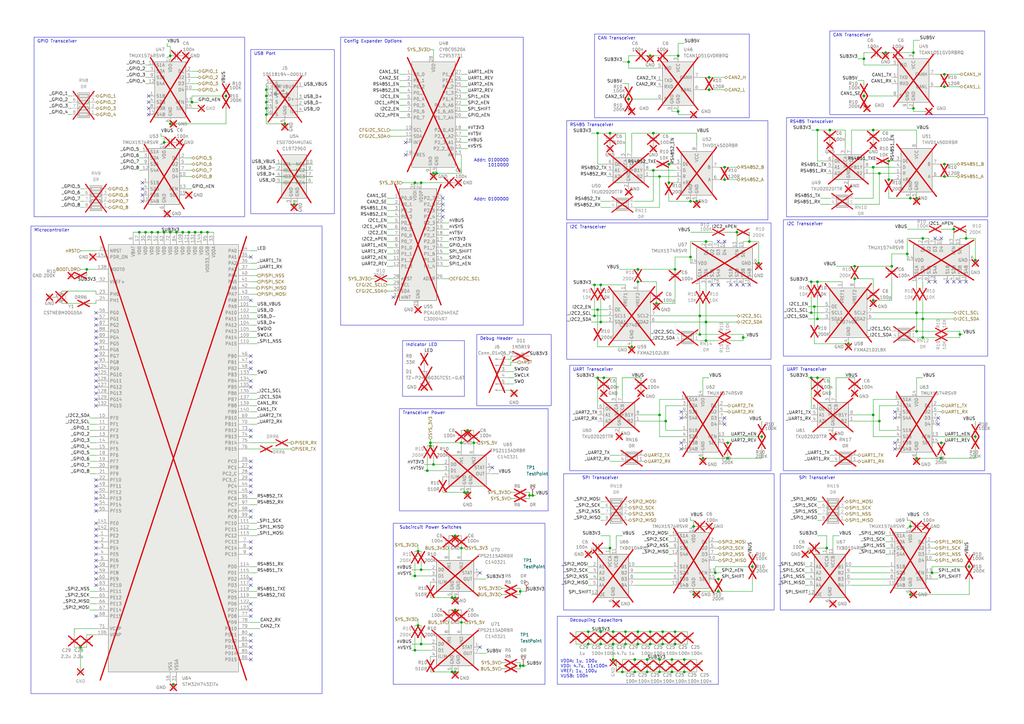
<source format=kicad_sch>
(kicad_sch (version 20230121) (generator eeschema)
  (paper "A3")
  (title_block (title "ESL GSU Top Level Schematic") (date "2024-01-18") (rev "1") (company "Electronic Systems Laboratory"))
  (lib_symbols
    (symbol "Connector:Conn_01x06_Pin" (pin_names (offset 1.016) hide)
      (property "Reference" "J" (at 0 7.62 0))
      (property "Value" "Conn_01x06_Pin" (at 0 -10.16 0))
      (symbol "Conn_01x06_Pin_1_1"
        (pin passive line (at 5.08 5.08 180) (length 3.81) (name "Pin_1") (number "1"))
        (pin passive line (at 5.08 2.54 180) (length 3.81) (name "Pin_2") (number "2"))
        (pin passive line (at 5.08 0 180) (length 3.81) (name "Pin_3") (number "3"))
        (pin passive line (at 5.08 -2.54 180) (length 3.81) (name "Pin_4") (number "4"))
        (pin passive line (at 5.08 -5.08 180) (length 3.81) (name "Pin_5") (number "5"))
        (pin passive line (at 5.08 -7.62 180) (length 3.81) (name "Pin_6") (number "6"))
      )
    )
    (symbol "Connector:TestPoint" (pin_numbers hide) (pin_names (offset 0.762) hide)
      (property "Reference" "TP" (at 0 6.858 0))
      (property "Value" "TestPoint" (at 0 5.08 0))
      (symbol "TestPoint_1_1"
        (pin passive line (at 0 0 90) (length 2.54) (name "1") (number "1"))
      )
    )
    (symbol "Connector:USB_B_Micro" (pin_names (offset 1.016))
      (property "Reference" "J7" (at 0 12.7 0))
      (property "Value" "10118194-0001LF" (at 0 10.16 0))
      (symbol "USB_B_Micro_1_1"
        (pin power_out line (at 7.62 5.08 180) (length 2.54) (name "VBUS") (number "1"))
        (pin bidirectional line (at 7.62 -2.54 180) (length 2.54) (name "D-") (number "2"))
        (pin bidirectional line (at 7.62 0 180) (length 2.54) (name "D+") (number "3"))
        (pin passive line (at 7.62 -5.08 180) (length 2.54) (name "ID") (number "4"))
        (pin power_out line (at 0 -10.16 90) (length 2.54) (name "GND") (number "5"))
        (pin passive line (at -7.62 6.35 0) (length 2.54) (name "S") (number "S1"))
        (pin passive line (at -7.62 3.81 0) (length 2.54) (name "S") (number "S2"))
        (pin passive line (at -7.62 1.27 0) (length 2.54) (name "S") (number "S3"))
        (pin passive line (at -7.62 -1.27 0) (length 2.54) (name "S") (number "S4"))
        (pin passive line (at -7.62 -3.81 0) (length 2.54) (name "S") (number "S5"))
        (pin passive line (at -7.62 -6.35 0) (length 2.54) (name "S") (number "S6"))
      )
    )
    (symbol "Device:C_Small" (pin_numbers hide) (pin_names (offset 0.254) hide)
      (property "Reference" "C" (at 0.254 1.778 0))
      (property "Value" "C_Small" (at 0.254 -2.032 0))
      (symbol "C_Small_1_1"
        (pin passive line (at 0 2.54 270) (length 2.032) (name "~") (number "1"))
        (pin passive line (at 0 -2.54 90) (length 2.032) (name "~") (number "2"))
      )
    )
    (symbol "Device:Crystal_GND2_Small" (pin_names (offset 1.016) hide)
      (property "Reference" "Y" (at 0 5.08 0))
      (property "Value" "Crystal_GND2_Small" (at 0 3.175 0))
      (symbol "Crystal_GND2_Small_1_1"
        (pin passive line (at -2.54 0 0) (length 1.27) (name "1") (number "1"))
        (pin passive line (at 0 -2.54 90) (length 0.635) (name "2") (number "2"))
        (pin passive line (at 2.54 0 180) (length 1.27) (name "3") (number "3"))
      )
    )
    (symbol "Device:LED" (pin_numbers hide) (pin_names (offset 1.016) hide)
      (property "Reference" "D" (at 0 2.54 0))
      (property "Value" "LED" (at 0 -2.54 0))
      (symbol "LED_1_1"
        (pin passive line (at -3.81 0 0) (length 2.54) (name "K") (number "1"))
        (pin passive line (at 3.81 0 180) (length 2.54) (name "A") (number "2"))
      )
    )
    (symbol "Device:R_Pack02" (pin_names (offset 0) hide)
      (property "Reference" "RN" (at -5.08 0 90))
      (property "Value" "R_Pack02" (at 2.54 0 90))
      (symbol "R_Pack02_1_1"
        (pin passive line (at -2.54 -5.08 90) (length 2.54) (name "R1.1") (number "1"))
        (pin passive line (at 0 -5.08 90) (length 2.54) (name "R2.1") (number "2"))
        (pin passive line (at 0 5.08 270) (length 2.54) (name "R2.2") (number "3"))
        (pin passive line (at -2.54 5.08 270) (length 2.54) (name "R1.2") (number "4"))
      )
    )
    (symbol "Device:R_Pack04" (pin_names (offset 0) hide)
      (property "Reference" "RN" (at -7.62 0 90))
      (property "Value" "R_Pack04" (at 5.08 0 90))
      (symbol "R_Pack04_1_1"
        (pin passive line (at -5.08 -5.08 90) (length 2.54) (name "R1.1") (number "1"))
        (pin passive line (at -2.54 -5.08 90) (length 2.54) (name "R2.1") (number "2"))
        (pin passive line (at 0 -5.08 90) (length 2.54) (name "R3.1") (number "3"))
        (pin passive line (at 2.54 -5.08 90) (length 2.54) (name "R4.1") (number "4"))
        (pin passive line (at 2.54 5.08 270) (length 2.54) (name "R4.2") (number "5"))
        (pin passive line (at 0 5.08 270) (length 2.54) (name "R3.2") (number "6"))
        (pin passive line (at -2.54 5.08 270) (length 2.54) (name "R2.2") (number "7"))
        (pin passive line (at -5.08 5.08 270) (length 2.54) (name "R1.2") (number "8"))
      )
    )
    (symbol "Device:R_Small_US" (pin_numbers hide) (pin_names (offset 0.254) hide)
      (property "Reference" "R" (at 0.762 0.508 0))
      (property "Value" "R_Small_US" (at 0.762 -1.016 0))
      (symbol "R_Small_US_1_1"
        (pin passive line (at 0 2.54 270) (length 1.016) (name "~") (number "1"))
        (pin passive line (at 0 -2.54 90) (length 1.016) (name "~") (number "2"))
      )
    )
    (symbol "Diode:1N5819" (pin_numbers hide) (pin_names (offset 1.016) hide)
      (property "Reference" "D" (at 0 2.54 0))
      (property "Value" "1N5819" (at 0 -2.54 0))
      (symbol "1N5819_1_1"
        (pin passive line (at -3.81 0 0) (length 2.54) (name "K") (number "1"))
        (pin passive line (at 3.81 0 180) (length 2.54) (name "A") (number "2"))
      )
    )
    (symbol "ESLGSU_Parts_Lib:CY8C9520A"
      (property "Reference" "U" (at -8.89 15.24 0))
      (property "Value" "CY8C9520A" (at -2.54 0 0))
      (property "LCSC Part" "C2953731" (at 0 0 0))
      (symbol "CY8C9520A_1_0"
        (pin input line (at -11.43 -13.97 0) (length 2.54) (name "SCL") (number "10"))
        (pin bidirectional line (at -11.43 -16.51 0) (length 2.54) (name "SDA") (number "11"))
        (pin bidirectional line (at 11.43 -19.05 180) (length 2.54) (name "P2_3_A1") (number "12"))
        (pin bidirectional line (at 11.43 -24.13 180) (length 2.54) (name "A0") (number "13"))
        (pin power_in line (at 1.27 -31.75 90) (length 2.54) (name "GND") (number "14"))
        (pin bidirectional line (at 11.43 -21.59 180) (length 2.54) (name "P2_2_WD") (number "15"))
        (pin output line (at -11.43 -19.05 0) (length 2.54) (name "INT") (number "16"))
        (pin bidirectional line (at 11.43 -16.51 180) (length 2.54) (name "P2_1_A2") (number "17"))
        (pin bidirectional line (at 11.43 -13.97 180) (length 2.54) (name "P2_0_A3") (number "18"))
        (pin input line (at -11.43 -24.13 0) (length 2.54) (name "XRES") (number "19"))
        (pin bidirectional line (at -11.43 6.35 0) (length 2.54) (name "P0_1") (number "2"))
        (pin bidirectional line (at 11.43 -8.89 180) (length 2.54) (name "P1_7_A4") (number "20"))
        (pin bidirectional line (at 11.43 -6.35 180) (length 2.54) (name "P1_6_A5") (number "21"))
        (pin bidirectional line (at 11.43 -3.81 180) (length 2.54) (name "P1_5_A6") (number "22"))
        (pin bidirectional line (at 11.43 -1.27 180) (length 2.54) (name "P1_4") (number "23"))
        (pin bidirectional line (at 11.43 1.27 180) (length 2.54) (name "P1_3") (number "24"))
        (pin bidirectional line (at 11.43 3.81 180) (length 2.54) (name "P1_2") (number "25"))
        (pin bidirectional line (at 11.43 6.35 180) (length 2.54) (name "P1_1") (number "26"))
        (pin bidirectional line (at 11.43 8.89 180) (length 2.54) (name "P1_0") (number "27"))
        (pin power_in line (at 0 16.51 270) (length 2.54) (name "VDD") (number "28"))
        (pin bidirectional line (at -11.43 3.81 0) (length 2.54) (name "P0_2") (number "3"))
        (pin bidirectional line (at -11.43 1.27 0) (length 2.54) (name "P0_3") (number "4"))
        (pin bidirectional line (at -11.43 -1.27 0) (length 2.54) (name "P0_4") (number "5"))
        (pin bidirectional line (at -11.43 -3.81 0) (length 2.54) (name "P0_5") (number "6"))
        (pin bidirectional line (at -11.43 -6.35 0) (length 2.54) (name "P0_6") (number "7"))
        (pin bidirectional line (at -11.43 -8.89 0) (length 2.54) (name "P0_7") (number "8"))
        (pin power_in line (at -1.27 -31.75 90) (length 2.54) (name "GND") (number "9"))
      )
      (symbol "CY8C9520A_1_1"
        (pin bidirectional line (at -11.43 8.89 0) (length 2.54) (name "P0_0") (number "1"))
      )
    )
    (symbol "ESLGSU_Parts_Lib:ESD7004MUTAG"
      (property "Reference" "U54" (at 0 16.51 0))
      (property "Value" "ESD7004MUTAG" (at 0 13.97 0))
      (property "LCSC Part" "C1972960" (at 0 11.43 0))
      (symbol "ESD7004MUTAG_1_1"
        (pin passive line (at -7.62 5.08 0) (length 2.54) (name "IO1") (number "1"))
        (pin passive line (at 7.62 5.08 180) (length 2.54) (name "NC1") (number "10"))
        (pin passive line (at -7.62 2.54 0) (length 2.54) (name "IO2") (number "2"))
        (pin power_in line (at -1.27 -11.43 90) (length 2.54) (name "GND") (number "3"))
        (pin passive line (at -7.62 0 0) (length 2.54) (name "IO3") (number "4"))
        (pin passive line (at -7.62 -2.54 0) (length 2.54) (name "IO4") (number "5"))
        (pin passive line (at 7.62 -2.54 180) (length 2.54) (name "NC4") (number "6"))
        (pin passive line (at 7.62 0 180) (length 2.54) (name "NC3") (number "7"))
        (pin power_in line (at 1.27 -11.43 90) (length 2.54) (name "GND") (number "8"))
        (pin passive line (at 7.62 2.54 180) (length 2.54) (name "NC2") (number "9"))
      )
    )
    (symbol "ESLGSU_Parts_Lib:FXMA2102L8X"
      (property "Reference" "U" (at -13.97 21.59 0))
      (property "Value" "FXMA2102L8X" (at -1.27 22.86 0))
      (property "LCSC Part" "C107408" (at -1.27 22.86 0))
      (symbol "FXMA2102L8X_1_1"
        (pin power_in line (at -2.54 13.97 270) (length 2.54) (name "VREF1") (number "1"))
        (pin bidirectional line (at -10.16 1.27 0) (length 2.54) (name "SCL1") (number "2"))
        (pin bidirectional line (at -10.16 -1.27 0) (length 2.54) (name "SDA1") (number "3"))
        (pin power_in line (at 0 -11.43 90) (length 2.54) (name "GND") (number "4"))
        (pin input line (at -10.16 3.81 0) (length 2.54) (name "OE") (number "5"))
        (pin bidirectional line (at 10.16 -1.27 180) (length 2.54) (name "SDA2") (number "6"))
        (pin bidirectional line (at 10.16 1.27 180) (length 2.54) (name "SCL2") (number "7"))
        (pin power_in line (at 2.54 13.97 270) (length 2.54) (name "VREF2") (number "8"))
      )
    )
    (symbol "ESLGSU_Parts_Lib:PCAL6524"
      (property "Reference" "U" (at -7.62 8.89 0))
      (property "Value" "PCAL6524HEAZ" (at 8.89 8.89 0))
      (property "LCSC Part" "C3000497" (at 0 0 0))
      (symbol "PCAL6524_0_0"
        (pin bidirectional line (at -10.16 3.81 0) (length 2.54) (name "P0_0") (number "1"))
        (pin bidirectional line (at -10.16 -19.05 0) (length 2.54) (name "P1_1") (number "10"))
        (pin bidirectional line (at -10.16 -21.59 0) (length 2.54) (name "P1_2") (number "11"))
        (pin bidirectional line (at -10.16 -24.13 0) (length 2.54) (name "P1_3") (number "12"))
        (pin bidirectional line (at 10.16 -24.13 180) (length 2.54) (name "P1_4") (number "13"))
        (pin bidirectional line (at 10.16 -21.59 180) (length 2.54) (name "P1_5") (number "14"))
        (pin bidirectional line (at 10.16 -19.05 180) (length 2.54) (name "P1_6") (number "15"))
        (pin bidirectional line (at 10.16 -16.51 180) (length 2.54) (name "P1_7") (number "16"))
        (pin bidirectional line (at 10.16 -13.97 180) (length 2.54) (name "P2_0") (number "17"))
        (pin bidirectional line (at 10.16 -11.43 180) (length 2.54) (name "P2_1") (number "18"))
        (pin bidirectional line (at 10.16 -8.89 180) (length 2.54) (name "P2_2") (number "19"))
        (pin bidirectional line (at -10.16 1.27 0) (length 2.54) (name "P0_1") (number "2"))
        (pin bidirectional line (at 10.16 -6.35 180) (length 2.54) (name "P2_3") (number "20"))
        (pin bidirectional line (at 10.16 -3.81 180) (length 2.54) (name "P2_4") (number "21"))
        (pin bidirectional line (at 10.16 -1.27 180) (length 2.54) (name "P2_5") (number "22"))
        (pin bidirectional line (at 10.16 1.27 180) (length 2.54) (name "P2_6") (number "23"))
        (pin bidirectional line (at 10.16 3.81 180) (length 2.54) (name "P2_7") (number "24"))
        (pin power_in line (at 0 -40.64 90) (length 2.54) (name "GND") (number "25"))
        (pin passive line (at 10.16 -29.21 180) (length 2.54) (name "ADDR") (number "26"))
        (pin power_in line (at 1.27 10.16 270) (length 2.54) (name "VDDP") (number "27"))
        (pin input line (at -10.16 -29.21 0) (length 2.54) (name "nRST") (number "28"))
        (pin input line (at -10.16 -31.75 0) (length 2.54) (name "SCL") (number "29"))
        (pin bidirectional line (at -10.16 -1.27 0) (length 2.54) (name "P0_2") (number "3"))
        (pin bidirectional line (at -10.16 -34.29 0) (length 2.54) (name "SDA") (number "30"))
        (pin power_in line (at -1.27 10.16 270) (length 2.54) (name "VDDI") (number "31"))
        (pin open_collector line (at -10.16 -36.83 0) (length 2.54) (name "nINT") (number "32"))
        (pin bidirectional line (at -10.16 -3.81 0) (length 2.54) (name "P0_3") (number "4"))
        (pin bidirectional line (at -10.16 -6.35 0) (length 2.54) (name "P0_4") (number "5"))
        (pin bidirectional line (at -10.16 -8.89 0) (length 2.54) (name "P0_5") (number "6"))
        (pin bidirectional line (at -10.16 -11.43 0) (length 2.54) (name "P0_6") (number "7"))
        (pin bidirectional line (at -10.16 -13.97 0) (length 2.54) (name "P0_7") (number "8"))
        (pin bidirectional line (at -10.16 -16.51 0) (length 2.54) (name "P1_0") (number "9"))
      )
    )
    (symbol "ESLGSU_Parts_Lib:TCAN1051GVDRBRQ1"
      (property "Reference" "U" (at -6.35 10.16 0))
      (property "Value" "TCAN1051GVDRBRQ" (at 10.16 10.16 0))
      (symbol "TCAN1051GVDRBRQ1_1_1"
        (pin input line (at -8.89 1.27 0) (length 2.54) (name "TXD") (number "1"))
        (pin power_in line (at 0 -11.43 90) (length 2.54) (name "GND") (number "2"))
        (pin power_in line (at 0 11.43 270) (length 2.54) (name "VCC") (number "3"))
        (pin output line (at -8.89 -1.27 0) (length 2.54) (name "RXD") (number "4"))
        (pin power_in line (at -8.89 6.35 0) (length 2.54) (name "VIO") (number "5"))
        (pin bidirectional line (at 8.89 -2.54 180) (length 2.54) (name "CANL") (number "6"))
        (pin bidirectional line (at 8.89 2.54 180) (length 2.54) (name "CANH") (number "7"))
        (pin input line (at -8.89 -6.35 0) (length 2.54) (name "S") (number "8"))
        (pin power_in line (at -2.54 -11.43 90) (length 2.54) (name "GND") (number "9"))
      )
    )
    (symbol "ESLGSU_Parts_Lib:THVD1450"
      (property "Reference" "U" (at -7.62 10.16 0))
      (property "Value" "THVD1450DRBR" (at 0 0 0))
      (symbol "THVD1450_1_1"
        (pin output line (at -8.89 -1.27 0) (length 2.54) (name "R") (number "1"))
        (pin input line (at -8.89 -3.81 0) (length 2.54) (name "nRE") (number "2"))
        (pin input line (at -8.89 3.81 0) (length 2.54) (name "DE") (number "3"))
        (pin input line (at -8.89 1.27 0) (length 2.54) (name "D") (number "4"))
        (pin power_in line (at 0 -11.43 90) (length 2.54) (name "GND") (number "5"))
        (pin bidirectional line (at 8.89 -2.54 180) (length 2.54) (name "A") (number "6"))
        (pin bidirectional line (at 8.89 2.54 180) (length 2.54) (name "B") (number "7"))
        (pin power_in line (at 0 11.43 270) (length 2.54) (name "VCC") (number "8"))
        (pin power_in line (at -2.54 -11.43 90) (length 2.54) (name "GND") (number "9"))
      )
    )
    (symbol "ESLGSU_Parts_Lib:TMUX1574RSVR"
      (property "Reference" "U" (at -6.35 12.7 0))
      (property "Value" "TMUX1574RSVR" (at 8.89 12.7 0))
      (symbol "TMUX1574RSVR_1_0"
        (pin bidirectional line (at 8.89 -2.54 180) (length 2.54) (name "S1B") (number "1"))
        (pin bidirectional line (at -8.89 0 0) (length 2.54) (name "D4") (number "10"))
        (pin bidirectional line (at 8.89 -10.16 180) (length 2.54) (name "S4B") (number "11"))
        (pin bidirectional line (at 8.89 2.54 180) (length 2.54) (name "S4A") (number "12"))
        (pin input line (at -8.89 -5.08 0) (length 2.54) (name "nEN") (number "13"))
        (pin power_in line (at 0 13.97 270) (length 2.54) (name "VDD") (number "14"))
        (pin input line (at -8.89 -7.62 0) (length 2.54) (name "SEL") (number "15"))
        (pin bidirectional line (at 8.89 10.16 180) (length 2.54) (name "S1A") (number "16"))
        (pin bidirectional line (at 8.89 7.62 180) (length 2.54) (name "S2A") (number "3"))
        (pin bidirectional line (at 8.89 -5.08 180) (length 2.54) (name "S2B") (number "4"))
        (pin bidirectional line (at -8.89 5.08 0) (length 2.54) (name "D2") (number "5"))
        (pin power_in line (at 0 -13.97 90) (length 2.54) (name "GND") (number "6"))
        (pin bidirectional line (at -8.89 2.54 0) (length 2.54) (name "D3") (number "7"))
        (pin bidirectional line (at 8.89 -7.62 180) (length 2.54) (name "S3B") (number "8"))
        (pin bidirectional line (at 8.89 5.08 180) (length 2.54) (name "S3A") (number "9"))
      )
      (symbol "TMUX1574RSVR_1_1"
        (pin bidirectional line (at -8.89 7.62 0) (length 2.54) (name "D1") (number "2"))
      )
    )
    (symbol "ESLGSU_Parts_Lib:TPS2115ADRBR"
      (property "Reference" "U" (at -7.62 7.62 0))
      (property "Value" "TPS2115ADRBR" (at 11.43 7.62 0))
      (property "LCSC Part" "C140321" (at 0 0 0))
      (symbol "TPS2115ADRBR_1_1"
        (pin open_collector line (at 10.16 1.27 180) (length 2.54) (name "STAT") (number "1"))
        (pin input line (at -10.16 2.54 0) (length 2.54) (name "D0") (number "2"))
        (pin input line (at -10.16 0 0) (length 2.54) (name "D1") (number "3"))
        (pin input line (at -10.16 -2.54 0) (length 2.54) (name "ILIM") (number "4"))
        (pin power_in line (at -1.27 -8.89 90) (length 2.54) (name "GND") (number "5"))
        (pin power_in line (at 2.54 8.89 270) (length 2.54) (name "IN2") (number "6"))
        (pin power_out line (at 10.16 -1.27 180) (length 2.54) (name "OUT") (number "7"))
        (pin power_in line (at -2.54 8.89 270) (length 2.54) (name "IN1") (number "8"))
        (pin power_in line (at 1.27 -8.89 90) (length 2.54) (name "GND") (number "9"))
      )
    )
    (symbol "ESLGSU_Parts_Lib:TXB0104RUTR"
      (property "Reference" "U" (at -6.35 -3.81 0))
      (property "Value" "TXB0104RUTR" (at 8.89 -3.81 0))
      (symbol "TXB0104RUTR_1_1"
        (pin power_in line (at -1.27 -2.54 270) (length 2.54) (name "VCCA") (number "1"))
        (pin bidirectional line (at 8.89 -10.16 180) (length 2.54) (name "B1") (number "10"))
        (pin power_in line (at 1.27 -2.54 270) (length 2.54) (name "VCCB") (number "11"))
        (pin input line (at -8.89 -21.59 0) (length 2.54) (name "OE") (number "12"))
        (pin bidirectional line (at -8.89 -10.16 0) (length 2.54) (name "A1") (number "2"))
        (pin bidirectional line (at -8.89 -12.7 0) (length 2.54) (name "A2") (number "3"))
        (pin bidirectional line (at -8.89 -15.24 0) (length 2.54) (name "A3") (number "4"))
        (pin bidirectional line (at -8.89 -17.78 0) (length 2.54) (name "A4") (number "5"))
        (pin power_in line (at 0 -25.4 90) (length 2.54) (name "GND") (number "6"))
        (pin bidirectional line (at 8.89 -17.78 180) (length 2.54) (name "B4") (number "7"))
        (pin bidirectional line (at 8.89 -15.24 180) (length 2.54) (name "B3") (number "8"))
        (pin bidirectional line (at 8.89 -12.7 180) (length 2.54) (name "B2") (number "9"))
      )
    )
    (symbol "ESLGSU_Parts_Lib:TXU0202-Q1"
      (property "Reference" "U" (at -7.62 6.35 0))
      (property "Value" "TXU0202DTTR" (at 8.89 6.35 0))
      (symbol "TXU0202-Q1_1_1"
        (pin input line (at 8.89 -2.54 180) (length 2.54) (name "B2") (number "1"))
        (pin power_in line (at 0 -7.62 90) (length 2.54) (name "GND") (number "2"))
        (pin power_in line (at -1.27 7.62 270) (length 2.54) (name "VCCA") (number "3"))
        (pin output line (at -8.89 -2.54 0) (length 2.54) (name "A2Y") (number "4"))
        (pin input line (at -8.89 0 0) (length 2.54) (name "A1") (number "5"))
        (pin input line (at -8.89 2.54 0) (length 2.54) (name "OE") (number "6"))
        (pin power_in line (at 1.27 7.62 270) (length 2.54) (name "VCCB") (number "7"))
        (pin input line (at 8.89 0 180) (length 2.54) (name "B1Y") (number "8"))
      )
    )
    (symbol "MCU_ST_STM32H7:STM32H743ZITx"
      (property "Reference" "U" (at -25.4 90.17 0))
      (property "Value" "STM32H743ZITx" (at 20.32 90.17 0))
      (symbol "STM32H743ZITx_1_1"
        (pin bidirectional line (at -30.48 -30.48 0) (length 5.08) (name "PE2") (number "1"))
        (pin bidirectional line (at -30.48 17.78 0) (length 5.08) (name "PF0") (number "10"))
        (pin bidirectional line (at 33.02 66.04 180) (length 5.08) (name "PA8") (number "100"))
        (pin bidirectional line (at 33.02 63.5 180) (length 5.08) (name "PA9") (number "101"))
        (pin bidirectional line (at 33.02 60.96 180) (length 5.08) (name "PA10") (number "102"))
        (pin bidirectional line (at 33.02 58.42 180) (length 5.08) (name "PA11") (number "103"))
        (pin bidirectional line (at 33.02 55.88 180) (length 5.08) (name "PA12") (number "104"))
        (pin bidirectional line (at 33.02 53.34 180) (length 5.08) (name "PA13") (number "105"))
        (pin power_out line (at -30.48 -71.12 0) (length 5.08) (name "VCAP") (number "106"))
        (pin passive line (at 0 -91.44 90) (length 5.08) hide (name "VSS") (number "107"))
        (pin power_in line (at 5.08 93.98 270) (length 5.08) (name "VDD") (number "108"))
        (pin bidirectional line (at 33.02 50.8 180) (length 5.08) (name "PA14") (number "109"))
        (pin bidirectional line (at -30.48 15.24 0) (length 5.08) (name "PF1") (number "11"))
        (pin bidirectional line (at 33.02 48.26 180) (length 5.08) (name "PA15") (number "110"))
        (pin bidirectional line (at 33.02 -25.4 180) (length 5.08) (name "PC10") (number "111"))
        (pin bidirectional line (at 33.02 -27.94 180) (length 5.08) (name "PC11") (number "112"))
        (pin bidirectional line (at 33.02 -30.48 180) (length 5.08) (name "PC12") (number "113"))
        (pin bidirectional line (at 33.02 -43.18 180) (length 5.08) (name "PD0") (number "114"))
        (pin bidirectional line (at 33.02 -45.72 180) (length 5.08) (name "PD1") (number "115"))
        (pin bidirectional line (at 33.02 -48.26 180) (length 5.08) (name "PD2") (number "116"))
        (pin bidirectional line (at 33.02 -50.8 180) (length 5.08) (name "PD3") (number "117"))
        (pin bidirectional line (at 33.02 -53.34 180) (length 5.08) (name "PD4") (number "118"))
        (pin bidirectional line (at 33.02 -55.88 180) (length 5.08) (name "PD5") (number "119"))
        (pin bidirectional line (at -30.48 12.7 0) (length 5.08) (name "PF2") (number "12"))
        (pin passive line (at 0 -91.44 90) (length 5.08) hide (name "VSS") (number "120"))
        (pin power_in line (at 7.62 93.98 270) (length 5.08) (name "VDD") (number "121"))
        (pin bidirectional line (at 33.02 -58.42 180) (length 5.08) (name "PD6") (number "122"))
        (pin bidirectional line (at 33.02 -60.96 180) (length 5.08) (name "PD7") (number "123"))
        (pin bidirectional line (at -30.48 38.1 0) (length 5.08) (name "PG9") (number "124"))
        (pin bidirectional line (at -30.48 35.56 0) (length 5.08) (name "PG10") (number "125"))
        (pin bidirectional line (at -30.48 33.02 0) (length 5.08) (name "PG11") (number "126"))
        (pin bidirectional line (at -30.48 30.48 0) (length 5.08) (name "PG12") (number "127"))
        (pin bidirectional line (at -30.48 27.94 0) (length 5.08) (name "PG13") (number "128"))
        (pin bidirectional line (at -30.48 25.4 0) (length 5.08) (name "PG14") (number "129"))
        (pin bidirectional line (at -30.48 10.16 0) (length 5.08) (name "PF3") (number "13"))
        (pin passive line (at 0 -91.44 90) (length 5.08) hide (name "VSS") (number "130"))
        (pin power_in line (at 10.16 93.98 270) (length 5.08) (name "VDD") (number "131"))
        (pin bidirectional line (at -30.48 22.86 0) (length 5.08) (name "PG15") (number "132"))
        (pin bidirectional line (at 33.02 35.56 180) (length 5.08) (name "PB3") (number "133"))
        (pin bidirectional line (at 33.02 33.02 180) (length 5.08) (name "PB4") (number "134"))
        (pin bidirectional line (at 33.02 30.48 180) (length 5.08) (name "PB5") (number "135"))
        (pin bidirectional line (at 33.02 27.94 180) (length 5.08) (name "PB6") (number "136"))
        (pin bidirectional line (at 33.02 25.4 180) (length 5.08) (name "PB7") (number "137"))
        (pin input line (at -30.48 78.74 0) (length 5.08) (name "BOOT0") (number "138"))
        (pin bidirectional line (at 33.02 22.86 180) (length 5.08) (name "PB8") (number "139"))
        (pin bidirectional line (at -30.48 7.62 0) (length 5.08) (name "PF4") (number "14"))
        (pin bidirectional line (at 33.02 20.32 180) (length 5.08) (name "PB9") (number "140"))
        (pin bidirectional line (at -30.48 -25.4 0) (length 5.08) (name "PE0") (number "141"))
        (pin bidirectional line (at -30.48 -27.94 0) (length 5.08) (name "PE1") (number "142"))
        (pin input line (at -30.48 83.82 0) (length 5.08) (name "PDR_ON") (number "143"))
        (pin power_in line (at 12.7 93.98 270) (length 5.08) (name "VDD") (number "144"))
        (pin bidirectional line (at -30.48 5.08 0) (length 5.08) (name "PF5") (number "15"))
        (pin power_in line (at 0 -91.44 90) (length 5.08) (name "VSS") (number "16"))
        (pin power_in line (at -12.7 93.98 270) (length 5.08) (name "VDD") (number "17"))
        (pin bidirectional line (at -30.48 2.54 0) (length 5.08) (name "PF6") (number "18"))
        (pin bidirectional line (at -30.48 0 0) (length 5.08) (name "PF7") (number "19"))
        (pin bidirectional line (at -30.48 -33.02 0) (length 5.08) (name "PE3") (number "2"))
        (pin bidirectional line (at -30.48 -2.54 0) (length 5.08) (name "PF8") (number "20"))
        (pin bidirectional line (at -30.48 -5.08 0) (length 5.08) (name "PF9") (number "21"))
        (pin bidirectional line (at -30.48 -7.62 0) (length 5.08) (name "PF10") (number "22"))
        (pin bidirectional line (at -30.48 68.58 0) (length 5.08) (name "PH0") (number "23"))
        (pin bidirectional line (at -30.48 66.04 0) (length 5.08) (name "PH1") (number "24"))
        (pin input line (at -30.48 86.36 0) (length 5.08) (name "NRST") (number "25"))
        (pin bidirectional line (at 33.02 0 180) (length 5.08) (name "PC0") (number "26"))
        (pin bidirectional line (at 33.02 -2.54 180) (length 5.08) (name "PC1") (number "27"))
        (pin bidirectional line (at 33.02 -5.08 180) (length 5.08) (name "PC2_C") (number "28"))
        (pin bidirectional line (at 33.02 -7.62 180) (length 5.08) (name "PC3_C") (number "29"))
        (pin bidirectional line (at -30.48 -35.56 0) (length 5.08) (name "PE4") (number "3"))
        (pin power_in line (at -10.16 93.98 270) (length 5.08) (name "VDD") (number "30"))
        (pin power_in line (at 2.54 -91.44 90) (length 5.08) (name "VSSA") (number "31"))
        (pin input line (at -30.48 73.66 0) (length 5.08) (name "VREF+") (number "32"))
        (pin power_in line (at 17.78 93.98 270) (length 5.08) (name "VDDA") (number "33"))
        (pin bidirectional line (at 33.02 86.36 180) (length 5.08) (name "PA0") (number "34"))
        (pin bidirectional line (at 33.02 83.82 180) (length 5.08) (name "PA1") (number "35"))
        (pin bidirectional line (at 33.02 81.28 180) (length 5.08) (name "PA2") (number "36"))
        (pin bidirectional line (at 33.02 78.74 180) (length 5.08) (name "PA3") (number "37"))
        (pin passive line (at 0 -91.44 90) (length 5.08) hide (name "VSS") (number "38"))
        (pin power_in line (at -7.62 93.98 270) (length 5.08) (name "VDD") (number "39"))
        (pin bidirectional line (at -30.48 -38.1 0) (length 5.08) (name "PE5") (number "4"))
        (pin bidirectional line (at 33.02 76.2 180) (length 5.08) (name "PA4") (number "40"))
        (pin bidirectional line (at 33.02 73.66 180) (length 5.08) (name "PA5") (number "41"))
        (pin bidirectional line (at 33.02 71.12 180) (length 5.08) (name "PA6") (number "42"))
        (pin bidirectional line (at 33.02 68.58 180) (length 5.08) (name "PA7") (number "43"))
        (pin bidirectional line (at 33.02 -10.16 180) (length 5.08) (name "PC4") (number "44"))
        (pin bidirectional line (at 33.02 -12.7 180) (length 5.08) (name "PC5") (number "45"))
        (pin bidirectional line (at 33.02 43.18 180) (length 5.08) (name "PB0") (number "46"))
        (pin bidirectional line (at 33.02 40.64 180) (length 5.08) (name "PB1") (number "47"))
        (pin bidirectional line (at 33.02 38.1 180) (length 5.08) (name "PB2") (number "48"))
        (pin bidirectional line (at -30.48 -10.16 0) (length 5.08) (name "PF11") (number "49"))
        (pin bidirectional line (at -30.48 -40.64 0) (length 5.08) (name "PE6") (number "5"))
        (pin bidirectional line (at -30.48 -12.7 0) (length 5.08) (name "PF12") (number "50"))
        (pin passive line (at 0 -91.44 90) (length 5.08) hide (name "VSS") (number "51"))
        (pin power_in line (at -5.08 93.98 270) (length 5.08) (name "VDD") (number "52"))
        (pin bidirectional line (at -30.48 -15.24 0) (length 5.08) (name "PF13") (number "53"))
        (pin bidirectional line (at -30.48 -17.78 0) (length 5.08) (name "PF14") (number "54"))
        (pin bidirectional line (at -30.48 -20.32 0) (length 5.08) (name "PF15") (number "55"))
        (pin bidirectional line (at -30.48 60.96 0) (length 5.08) (name "PG0") (number "56"))
        (pin bidirectional line (at -30.48 58.42 0) (length 5.08) (name "PG1") (number "57"))
        (pin bidirectional line (at -30.48 -43.18 0) (length 5.08) (name "PE7") (number "58"))
        (pin bidirectional line (at -30.48 -45.72 0) (length 5.08) (name "PE8") (number "59"))
        (pin power_in line (at -15.24 93.98 270) (length 5.08) (name "VBAT") (number "6"))
        (pin bidirectional line (at -30.48 -48.26 0) (length 5.08) (name "PE9") (number "60"))
        (pin passive line (at 0 -91.44 90) (length 5.08) hide (name "VSS") (number "61"))
        (pin power_in line (at -2.54 93.98 270) (length 5.08) (name "VDD") (number "62"))
        (pin bidirectional line (at -30.48 -50.8 0) (length 5.08) (name "PE10") (number "63"))
        (pin bidirectional line (at -30.48 -53.34 0) (length 5.08) (name "PE11") (number "64"))
        (pin bidirectional line (at -30.48 -55.88 0) (length 5.08) (name "PE12") (number "65"))
        (pin bidirectional line (at -30.48 -58.42 0) (length 5.08) (name "PE13") (number "66"))
        (pin bidirectional line (at -30.48 -60.96 0) (length 5.08) (name "PE14") (number "67"))
        (pin bidirectional line (at -30.48 -63.5 0) (length 5.08) (name "PE15") (number "68"))
        (pin bidirectional line (at 33.02 17.78 180) (length 5.08) (name "PB10") (number "69"))
        (pin bidirectional line (at 33.02 -33.02 180) (length 5.08) (name "PC13") (number "7"))
        (pin bidirectional line (at 33.02 15.24 180) (length 5.08) (name "PB11") (number "70"))
        (pin power_out line (at -30.48 -68.58 0) (length 5.08) (name "VCAP") (number "71"))
        (pin power_in line (at 0 93.98 270) (length 5.08) (name "VDD") (number "72"))
        (pin bidirectional line (at 33.02 12.7 180) (length 5.08) (name "PB12") (number "73"))
        (pin bidirectional line (at 33.02 10.16 180) (length 5.08) (name "PB13") (number "74"))
        (pin bidirectional line (at 33.02 7.62 180) (length 5.08) (name "PB14") (number "75"))
        (pin bidirectional line (at 33.02 5.08 180) (length 5.08) (name "PB15") (number "76"))
        (pin bidirectional line (at 33.02 -63.5 180) (length 5.08) (name "PD8") (number "77"))
        (pin bidirectional line (at 33.02 -66.04 180) (length 5.08) (name "PD9") (number "78"))
        (pin bidirectional line (at 33.02 -68.58 180) (length 5.08) (name "PD10") (number "79"))
        (pin bidirectional line (at 33.02 -35.56 180) (length 5.08) (name "PC14") (number "8"))
        (pin bidirectional line (at 33.02 -71.12 180) (length 5.08) (name "PD11") (number "80"))
        (pin bidirectional line (at 33.02 -73.66 180) (length 5.08) (name "PD12") (number "81"))
        (pin bidirectional line (at 33.02 -76.2 180) (length 5.08) (name "PD13") (number "82"))
        (pin passive line (at 0 -91.44 90) (length 5.08) hide (name "VSS") (number "83"))
        (pin power_in line (at 2.54 93.98 270) (length 5.08) (name "VDD") (number "84"))
        (pin bidirectional line (at 33.02 -78.74 180) (length 5.08) (name "PD14") (number "85"))
        (pin bidirectional line (at 33.02 -81.28 180) (length 5.08) (name "PD15") (number "86"))
        (pin bidirectional line (at -30.48 55.88 0) (length 5.08) (name "PG2") (number "87"))
        (pin bidirectional line (at -30.48 53.34 0) (length 5.08) (name "PG3") (number "88"))
        (pin bidirectional line (at -30.48 50.8 0) (length 5.08) (name "PG4") (number "89"))
        (pin bidirectional line (at 33.02 -38.1 180) (length 5.08) (name "PC15") (number "9"))
        (pin bidirectional line (at -30.48 48.26 0) (length 5.08) (name "PG5") (number "90"))
        (pin bidirectional line (at -30.48 45.72 0) (length 5.08) (name "PG6") (number "91"))
        (pin bidirectional line (at -30.48 43.18 0) (length 5.08) (name "PG7") (number "92"))
        (pin bidirectional line (at -30.48 40.64 0) (length 5.08) (name "PG8") (number "93"))
        (pin passive line (at 0 -91.44 90) (length 5.08) hide (name "VSS") (number "94"))
        (pin power_in line (at 15.24 93.98 270) (length 5.08) (name "VDD33_USB") (number "95"))
        (pin bidirectional line (at 33.02 -15.24 180) (length 5.08) (name "PC6") (number "96"))
        (pin bidirectional line (at 33.02 -17.78 180) (length 5.08) (name "PC7") (number "97"))
        (pin bidirectional line (at 33.02 -20.32 180) (length 5.08) (name "PC8") (number "98"))
        (pin bidirectional line (at 33.02 -22.86 180) (length 5.08) (name "PC9") (number "99"))
      )
    )
    (symbol "power:GND" (power) (pin_names (offset 0))
      (property "Value" "GND" (at 0 -3.81 0))
      (symbol "GND_1_1"
        (pin power_in line (at 0 0 270) (length 0) hide (name "GND") (number "1"))
      )
    )
  )
  (junction (at 289.56 139.7))
  (junction (at 311.15 107.95))
  (junction (at 387.35 72.39))
  (junction (at 347.98 140.97))
  (junction (at 374.65 21.59))
  (junction (at 283.21 105.41))
  (junction (at 179.07 71.12))
  (junction (at 176.53 181.61))
  (junction (at 218.44 203.2))
  (junction (at 80.01 95.25))
  (junction (at 260.35 275.59))
  (junction (at 274.32 74.93))
  (junction (at 400.05 106.68))
  (junction (at 287.02 137.16))
  (junction (at 378.46 130.81))
  (junction (at 246.38 259.08))
  (junction (at 396.24 97.79))
  (junction (at 302.26 95.25))
  (junction (at 261.62 264.16))
  (junction (at 85.09 95.25))
  (junction (at 176.53 182.88))
  (junction (at 283.21 82.55))
  (junction (at 241.3 264.16))
  (junction (at 170.18 266.7))
  (junction (at 270.51 72.39))
  (junction (at 217.17 203.2))
  (junction (at 261.62 259.08))
  (junction (at 378.46 138.43))
  (junction (at 332.74 115.57))
  (junction (at 172.72 264.16))
  (junction (at 393.7 137.16))
  (junction (at 172.72 233.68))
  (junction (at 64.77 95.25))
  (junction (at 213.36 242.57))
  (junction (at 270.51 170.18))
  (junction (at 297.18 73.66))
  (junction (at 267.97 54.61))
  (junction (at 375.92 81.28))
  (junction (at 387.35 30.48))
  (junction (at 391.16 93.98))
  (junction (at 241.3 259.08))
  (junction (at 172.72 74.93))
  (junction (at 307.34 99.06))
  (junction (at 290.83 36.83))
  (junction (at 186.69 275.59))
  (junction (at 378.46 97.79))
  (junction (at 289.56 132.08))
  (junction (at 69.85 22.86))
  (junction (at 245.11 154.94))
  (junction (at 304.8 138.43))
  (junction (at 214.63 273.05))
  (junction (at 297.18 68.58))
  (junction (at 332.74 154.94))
  (junction (at 375.92 128.27))
  (junction (at 109.22 36.83))
  (junction (at 365.76 109.22))
  (junction (at 109.22 46.99))
  (junction (at 256.54 259.08))
  (junction (at 265.43 275.59))
  (junction (at 171.45 256.54))
  (junction (at 257.81 25.4))
  (junction (at 266.7 259.08))
  (junction (at 189.23 224.79))
  (junction (at 33.02 265.43))
  (junction (at 335.28 115.57))
  (junction (at 270.51 270.51))
  (junction (at 194.31 181.61))
  (junction (at 109.22 39.37))
  (junction (at 251.46 264.16))
  (junction (at 213.36 273.05))
  (junction (at 375.92 187.96))
  (junction (at 77.47 95.25))
  (junction (at 374.65 44.45))
  (junction (at 375.92 135.89))
  (junction (at 189.23 255.27))
  (junction (at 59.69 95.25))
  (junction (at 358.14 123.19))
  (junction (at 246.38 264.16))
  (junction (at 364.49 73.66))
  (junction (at 397.51 232.41))
  (junction (at 294.64 237.49))
  (junction (at 67.31 58.42))
  (junction (at 62.23 95.25))
  (junction (at 191.77 201.93))
  (junction (at 360.68 71.12))
  (junction (at 72.39 95.25))
  (junction (at 243.84 116.84))
  (junction (at 74.93 95.25))
  (junction (at 177.8 190.5))
  (junction (at 191.77 176.53))
  (junction (at 276.86 259.08))
  (junction (at 266.7 22.86))
  (junction (at 400.05 179.07))
  (junction (at 250.19 224.79))
  (junction (at 255.27 275.59))
  (junction (at 312.42 179.07))
  (junction (at 372.11 104.14))
  (junction (at 256.54 264.16))
  (junction (at 109.22 44.45))
  (junction (at 278.13 22.86))
  (junction (at 335.28 154.94))
  (junction (at 386.08 187.96))
  (junction (at 278.13 45.72))
  (junction (at 92.71 39.37))
  (junction (at 280.67 275.59))
  (junction (at 386.08 181.61))
  (junction (at 177.8 71.12))
  (junction (at 358.14 68.58))
  (junction (at 120.65 83.82))
  (junction (at 285.75 82.55))
  (junction (at 354.33 39.37))
  (junction (at 269.24 124.46))
  (junction (at 82.55 95.25))
  (junction (at 363.22 21.59))
  (junction (at 274.32 67.31))
  (junction (at 273.05 172.72))
  (junction (at 170.18 236.22))
  (junction (at 271.78 259.08))
  (junction (at 266.7 264.16))
  (junction (at 171.45 226.06))
  (junction (at 251.46 259.08))
  (junction (at 78.74 41.91))
  (junction (at 294.64 242.57))
  (junction (at 170.18 74.93))
  (junction (at 373.38 81.28))
  (junction (at 335.28 130.81))
  (junction (at 71.12 280.67))
  (junction (at 69.85 95.25))
  (junction (at 373.38 215.9))
  (junction (at 270.51 275.59))
  (junction (at 189.23 181.61))
  (junction (at 335.28 53.34))
  (junction (at 293.37 234.95))
  (junction (at 339.09 224.79))
  (junction (at 275.59 275.59))
  (junction (at 67.31 95.25))
  (junction (at 247.65 154.94))
  (junction (at 350.52 114.3))
  (junction (at 358.14 53.34))
  (junction (at 354.33 24.13))
  (junction (at 280.67 270.51))
  (junction (at 276.86 110.49))
  (junction (at 387.35 35.56))
  (junction (at 190.5 201.93))
  (junction (at 340.36 53.34))
  (junction (at 246.38 116.84))
  (junction (at 175.26 193.04))
  (junction (at 387.35 67.31))
  (junction (at 358.14 170.18))
  (junction (at 57.15 95.25))
  (junction (at 287.02 129.54))
  (junction (at 289.56 99.06))
  (junction (at 261.62 115.57))
  (junction (at 364.49 66.04))
  (junction (at 350.52 109.22))
  (junction (at 298.45 181.61))
  (junction (at 267.97 69.85))
  (junction (at 265.43 270.51))
  (junction (at 186.69 219.71))
  (junction (at 35.56 110.49))
  (junction (at 298.45 187.96))
  (junction (at 290.83 31.75))
  (junction (at 186.69 245.11))
  (junction (at 185.42 245.11))
  (junction (at 116.84 50.8))
  (junction (at 334.01 125.73))
  (junction (at 259.08 142.24))
  (junction (at 284.48 215.9))
  (junction (at 261.62 110.49))
  (junction (at 284.48 243.84))
  (junction (at 243.84 129.54))
  (junction (at 245.11 54.61))
  (junction (at 109.22 41.91))
  (junction (at 186.69 250.19))
  (junction (at 276.86 264.16))
  (junction (at 360.68 172.72))
  (junction (at 185.42 275.59))
  (junction (at 373.38 243.84))
  (junction (at 245.11 127))
  (junction (at 332.74 128.27))
  (junction (at 250.19 54.61))
  (junction (at 69.85 50.8))
  (junction (at 308.61 232.41))
  (junction (at 251.46 270.51))
  (junction (at 257.81 40.64))
  (junction (at 246.38 132.08))
  (junction (at 271.78 264.16))
  (junction (at 288.29 187.96))
  (junction (at 260.35 270.51))
  (junction (at 382.27 234.95))
  (junction (at 275.59 270.51))
  (no_connect (at 102.87 179.07))
  (no_connect (at 39.37 133.35))
  (no_connect (at 102.87 212.09))
  (no_connect (at 39.37 234.95))
  (no_connect (at 396.24 115.57))
  (no_connect (at 39.37 240.03))
  (no_connect (at 39.37 153.67))
  (no_connect (at 279.4 171.45))
  (no_connect (at 39.37 148.59))
  (no_connect (at 102.87 123.19))
  (no_connect (at 102.87 194.31))
  (no_connect (at 102.87 196.85))
  (no_connect (at 39.37 130.81))
  (no_connect (at 102.87 189.23))
  (no_connect (at 102.87 240.03))
  (no_connect (at 39.37 138.43))
  (no_connect (at 39.37 199.39))
  (no_connect (at 367.03 181.61))
  (no_connect (at 102.87 222.25))
  (no_connect (at 297.18 171.45))
  (no_connect (at 181.61 83.82))
  (no_connect (at 39.37 166.37))
  (no_connect (at 60.96 41.91))
  (no_connect (at 102.87 201.93))
  (no_connect (at 58.42 77.47))
  (no_connect (at 384.81 171.45))
  (no_connect (at 201.93 191.77))
  (no_connect (at 181.61 81.28))
  (no_connect (at 367.03 171.45))
  (no_connect (at 39.37 143.51))
  (no_connect (at 181.61 88.9))
  (no_connect (at 39.37 252.73))
  (no_connect (at 39.37 214.63))
  (no_connect (at 388.62 115.57))
  (no_connect (at 102.87 252.73))
  (no_connect (at 102.87 158.75))
  (no_connect (at 39.37 207.01))
  (no_connect (at 102.87 148.59))
  (no_connect (at 196.85 234.95))
  (no_connect (at 39.37 237.49))
  (no_connect (at 292.1 116.84))
  (no_connect (at 383.54 115.57))
  (no_connect (at 60.96 39.37))
  (no_connect (at 102.87 176.53))
  (no_connect (at 102.87 262.89))
  (no_connect (at 39.37 201.93))
  (no_connect (at 391.16 115.57))
  (no_connect (at 39.37 217.17))
  (no_connect (at 39.37 219.71))
  (no_connect (at 39.37 222.25))
  (no_connect (at 102.87 151.13))
  (no_connect (at 299.72 116.84))
  (no_connect (at 166.37 63.5))
  (no_connect (at 279.4 168.91))
  (no_connect (at 39.37 163.83))
  (no_connect (at 196.85 265.43))
  (no_connect (at 294.64 99.06))
  (no_connect (at 102.87 209.55))
  (no_connect (at 102.87 270.51))
  (no_connect (at 39.37 158.75))
  (no_connect (at 393.7 115.57))
  (no_connect (at 39.37 151.13))
  (no_connect (at 39.37 128.27))
  (no_connect (at 102.87 224.79))
  (no_connect (at 39.37 196.85))
  (no_connect (at 39.37 209.55))
  (no_connect (at 297.18 173.99))
  (no_connect (at 60.96 46.99))
  (no_connect (at 102.87 105.41))
  (no_connect (at 161.29 121.92))
  (no_connect (at 367.03 168.91))
  (no_connect (at 58.42 74.93))
  (no_connect (at 102.87 247.65))
  (no_connect (at 367.03 184.15))
  (no_connect (at 39.37 140.97))
  (no_connect (at 102.87 191.77))
  (no_connect (at 166.37 58.42))
  (no_connect (at 39.37 224.79))
  (no_connect (at 39.37 227.33))
  (no_connect (at 279.4 181.61))
  (no_connect (at 304.8 116.84))
  (no_connect (at 102.87 237.49))
  (no_connect (at 39.37 161.29))
  (no_connect (at 102.87 267.97))
  (no_connect (at 102.87 199.39))
  (no_connect (at 294.64 116.84))
  (no_connect (at 102.87 250.19))
  (no_connect (at 39.37 204.47))
  (no_connect (at 102.87 227.33))
  (no_connect (at 384.81 173.99))
  (no_connect (at 102.87 146.05))
  (no_connect (at 39.37 135.89))
  (no_connect (at 39.37 229.87))
  (no_connect (at 39.37 156.21))
  (no_connect (at 39.37 146.05))
  (no_connect (at 58.42 82.55))
  (no_connect (at 297.18 99.06))
  (no_connect (at 39.37 232.41))
  (no_connect (at 279.4 184.15))
  (no_connect (at 383.54 97.79))
  (no_connect (at 386.08 97.79))
  (no_connect (at 102.87 260.35))
  (no_connect (at 60.96 44.45))
  (no_connect (at 102.87 265.43))
  (no_connect (at 181.61 86.36))
  (no_connect (at 58.42 80.01))
  (no_connect (at 102.87 156.21))
  (no_connect (at 381 115.57))
  (no_connect (at 307.34 116.84))
  (no_connect (at 302.26 116.84))
  (wire (pts (xy 209.55 148.59) (xy 209.55 149.86)))
  (wire (pts (xy 377.19 16.51) (xy 374.65 16.51)))
  (wire (pts (xy 257.81 22.86) (xy 257.81 25.4)))
  (wire (pts (xy 378.46 154.94) (xy 375.92 154.94)))
  (wire (pts (xy 340.36 189.23) (xy 341.63 189.23)))
  (wire (pts (xy 210.82 157.48) (xy 208.28 157.48)))
  (wire (pts (xy 298.45 181.61) (xy 297.18 181.61)))
  (wire (pts (xy 215.9 242.57) (xy 213.36 242.57)))
  (wire (pts (xy 298.45 187.96) (xy 288.29 187.96)))
  (wire (pts (xy 209.55 147.32) (xy 208.28 147.32)))
  (wire (pts (xy 297.18 179.07) (xy 312.42 179.07)))
  (wire (pts (xy 105.41 138.43) (xy 102.87 138.43)))
  (wire (pts (xy 191.77 45.72) (xy 189.23 45.72)))
  (wire (pts (xy 335.28 66.04) (xy 339.09 66.04)))
  (wire (pts (xy 275.59 275.59) (xy 280.67 275.59)))
  (wire (pts (xy 242.57 116.84) (xy 243.84 116.84)))
  (wire (pts (xy 358.14 118.11) (xy 358.14 114.3)))
  (wire (pts (xy 372.11 44.45) (xy 374.65 44.45)))
  (wire (pts (xy 358.14 68.58) (xy 367.03 68.58)))
  (wire (pts (xy 330.2 234.95) (xy 331.47 234.95)))
  (wire (pts (xy 335.28 210.82) (xy 336.55 210.82)))
  (wire (pts (xy 294.64 229.87) (xy 293.37 229.87)))
  (wire (pts (xy 163.83 35.56) (xy 166.37 35.56)))
  (wire (pts (xy 165.1 74.93) (xy 170.18 74.93)))
  (wire (pts (xy 105.41 140.97) (xy 102.87 140.97)))
  (wire (pts (xy 246.38 210.82) (xy 247.65 210.82)))
  (wire (pts (xy 293.37 232.41) (xy 293.37 234.95)))
  (wire (pts (xy 36.83 184.15) (xy 39.37 184.15)))
  (wire (pts (xy 283.21 99.06) (xy 283.21 105.41)))
  (wire (pts (xy 189.23 176.53) (xy 191.77 176.53)))
  (wire (pts (xy 294.64 237.49) (xy 293.37 237.49)))
  (wire (pts (xy 241.3 264.16) (xy 246.38 264.16)))
  (wire (pts (xy 158.75 106.68) (xy 161.29 106.68)))
  (wire (pts (xy 119.38 184.15) (xy 111.76 184.15)))
  (wire (pts (xy 255.27 275.59) (xy 260.35 275.59)))
  (wire (pts (xy 246.38 259.08) (xy 251.46 259.08)))
  (wire (pts (xy 184.15 227.33) (xy 184.15 224.79)))
  (wire (pts (xy 353.06 39.37) (xy 354.33 39.37)))
  (wire (pts (xy 332.74 121.92) (xy 332.74 128.27)))
  (wire (pts (xy 335.28 130.81) (xy 337.82 130.81)))
  (wire (pts (xy 81.28 36.83) (xy 78.74 36.83)))
  (wire (pts (xy 158.75 81.28) (xy 161.29 81.28)))
  (wire (pts (xy 205.74 241.3) (xy 207.01 241.3)))
  (wire (pts (xy 283.21 46.99) (xy 278.13 46.99)))
  (wire (pts (xy 105.41 135.89) (xy 102.87 135.89)))
  (wire (pts (xy 214.63 273.05) (xy 213.36 273.05)))
  (wire (pts (xy 364.49 78.74) (xy 364.49 81.28)))
  (wire (pts (xy 105.41 168.91) (xy 102.87 168.91)))
  (wire (pts (xy 393.7 137.16) (xy 393.7 138.43)))
  (wire (pts (xy 265.43 270.51) (xy 270.51 270.51)))
  (wire (pts (xy 59.69 95.25) (xy 62.23 95.25)))
  (wire (pts (xy 350.52 81.28) (xy 358.14 81.28)))
  (wire (pts (xy 242.57 227.33) (xy 242.57 224.79)))
  (wire (pts (xy 393.7 97.79) (xy 396.24 97.79)))
  (wire (pts (xy 365.76 104.14) (xy 372.11 104.14)))
  (wire (pts (xy 184.15 109.22) (xy 181.61 109.22)))
  (wire (pts (xy 105.41 125.73) (xy 102.87 125.73)))
  (wire (pts (xy 172.72 261.62) (xy 172.72 264.16)))
  (wire (pts (xy 170.18 236.22) (xy 176.53 236.22)))
  (wire (pts (xy 261.62 259.08) (xy 266.7 259.08)))
  (wire (pts (xy 184.15 106.68) (xy 181.61 106.68)))
  (wire (pts (xy 190.5 201.93) (xy 191.77 201.93)))
  (wire (pts (xy 260.35 85.09) (xy 270.51 85.09)))
  (wire (pts (xy 251.46 264.16) (xy 251.46 270.51)))
  (wire (pts (xy 306.07 138.43) (xy 304.8 138.43)))
  (wire (pts (xy 393.7 135.89) (xy 393.7 137.16)))
  (wire (pts (xy 191.77 176.53) (xy 194.31 176.53)))
  (wire (pts (xy 194.31 181.61) (xy 195.58 181.61)))
  (wire (pts (xy 304.8 99.06) (xy 307.34 99.06)))
  (wire (pts (xy 177.8 20.32) (xy 177.8 22.86)))
  (wire (pts (xy 342.9 154.94) (xy 350.52 154.94)))
  (wire (pts (xy 270.51 270.51) (xy 275.59 270.51)))
  (wire (pts (xy 78.74 64.77) (xy 76.2 64.77)))
  (wire (pts (xy 388.62 135.89) (xy 393.7 135.89)))
  (wire (pts (xy 287.02 129.54) (xy 302.26 129.54)))
  (wire (pts (xy 372.11 104.14) (xy 372.11 106.68)))
  (wire (pts (xy 257.81 27.94) (xy 269.24 27.94)))
  (wire (pts (xy 378.46 130.81) (xy 378.46 138.43)))
  (wire (pts (xy 363.22 222.25) (xy 364.49 222.25)))
  (wire (pts (xy 278.13 17.78) (xy 278.13 22.86)))
  (wire (pts (xy 241.3 232.41) (xy 242.57 232.41)))
  (wire (pts (xy 109.22 46.99) (xy 109.22 50.8)))
  (wire (pts (xy 363.22 219.71) (xy 364.49 219.71)))
  (wire (pts (xy 384.81 237.49) (xy 382.27 237.49)))
  (wire (pts (xy 252.73 275.59) (xy 252.73 270.51)))
  (wire (pts (xy 163.83 40.64) (xy 166.37 40.64)))
  (wire (pts (xy 354.33 24.13) (xy 354.33 26.67)))
  (wire (pts (xy 336.55 83.82) (xy 340.36 83.82)))
  (wire (pts (xy 388.62 138.43) (xy 393.7 138.43)))
  (wire (pts (xy 294.64 224.79) (xy 293.37 224.79)))
  (wire (pts (xy 335.28 116.84) (xy 335.28 115.57)))
  (wire (pts (xy 331.47 125.73) (xy 334.01 125.73)))
  (wire (pts (xy 252.73 270.51) (xy 251.46 270.51)))
  (wire (pts (xy 332.74 154.94) (xy 335.28 154.94)))
  (wire (pts (xy 217.17 201.93) (xy 217.17 203.2)))
  (wire (pts (xy 304.8 138.43) (xy 304.8 139.7)))
  (wire (pts (xy 102.87 181.61) (xy 113.03 181.61)))
  (wire (pts (xy 36.83 247.65) (xy 39.37 247.65)))
  (wire (pts (xy 184.15 219.71) (xy 186.69 219.71)))
  (wire (pts (xy 386.08 166.37) (xy 384.81 166.37)))
  (wire (pts (xy 243.84 118.11) (xy 243.84 116.84)))
  (wire (pts (xy 78.74 72.39) (xy 76.2 72.39)))
  (wire (pts (xy 349.25 53.34) (xy 349.25 60.96)))
  (wire (pts (xy 276.86 264.16) (xy 281.94 264.16)))
  (wire (pts (xy 372.11 213.36) (xy 373.38 213.36)))
  (wire (pts (xy 274.32 22.86) (xy 278.13 22.86)))
  (wire (pts (xy 170.18 231.14) (xy 170.18 236.22)))
  (wire (pts (xy 241.3 259.08) (xy 246.38 259.08)))
  (wire (pts (xy 36.83 194.31) (xy 39.37 194.31)))
  (wire (pts (xy 210.82 152.4) (xy 208.28 152.4)))
  (wire (pts (xy 209.55 201.93) (xy 210.82 201.93)))
  (wire (pts (xy 36.83 242.57) (xy 39.37 242.57)))
  (wire (pts (xy 383.54 229.87) (xy 382.27 229.87)))
  (wire (pts (xy 270.51 275.59) (xy 275.59 275.59)))
  (wire (pts (xy 269.24 129.54) (xy 287.02 129.54)))
  (wire (pts (xy 171.45 254) (xy 171.45 256.54)))
  (wire (pts (xy 295.91 234.95) (xy 293.37 234.95)))
  (wire (pts (xy 349.25 237.49) (xy 364.49 237.49)))
  (wire (pts (xy 191.77 43.18) (xy 189.23 43.18)))
  (wire (pts (xy 184.15 114.3) (xy 181.61 114.3)))
  (wire (pts (xy 33.02 77.47) (xy 34.29 77.47)))
  (wire (pts (xy 252.73 219.71) (xy 252.73 224.79)))
  (wire (pts (xy 340.36 154.94) (xy 340.36 162.56)))
  (wire (pts (xy 257.81 25.4) (xy 257.81 27.94)))
  (wire (pts (xy 176.53 275.59) (xy 185.42 275.59)))
  (wire (pts (xy 358.14 170.18) (xy 358.14 179.07)))
  (wire (pts (xy 298.45 186.69) (xy 298.45 187.96)))
  (wire (pts (xy 92.71 39.37) (xy 78.74 39.37)))
  (wire (pts (xy 35.56 260.35) (xy 39.37 260.35)))
  (wire (pts (xy 36.83 124.46) (xy 39.37 124.46)))
  (wire (pts (xy 255.27 219.71) (xy 252.73 219.71)))
  (wire (pts (xy 266.7 22.86) (xy 269.24 22.86)))
  (wire (pts (xy 266.7 22.86) (xy 265.43 22.86)))
  (wire (pts (xy 250.19 189.23) (xy 254 189.23)))
  (wire (pts (xy 354.33 39.37) (xy 365.76 39.37)))
  (wire (pts (xy 375.92 154.94) (xy 375.92 160.02)))
  (wire (pts (xy 36.83 245.11) (xy 39.37 245.11)))
  (wire (pts (xy 251.46 264.16) (xy 256.54 264.16)))
  (wire (pts (xy 349.25 240.03) (xy 364.49 240.03)))
  (wire (pts (xy 105.41 232.41) (xy 102.87 232.41)))
  (wire (pts (xy 358.14 163.83) (xy 358.14 170.18)))
  (wire (pts (xy 163.83 43.18) (xy 166.37 43.18)))
  (wire (pts (xy 330.2 237.49) (xy 331.47 237.49)))
  (wire (pts (xy 335.28 213.36) (xy 336.55 213.36)))
  (wire (pts (xy 270.51 179.07) (xy 279.4 179.07)))
  (wire (pts (xy 358.14 53.34) (xy 375.92 53.34)))
  (wire (pts (xy 184.15 250.19) (xy 186.69 250.19)))
  (wire (pts (xy 189.23 224.79) (xy 190.5 224.79)))
  (wire (pts (xy 36.83 171.45) (xy 39.37 171.45)))
  (wire (pts (xy 209.55 204.47) (xy 210.82 204.47)))
  (wire (pts (xy 375.92 135.89) (xy 383.54 135.89)))
  (wire (pts (xy 360.68 172.72) (xy 360.68 176.53)))
  (wire (pts (xy 354.33 26.67) (xy 365.76 26.67)))
  (wire (pts (xy 375.92 53.34) (xy 375.92 58.42)))
  (wire (pts (xy 342.9 154.94) (xy 342.9 162.56)))
  (wire (pts (xy 331.47 154.94) (xy 332.74 154.94)))
  (wire (pts (xy 191.77 38.1) (xy 189.23 38.1)))
  (wire (pts (xy 335.28 154.94) (xy 340.36 154.94)))
  (wire (pts (xy 72.39 95.25) (xy 74.93 95.25)))
  (wire (pts (xy 191.77 58.42) (xy 189.23 58.42)))
  (wire (pts (xy 270.51 85.09) (xy 270.51 72.39)))
  (wire (pts (xy 274.32 82.55) (xy 283.21 82.55)))
  (wire (pts (xy 242.57 129.54) (xy 243.84 129.54)))
  (wire (pts (xy 158.75 93.98) (xy 161.29 93.98)))
  (wire (pts (xy 25.4 119.38) (xy 39.37 119.38)))
  (wire (pts (xy 400.05 184.15) (xy 400.05 187.96)))
  (wire (pts (xy 294.64 68.58) (xy 297.18 68.58)))
  (wire (pts (xy 241.3 237.49) (xy 242.57 237.49)))
  (wire (pts (xy 177.8 71.12) (xy 176.53 71.12)))
  (wire (pts (xy 39.37 120.65) (xy 39.37 119.38)))
  (wire (pts (xy 245.11 54.61) (xy 250.19 54.61)))
  (wire (pts (xy 278.13 46.99) (xy 278.13 45.72)))
  (wire (pts (xy 176.53 181.61) (xy 189.23 181.61)))
  (wire (pts (xy 78.74 67.31) (xy 76.2 67.31)))
  (wire (pts (xy 273.05 166.37) (xy 273.05 172.72)))
  (wire (pts (xy 213.36 273.05) (xy 213.36 274.32)))
  (wire (pts (xy 384.81 67.31) (xy 387.35 67.31)))
  (wire (pts (xy 358.14 128.27) (xy 375.92 128.27)))
  (wire (pts (xy 105.41 110.49) (xy 102.87 110.49)))
  (wire (pts (xy 294.64 242.57) (xy 284.48 242.57)))
  (wire (pts (xy 372.11 97.79) (xy 372.11 104.14)))
  (wire (pts (xy 332.74 128.27) (xy 337.82 128.27)))
  (wire (pts (xy 255.27 275.59) (xy 252.73 275.59)))
  (wire (pts (xy 35.56 110.49) (xy 39.37 110.49)))
  (wire (pts (xy 354.33 33.02) (xy 354.33 34.29)))
  (wire (pts (xy 74.93 95.25) (xy 77.47 95.25)))
  (wire (pts (xy 105.41 245.11) (xy 102.87 245.11)))
  (wire (pts (xy 170.18 226.06) (xy 171.45 226.06)))
  (wire (pts (xy 191.77 40.64) (xy 189.23 40.64)))
  (wire (pts (xy 255.27 154.94) (xy 262.89 154.94)))
  (wire (pts (xy 261.62 110.49) (xy 254 110.49)))
  (wire (pts (xy 105.41 130.81) (xy 102.87 130.81)))
  (wire (pts (xy 176.53 182.88) (xy 177.8 182.88)))
  (wire (pts (xy 158.75 109.22) (xy 161.29 109.22)))
  (wire (pts (xy 217.17 203.2) (xy 217.17 204.47)))
  (wire (pts (xy 331.47 115.57) (xy 332.74 115.57)))
  (wire (pts (xy 360.68 176.53) (xy 367.03 176.53)))
  (wire (pts (xy 81.28 31.75) (xy 78.74 31.75)))
  (wire (pts (xy 260.35 270.51) (xy 265.43 270.51)))
  (wire (pts (xy 259.08 54.61) (xy 259.08 62.23)))
  (wire (pts (xy 163.83 45.72) (xy 166.37 45.72)))
  (wire (pts (xy 336.55 224.79) (xy 339.09 224.79)))
  (wire (pts (xy 205.74 271.78) (xy 207.01 271.78)))
  (wire (pts (xy 212.09 271.78) (xy 213.36 271.78)))
  (wire (pts (xy 373.38 81.28) (xy 375.92 81.28)))
  (wire (pts (xy 105.41 234.95) (xy 102.87 234.95)))
  (wire (pts (xy 289.56 139.7) (xy 294.64 139.7)))
  (wire (pts (xy 219.71 203.2) (xy 218.44 203.2)))
  (wire (pts (xy 334.01 138.43) (xy 334.01 140.97)))
  (wire (pts (xy 255.27 25.4) (xy 257.81 25.4)))
  (wire (pts (xy 171.45 223.52) (xy 171.45 226.06)))
  (wire (pts (xy 335.28 53.34) (xy 335.28 66.04)))
  (wire (pts (xy 189.23 227.33) (xy 189.23 224.79)))
  (wire (pts (xy 57.15 62.23) (xy 58.42 62.23)))
  (wire (pts (xy 262.89 172.72) (xy 273.05 172.72)))
  (wire (pts (xy 120.65 83.82) (xy 121.92 83.82)))
  (wire (pts (xy 246.38 219.71) (xy 250.19 219.71)))
  (wire (pts (xy 283.21 212.09) (xy 283.21 213.36)))
  (wire (pts (xy 294.64 227.33) (xy 293.37 227.33)))
  (wire (pts (xy 274.32 227.33) (xy 275.59 227.33)))
  (wire (pts (xy 199.39 267.97) (xy 196.85 267.97)))
  (wire (pts (xy 36.83 176.53) (xy 39.37 176.53)))
  (wire (pts (xy 274.32 224.79) (xy 275.59 224.79)))
  (wire (pts (xy 266.7 264.16) (xy 271.78 264.16)))
  (wire (pts (xy 242.57 127) (xy 245.11 127)))
  (wire (pts (xy 270.51 170.18) (xy 270.51 179.07)))
  (wire (pts (xy 374.65 16.51) (xy 374.65 21.59)))
  (wire (pts (xy 340.36 53.34) (xy 346.71 53.34)))
  (wire (pts (xy 335.28 115.57) (xy 345.44 115.57)))
  (wire (pts (xy 382.27 232.41) (xy 382.27 234.95)))
  (wire (pts (xy 33.02 85.09) (xy 34.29 85.09)))
  (wire (pts (xy 186.69 245.11) (xy 187.96 245.11)))
  (wire (pts (xy 213.36 242.57) (xy 213.36 243.84)))
  (wire (pts (xy 363.22 227.33) (xy 364.49 227.33)))
  (wire (pts (xy 109.22 34.29) (xy 109.22 36.83)))
  (wire (pts (xy 279.4 163.83) (xy 270.51 163.83)))
  (wire (pts (xy 68.58 19.05) (xy 69.85 19.05)))
  (wire (pts (xy 170.18 266.7) (xy 176.53 266.7)))
  (wire (pts (xy 158.75 86.36) (xy 161.29 86.36)))
  (wire (pts (xy 250.19 219.71) (xy 250.19 224.79)))
  (wire (pts (xy 69.85 280.67) (xy 71.12 280.67)))
  (wire (pts (xy 302.26 95.25) (xy 302.26 99.06)))
  (wire (pts (xy 27.94 41.91) (xy 29.21 41.91)))
  (wire (pts (xy 287.02 36.83) (xy 290.83 36.83)))
  (wire (pts (xy 246.38 264.16) (xy 251.46 264.16)))
  (wire (pts (xy 191.77 53.34) (xy 189.23 53.34)))
  (wire (pts (xy 212.09 274.32) (xy 213.36 274.32)))
  (wire (pts (xy 209.55 146.05) (xy 209.55 147.32)))
  (wire (pts (xy 172.72 231.14) (xy 172.72 233.68)))
  (wire (pts (xy 287.02 129.54) (xy 287.02 137.16)))
  (wire (pts (xy 386.08 181.61) (xy 384.81 181.61)))
  (wire (pts (xy 39.37 124.46) (xy 39.37 123.19)))
  (wire (pts (xy 172.72 233.68) (xy 176.53 233.68)))
  (wire (pts (xy 360.68 83.82) (xy 360.68 71.12)))
  (wire (pts (xy 375.92 128.27) (xy 391.16 128.27)))
  (wire (pts (xy 158.75 114.3) (xy 161.29 114.3)))
  (wire (pts (xy 194.31 184.15) (xy 194.31 181.61)))
  (wire (pts (xy 363.22 224.79) (xy 364.49 224.79)))
  (wire (pts (xy 312.42 187.96) (xy 298.45 187.96)))
  (wire (pts (xy 312.42 184.15) (xy 312.42 187.96)))
  (wire (pts (xy 218.44 203.2) (xy 217.17 203.2)))
  (wire (pts (xy 274.32 80.01) (xy 274.32 82.55)))
  (wire (pts (xy 27.94 46.99) (xy 29.21 46.99)))
  (wire (pts (xy 213.36 241.3) (xy 213.36 242.57)))
  (wire (pts (xy 269.24 119.38) (xy 269.24 115.57)))
  (wire (pts (xy 287.02 137.16) (xy 294.64 137.16)))
  (wire (pts (xy 391.16 92.71) (xy 391.16 93.98)))
  (wire (pts (xy 294.64 222.25) (xy 293.37 222.25)))
  (wire (pts (xy 184.15 96.52) (xy 181.61 96.52)))
  (wire (pts (xy 113.03 69.85) (xy 128.27 69.85)))
  (wire (pts (xy 304.8 137.16) (xy 304.8 138.43)))
  (wire (pts (xy 364.49 81.28) (xy 373.38 81.28)))
  (wire (pts (xy 36.83 250.19) (xy 39.37 250.19)))
  (wire (pts (xy 78.74 69.85) (xy 76.2 69.85)))
  (wire (pts (xy 280.67 17.78) (xy 278.13 17.78)))
  (wire (pts (xy 283.21 105.41) (xy 283.21 107.95)))
  (wire (pts (xy 246.38 208.28) (xy 247.65 208.28)))
  (wire (pts (xy 356.87 68.58) (xy 358.14 68.58)))
  (wire (pts (xy 158.75 99.06) (xy 161.29 99.06)))
  (wire (pts (xy 367.03 163.83) (xy 358.14 163.83)))
  (wire (pts (xy 189.23 257.81) (xy 189.23 255.27)))
  (wire (pts (xy 339.09 219.71) (xy 339.09 224.79)))
  (wire (pts (xy 177.8 187.96) (xy 177.8 190.5)))
  (wire (pts (xy 378.46 115.57) (xy 378.46 118.11)))
  (wire (pts (xy 257.81 34.29) (xy 257.81 35.56)))
  (wire (pts (xy 256.54 54.61) (xy 256.54 62.23)))
  (wire (pts (xy 375.92 128.27) (xy 375.92 135.89)))
  (wire (pts (xy 274.32 67.31) (xy 276.86 67.31)))
  (wire (pts (xy 276.86 124.46) (xy 269.24 124.46)))
  (wire (pts (xy 171.45 256.54) (xy 172.72 256.54)))
  (wire (pts (xy 259.08 54.61) (xy 267.97 54.61)))
  (wire (pts (xy 307.34 95.25) (xy 307.34 99.06)))
  (wire (pts (xy 163.83 33.02) (xy 166.37 33.02)))
  (wire (pts (xy 57.15 95.25) (xy 59.69 95.25)))
  (wire (pts (xy 378.46 123.19) (xy 378.46 130.81)))
  (wire (pts (xy 168.91 264.16) (xy 172.72 264.16)))
  (wire (pts (xy 299.72 137.16) (xy 304.8 137.16)))
  (wire (pts (xy 158.75 119.38) (xy 161.29 119.38)))
  (wire (pts (xy 287.02 116.84) (xy 287.02 119.38)))
  (wire (pts (xy 269.24 132.08) (xy 289.56 132.08)))
  (wire (pts (xy 186.69 275.59) (xy 187.96 275.59)))
  (wire (pts (xy 247.65 154.94) (xy 252.73 154.94)))
  (wire (pts (xy 367.03 166.37) (xy 360.68 166.37)))
  (wire (pts (xy 78.74 39.37) (xy 78.74 41.91)))
  (wire (pts (xy 346.71 53.34) (xy 346.71 60.96)))
  (wire (pts (xy 105.41 107.95) (xy 102.87 107.95)))
  (wire (pts (xy 191.77 33.02) (xy 189.23 33.02)))
  (wire (pts (xy 71.12 280.67) (xy 72.39 280.67)))
  (wire (pts (xy 350.52 109.22) (xy 365.76 109.22)))
  (wire (pts (xy 62.23 95.25) (xy 64.77 95.25)))
  (wire (pts (xy 36.83 173.99) (xy 39.37 173.99)))
  (wire (pts (xy 288.29 154.94) (xy 288.29 160.02)))
  (wire (pts (xy 105.41 217.17) (xy 102.87 217.17)))
  (wire (pts (xy 199.39 237.49) (xy 196.85 237.49)))
  (wire (pts (xy 276.86 105.41) (xy 276.86 110.49)))
  (wire (pts (xy 383.54 35.56) (xy 387.35 35.56)))
  (wire (pts (xy 158.75 116.84) (xy 161.29 116.84)))
  (wire (pts (xy 351.79 24.13) (xy 354.33 24.13)))
  (wire (pts (xy 372.11 93.98) (xy 381 93.98)))
  (wire (pts (xy 33.02 265.43) (xy 35.56 265.43)))
  (wire (pts (xy 105.41 214.63) (xy 102.87 214.63)))
  (wire (pts (xy 158.75 101.6) (xy 161.29 101.6)))
  (wire (pts (xy 175.26 193.04) (xy 181.61 193.04)))
  (wire (pts (xy 243.84 123.19) (xy 243.84 129.54)))
  (wire (pts (xy 257.81 40.64) (xy 269.24 40.64)))
  (wire (pts (xy 349.25 232.41) (xy 364.49 232.41)))
  (wire (pts (xy 109.22 36.83) (xy 109.22 39.37)))
  (wire (pts (xy 275.59 270.51) (xy 280.67 270.51)))
  (wire (pts (xy 113.03 67.31) (xy 128.27 67.31)))
  (wire (pts (xy 273.05 172.72) (xy 273.05 176.53)))
  (wire (pts (xy 168.91 266.7) (xy 170.18 266.7)))
  (wire (pts (xy 245.11 139.7) (xy 245.11 142.24)))
  (wire (pts (xy 252.73 154.94) (xy 252.73 162.56)))
  (wire (pts (xy 381 97.79) (xy 378.46 97.79)))
  (wire (pts (xy 181.61 201.93) (xy 190.5 201.93)))
  (wire (pts (xy 251.46 259.08) (xy 256.54 259.08)))
  (wire (pts (xy 66.04 55.88) (xy 67.31 55.88)))
  (wire (pts (xy 276.86 105.41) (xy 283.21 105.41)))
  (wire (pts (xy 307.34 99.06) (xy 311.15 99.06)))
  (wire (pts (xy 298.45 166.37) (xy 297.18 166.37)))
  (wire (pts (xy 289.56 132.08) (xy 302.26 132.08)))
  (wire (pts (xy 57.15 64.77) (xy 58.42 64.77)))
  (wire (pts (xy 109.22 41.91) (xy 109.22 44.45)))
  (wire (pts (xy 269.24 115.57) (xy 261.62 115.57)))
  (wire (pts (xy 260.35 234.95) (xy 275.59 234.95)))
  (wire (pts (xy 177.8 190.5) (xy 181.61 190.5)))
  (wire (pts (xy 297.18 95.25) (xy 302.26 95.25)))
  (wire (pts (xy 191.77 60.96) (xy 189.23 60.96)))
  (wire (pts (xy 163.83 48.26) (xy 166.37 48.26)))
  (wire (pts (xy 92.71 44.45) (xy 92.71 50.8)))
  (wire (pts (xy 30.48 265.43) (xy 33.02 265.43)))
  (wire (pts (xy 184.15 104.14) (xy 181.61 104.14)))
  (wire (pts (xy 80.01 95.25) (xy 82.55 95.25)))
  (wire (pts (xy 356.87 71.12) (xy 360.68 71.12)))
  (wire (pts (xy 176.53 20.32) (xy 177.8 20.32)))
  (wire (pts (xy 378.46 138.43) (xy 383.54 138.43)))
  (wire (pts (xy 396.24 97.79) (xy 400.05 97.79)))
  (wire (pts (xy 119.38 83.82) (xy 120.65 83.82)))
  (wire (pts (xy 241.3 240.03) (xy 242.57 240.03)))
  (wire (pts (xy 400.05 187.96) (xy 386.08 187.96)))
  (wire (pts (xy 270.51 163.83) (xy 270.51 170.18)))
  (wire (pts (xy 160.02 55.88) (xy 166.37 55.88)))
  (wire (pts (xy 35.56 110.49) (xy 35.56 113.03)))
  (wire (pts (xy 236.22 259.08) (xy 241.3 259.08)))
  (wire (pts (xy 382.27 232.41) (xy 397.51 232.41)))
  (wire (pts (xy 92.71 50.8) (xy 69.85 50.8)))
  (wire (pts (xy 383.54 227.33) (xy 382.27 227.33)))
  (wire (pts (xy 176.53 245.11) (xy 185.42 245.11)))
  (wire (pts (xy 386.08 186.69) (xy 386.08 187.96)))
  (wire (pts (xy 274.32 74.93) (xy 274.32 67.31)))
  (wire (pts (xy 173.99 190.5) (xy 177.8 190.5)))
  (wire (pts (xy 375.92 138.43) (xy 378.46 138.43)))
  (wire (pts (xy 267.97 82.55) (xy 267.97 69.85)))
  (wire (pts (xy 246.38 118.11) (xy 246.38 116.84)))
  (wire (pts (xy 374.65 45.72) (xy 374.65 44.45)))
  (wire (pts (xy 215.9 201.93) (xy 217.17 201.93)))
  (wire (pts (xy 36.83 191.77) (xy 39.37 191.77)))
  (wire (pts (xy 267.97 69.85) (xy 276.86 69.85)))
  (wire (pts (xy 276.86 74.93) (xy 274.32 74.93)))
  (wire (pts (xy 30.48 257.81) (xy 39.37 257.81)))
  (wire (pts (xy 331.47 227.33) (xy 331.47 224.79)))
  (wire (pts (xy 387.35 72.39) (xy 392.43 72.39)))
  (wire (pts (xy 189.23 71.12) (xy 179.07 71.12)))
  (wire (pts (xy 363.22 21.59) (xy 361.95 21.59)))
  (wire (pts (xy 184.15 99.06) (xy 181.61 99.06)))
  (wire (pts (xy 113.03 72.39) (xy 128.27 72.39)))
  (wire (pts (xy 59.69 26.67) (xy 60.96 26.67)))
  (wire (pts (xy 69.85 19.05) (xy 69.85 22.86)))
  (wire (pts (xy 273.05 176.53) (xy 279.4 176.53)))
  (wire (pts (xy 77.47 95.25) (xy 80.01 95.25)))
  (wire (pts (xy 293.37 232.41) (xy 308.61 232.41)))
  (wire (pts (xy 25.4 124.46) (xy 31.75 124.46)))
  (wire (pts (xy 331.47 130.81) (xy 335.28 130.81)))
  (wire (pts (xy 246.38 213.36) (xy 247.65 213.36)))
  (wire (pts (xy 212.09 243.84) (xy 213.36 243.84)))
  (wire (pts (xy 275.59 45.72) (xy 278.13 45.72)))
  (wire (pts (xy 335.28 53.34) (xy 340.36 53.34)))
  (wire (pts (xy 383.54 30.48) (xy 387.35 30.48)))
  (wire (pts (xy 245.11 154.94) (xy 247.65 154.94)))
  (wire (pts (xy 109.22 39.37) (xy 109.22 41.91)))
  (wire (pts (xy 256.54 264.16) (xy 261.62 264.16)))
  (wire (pts (xy 215.9 204.47) (xy 217.17 204.47)))
  (wire (pts (xy 213.36 271.78) (xy 213.36 273.05)))
  (wire (pts (xy 236.22 264.16) (xy 241.3 264.16)))
  (wire (pts (xy 85.09 95.25) (xy 87.63 95.25)))
  (wire (pts (xy 59.69 29.21) (xy 60.96 29.21)))
  (wire (pts (xy 255.27 34.29) (xy 257.81 34.29)))
  (wire (pts (xy 242.57 54.61) (xy 245.11 54.61)))
  (wire (pts (xy 59.69 34.29) (xy 60.96 34.29)))
  (wire (pts (xy 332.74 115.57) (xy 335.28 115.57)))
  (wire (pts (xy 334.01 140.97) (xy 347.98 140.97)))
  (wire (pts (xy 210.82 160.02) (xy 208.28 160.02)))
  (wire (pts (xy 105.41 173.99) (xy 102.87 173.99)))
  (wire (pts (xy 287.02 139.7) (xy 289.56 139.7)))
  (wire (pts (xy 245.11 127) (xy 248.92 127)))
  (wire (pts (xy 106.68 255.27) (xy 102.87 255.27)))
  (wire (pts (xy 33.02 110.49) (xy 35.56 110.49)))
  (wire (pts (xy 170.18 74.93) (xy 172.72 74.93)))
  (wire (pts (xy 260.35 240.03) (xy 275.59 240.03)))
  (wire (pts (xy 332.74 116.84) (xy 332.74 115.57)))
  (wire (pts (xy 260.35 237.49) (xy 275.59 237.49)))
  (wire (pts (xy 184.15 93.98) (xy 181.61 93.98)))
  (wire (pts (xy 109.22 50.8) (xy 116.84 50.8)))
  (wire (pts (xy 270.51 170.18) (xy 262.89 170.18)))
  (wire (pts (xy 36.83 189.23) (xy 39.37 189.23)))
  (wire (pts (xy 386.08 168.91) (xy 384.81 168.91)))
  (wire (pts (xy 365.76 104.14) (xy 365.76 109.22)))
  (wire (pts (xy 360.68 166.37) (xy 360.68 172.72)))
  (wire (pts (xy 265.43 275.59) (xy 270.51 275.59)))
  (wire (pts (xy 344.17 219.71) (xy 341.63 219.71)))
  (wire (pts (xy 261.62 264.16) (xy 266.7 264.16)))
  (wire (pts (xy 105.41 133.35) (xy 102.87 133.35)))
  (wire (pts (xy 175.26 187.96) (xy 175.26 193.04)))
  (wire (pts (xy 396.24 93.98) (xy 396.24 97.79)))
  (wire (pts (xy 243.84 154.94) (xy 245.11 154.94)))
  (wire (pts (xy 158.75 83.82) (xy 161.29 83.82)))
  (wire (pts (xy 350.52 172.72) (xy 360.68 172.72)))
  (wire (pts (xy 105.41 171.45) (xy 102.87 171.45)))
  (wire (pts (xy 243.84 116.84) (xy 246.38 116.84)))
  (wire (pts (xy 255.27 154.94) (xy 255.27 162.56)))
  (wire (pts (xy 246.38 132.08) (xy 248.92 132.08)))
  (wire (pts (xy 245.11 127) (xy 245.11 134.62)))
  (wire (pts (xy 397.51 237.49) (xy 397.51 243.84)))
  (wire (pts (xy 378.46 130.81) (xy 391.16 130.81)))
  (wire (pts (xy 358.14 130.81) (xy 378.46 130.81)))
  (wire (pts (xy 250.19 186.69) (xy 254 186.69)))
  (wire (pts (xy 332.74 154.94) (xy 332.74 167.64)))
  (wire (pts (xy 105.41 219.71) (xy 102.87 219.71)))
  (wire (pts (xy 246.38 205.74) (xy 247.65 205.74)))
  (wire (pts (xy 33.02 80.01) (xy 34.29 80.01)))
  (wire (pts (xy 185.42 245.11) (xy 186.69 245.11)))
  (wire (pts (xy 274.32 219.71) (xy 275.59 219.71)))
  (wire (pts (xy 378.46 97.79) (xy 372.11 97.79)))
  (wire (pts (xy 36.83 186.69) (xy 39.37 186.69)))
  (wire (pts (xy 387.35 30.48) (xy 393.7 30.48)))
  (wire (pts (xy 358.14 114.3) (xy 350.52 114.3)))
  (wire (pts (xy 184.15 91.44) (xy 181.61 91.44)))
  (wire (pts (xy 375.92 115.57) (xy 375.92 118.11)))
  (wire (pts (xy 330.2 240.03) (xy 331.47 240.03)))
  (wire (pts (xy 386.08 187.96) (xy 375.92 187.96)))
  (wire (pts (xy 170.18 256.54) (xy 171.45 256.54)))
  (wire (pts (xy 271.78 259.08) (xy 276.86 259.08)))
  (wire (pts (xy 391.16 93.98) (xy 391.16 97.79)))
  (wire (pts (xy 57.15 69.85) (xy 58.42 69.85)))
  (wire (pts (xy 168.91 233.68) (xy 172.72 233.68)))
  (wire (pts (xy 186.69 219.71) (xy 189.23 219.71)))
  (wire (pts (xy 245.11 142.24) (xy 259.08 142.24)))
  (wire (pts (xy 27.94 39.37) (xy 29.21 39.37)))
  (wire (pts (xy 290.83 154.94) (xy 288.29 154.94)))
  (wire (pts (xy 312.42 172.72) (xy 312.42 173.99)))
  (wire (pts (xy 27.94 44.45) (xy 29.21 44.45)))
  (wire (pts (xy 256.54 40.64) (xy 257.81 40.64)))
  (wire (pts (xy 246.38 82.55) (xy 250.19 82.55)))
  (wire (pts (xy 260.35 82.55) (xy 267.97 82.55)))
  (wire (pts (xy 81.28 41.91) (xy 78.74 41.91)))
  (wire (pts (xy 246.38 123.19) (xy 246.38 132.08)))
  (wire (pts (xy 158.75 104.14) (xy 161.29 104.14)))
  (wire (pts (xy 308.61 242.57) (xy 294.64 242.57)))
  (wire (pts (xy 283.21 213.36) (xy 284.48 213.36)))
  (wire (pts (xy 373.38 213.36) (xy 373.38 215.9)))
  (wire (pts (xy 184.15 257.81) (xy 184.15 255.27)))
  (wire (pts (xy 334.01 125.73) (xy 337.82 125.73)))
  (wire (pts (xy 36.83 179.07) (xy 39.37 179.07)))
  (wire (pts (xy 334.01 125.73) (xy 334.01 133.35)))
  (wire (pts (xy 105.41 128.27) (xy 102.87 128.27)))
  (wire (pts (xy 255.27 270.51) (xy 260.35 270.51)))
  (wire (pts (xy 358.14 170.18) (xy 350.52 170.18)))
  (wire (pts (xy 341.63 219.71) (xy 341.63 224.79)))
  (wire (pts (xy 33.02 82.55) (xy 34.29 82.55)))
  (wire (pts (xy 372.11 212.09) (xy 372.11 213.36)))
  (wire (pts (xy 283.21 82.55) (xy 285.75 82.55)))
  (wire (pts (xy 243.84 129.54) (xy 248.92 129.54)))
  (wire (pts (xy 82.55 95.25) (xy 85.09 95.25)))
  (wire (pts (xy 152.4 114.3) (xy 153.67 114.3)))
  (wire (pts (xy 173.99 193.04) (xy 175.26 193.04)))
  (wire (pts (xy 204.47 194.31) (xy 201.93 194.31)))
  (wire (pts (xy 245.11 54.61) (xy 245.11 67.31)))
  (wire (pts (xy 279.4 166.37) (xy 273.05 166.37)))
  (wire (pts (xy 386.08 93.98) (xy 391.16 93.98)))
  (wire (pts (xy 189.23 63.5) (xy 189.23 71.12)))
  (wire (pts (xy 387.35 35.56) (xy 393.7 35.56)))
  (wire (pts (xy 270.51 72.39) (xy 276.86 72.39)))
  (wire (pts (xy 212.09 241.3) (xy 213.36 241.3)))
  (wire (pts (xy 67.31 95.25) (xy 69.85 95.25)))
  (wire (pts (xy 105.41 120.65) (xy 102.87 120.65)))
  (wire (pts (xy 397.51 243.84) (xy 373.38 243.84)))
  (wire (pts (xy 276.86 115.57) (xy 276.86 124.46)))
  (wire (pts (xy 349.25 234.95) (xy 364.49 234.95)))
  (wire (pts (xy 109.22 44.45) (xy 109.22 46.99)))
  (wire (pts (xy 64.77 95.25) (xy 67.31 95.25)))
  (wire (pts (xy 189.23 255.27) (xy 190.5 255.27)))
  (wire (pts (xy 299.72 181.61) (xy 298.45 181.61)))
  (wire (pts (xy 170.18 261.62) (xy 170.18 266.7)))
  (wire (pts (xy 105.41 115.57) (xy 102.87 115.57)))
  (wire (pts (xy 105.41 242.57) (xy 102.87 242.57)))
  (wire (pts (xy 175.26 182.88) (xy 176.53 182.88)))
  (wire (pts (xy 266.7 69.85) (xy 267.97 69.85)))
  (wire (pts (xy 106.68 257.81) (xy 102.87 257.81)))
  (wire (pts (xy 379.73 45.72) (xy 374.65 45.72)))
  (wire (pts (xy 54.61 95.25) (xy 57.15 95.25)))
  (wire (pts (xy 172.72 74.93) (xy 181.61 74.93)))
  (wire (pts (xy 370.84 21.59) (xy 374.65 21.59)))
  (wire (pts (xy 257.81 22.86) (xy 260.35 22.86)))
  (wire (pts (xy 295.91 237.49) (xy 294.64 237.49)))
  (wire (pts (xy 375.92 123.19) (xy 375.92 128.27)))
  (wire (pts (xy 191.77 201.93) (xy 193.04 201.93)))
  (wire (pts (xy 297.18 68.58) (xy 302.26 68.58)))
  (wire (pts (xy 184.15 101.6) (xy 181.61 101.6)))
  (wire (pts (xy 287.02 31.75) (xy 290.83 31.75)))
  (wire (pts (xy 350.52 109.22) (xy 342.9 109.22)))
  (wire (pts (xy 246.38 85.09) (xy 250.19 85.09)))
  (wire (pts (xy 351.79 33.02) (xy 354.33 33.02)))
  (wire (pts (xy 247.65 224.79) (xy 250.19 224.79)))
  (wire (pts (xy 158.75 96.52) (xy 161.29 96.52)))
  (wire (pts (xy 365.76 114.3) (xy 365.76 123.19)))
  (wire (pts (xy 297.18 73.66) (xy 302.26 73.66)))
  (wire (pts (xy 350.52 83.82) (xy 360.68 83.82)))
  (wire (pts (xy 168.91 236.22) (xy 170.18 236.22)))
  (wire (pts (xy 189.23 184.15) (xy 189.23 181.61)))
  (wire (pts (xy 289.56 99.06) (xy 283.21 99.06)))
  (wire (pts (xy 245.11 67.31) (xy 248.92 67.31)))
  (wire (pts (xy 284.48 242.57) (xy 284.48 243.84)))
  (wire (pts (xy 363.22 21.59) (xy 365.76 21.59)))
  (wire (pts (xy 113.03 74.93) (xy 128.27 74.93)))
  (wire (pts (xy 191.77 48.26) (xy 189.23 48.26)))
  (wire (pts (xy 400.05 172.72) (xy 400.05 173.99)))
  (wire (pts (xy 158.75 91.44) (xy 161.29 91.44)))
  (wire (pts (xy 330.2 232.41) (xy 331.47 232.41)))
  (wire (pts (xy 185.42 275.59) (xy 186.69 275.59)))
  (wire (pts (xy 57.15 67.31) (xy 58.42 67.31)))
  (wire (pts (xy 171.45 226.06) (xy 172.72 226.06)))
  (wire (pts (xy 266.7 259.08) (xy 271.78 259.08)))
  (wire (pts (xy 241.3 234.95) (xy 242.57 234.95)))
  (wire (pts (xy 298.45 168.91) (xy 297.18 168.91)))
  (wire (pts (xy 394.97 137.16) (xy 393.7 137.16)))
  (wire (pts (xy 387.35 181.61) (xy 386.08 181.61)))
  (wire (pts (xy 209.55 149.86) (xy 208.28 149.86)))
  (wire (pts (xy 242.57 132.08) (xy 246.38 132.08)))
  (wire (pts (xy 387.35 67.31) (xy 392.43 67.31)))
  (wire (pts (xy 336.55 81.28) (xy 340.36 81.28)))
  (wire (pts (xy 67.31 86.36) (xy 67.31 87.63)))
  (wire (pts (xy 181.61 195.58) (xy 181.61 196.85)))
  (wire (pts (xy 105.41 102.87) (xy 102.87 102.87)))
  (wire (pts (xy 160.02 53.34) (xy 166.37 53.34)))
  (wire (pts (xy 212.09 148.59) (xy 209.55 148.59)))
  (wire (pts (xy 245.11 154.94) (xy 245.11 167.64)))
  (wire (pts (xy 261.62 110.49) (xy 276.86 110.49)))
  (wire (pts (xy 205.74 243.84) (xy 207.01 243.84)))
  (wire (pts (xy 67.31 55.88) (xy 67.31 58.42)))
  (wire (pts (xy 102.87 184.15) (xy 106.68 184.15)))
  (wire (pts (xy 383.54 224.79) (xy 382.27 224.79)))
  (wire (pts (xy 384.81 234.95) (xy 382.27 234.95)))
  (wire (pts (xy 81.28 44.45) (xy 78.74 44.45)))
  (wire (pts (xy 36.83 181.61) (xy 39.37 181.61)))
  (wire (pts (xy 260.35 275.59) (xy 265.43 275.59)))
  (wire (pts (xy 335.28 208.28) (xy 336.55 208.28)))
  (wire (pts (xy 176.53 238.76) (xy 176.53 240.03)))
  (wire (pts (xy 176.53 181.61) (xy 176.53 182.88)))
  (wire (pts (xy 290.83 36.83) (xy 297.18 36.83)))
  (wire (pts (xy 383.54 222.25) (xy 382.27 222.25)))
  (wire (pts (xy 163.83 38.1) (xy 166.37 38.1)))
  (wire (pts (xy 261.62 116.84) (xy 261.62 115.57)))
  (wire (pts (xy 332.74 53.34) (xy 335.28 53.34)))
  (wire (pts (xy 289.56 124.46) (xy 289.56 132.08)))
  (wire (pts (xy 172.72 264.16) (xy 176.53 264.16)))
  (wire (pts (xy 81.28 29.21) (xy 78.74 29.21)))
  (wire (pts (xy 276.86 259.08) (xy 281.94 259.08)))
  (wire (pts (xy 367.03 73.66) (xy 364.49 73.66)))
  (wire (pts (xy 384.81 179.07) (xy 400.05 179.07)))
  (wire (pts (xy 33.02 102.87) (xy 39.37 102.87)))
  (wire (pts (xy 215.9 273.05) (xy 214.63 273.05)))
  (wire (pts (xy 191.77 55.88) (xy 189.23 55.88)))
  (wire (pts (xy 283.21 95.25) (xy 292.1 95.25)))
  (wire (pts (xy 191.77 35.56) (xy 189.23 35.56)))
  (wire (pts (xy 299.72 139.7) (xy 304.8 139.7)))
  (wire (pts (xy 358.14 81.28) (xy 358.14 68.58)))
  (wire (pts (xy 186.69 250.19) (xy 189.23 250.19)))
  (wire (pts (xy 66.04 54.61) (xy 66.04 55.88)))
  (wire (pts (xy 246.38 116.84) (xy 256.54 116.84)))
  (wire (pts (xy 280.67 270.51) (xy 285.75 270.51)))
  (wire (pts (xy 289.56 132.08) (xy 289.56 139.7)))
  (wire (pts (xy 176.53 269.24) (xy 176.53 270.51)))
  (wire (pts (xy 354.33 21.59) (xy 356.87 21.59)))
  (wire (pts (xy 267.97 54.61) (xy 285.75 54.61)))
  (wire (pts (xy 364.49 66.04) (xy 367.03 66.04)))
  (wire (pts (xy 119.38 181.61) (xy 118.11 181.61)))
  (wire (pts (xy 105.41 153.67) (xy 102.87 153.67)))
  (wire (pts (xy 260.35 232.41) (xy 275.59 232.41)))
  (wire (pts (xy 302.26 93.98) (xy 302.26 95.25)))
  (wire (pts (xy 354.33 21.59) (xy 354.33 24.13)))
  (wire (pts (xy 105.41 118.11) (xy 102.87 118.11)))
  (wire (pts (xy 290.83 31.75) (xy 297.18 31.75)))
  (wire (pts (xy 384.81 72.39) (xy 387.35 72.39)))
  (wire (pts (xy 358.14 179.07) (xy 367.03 179.07)))
  (wire (pts (xy 271.78 264.16) (xy 276.86 264.16)))
  (wire (pts (xy 78.74 77.47) (xy 76.2 77.47)))
  (wire (pts (xy 68.58 17.78) (xy 68.58 19.05)))
  (wire (pts (xy 105.41 113.03) (xy 102.87 113.03)))
  (wire (pts (xy 274.32 222.25) (xy 275.59 222.25)))
  (wire (pts (xy 335.28 205.74) (xy 336.55 205.74)))
  (wire (pts (xy 105.41 161.29) (xy 102.87 161.29)))
  (wire (pts (xy 59.69 31.75) (xy 60.96 31.75)))
  (wire (pts (xy 287.02 124.46) (xy 287.02 129.54)))
  (wire (pts (xy 250.19 54.61) (xy 256.54 54.61)))
  (wire (pts (xy 360.68 71.12) (xy 367.03 71.12)))
  (wire (pts (xy 284.48 213.36) (xy 284.48 215.9)))
  (wire (pts (xy 179.07 71.12) (xy 177.8 71.12)))
  (wire (pts (xy 294.64 73.66) (xy 297.18 73.66)))
  (wire (pts (xy 285.75 54.61) (xy 285.75 59.69)))
  (wire (pts (xy 105.41 163.83) (xy 102.87 163.83)))
  (wire (pts (xy 266.7 72.39) (xy 270.51 72.39)))
  (wire (pts (xy 400.05 97.79) (xy 400.05 106.68)))
  (wire (pts (xy 33.02 265.43) (xy 33.02 274.32)))
  (wire (pts (xy 69.85 95.25) (xy 72.39 95.25)))
  (wire (pts (xy 335.28 219.71) (xy 339.09 219.71)))
  (wire (pts (xy 191.77 30.48) (xy 189.23 30.48)))
  (wire (pts (xy 21.59 121.92) (xy 22.86 121.92)))
  (wire (pts (xy 205.74 274.32) (xy 207.01 274.32)))
  (wire (pts (xy 335.28 121.92) (xy 335.28 130.81)))
  (wire (pts (xy 105.41 204.47) (xy 102.87 204.47)))
  (wire (pts (xy 176.53 180.34) (xy 176.53 181.61)))
  (wire (pts (xy 364.49 73.66) (xy 364.49 66.04)))
  (wire (pts (xy 289.56 116.84) (xy 289.56 119.38)))
  (wire (pts (xy 280.67 275.59) (xy 285.75 275.59)))
  (wire (pts (xy 30.48 260.35) (xy 30.48 257.81)))
  (wire (pts (xy 292.1 99.06) (xy 289.56 99.06)))
  (wire (pts (xy 365.76 123.19) (xy 358.14 123.19)))
  (wire (pts (xy 349.25 53.34) (xy 358.14 53.34)))
  (wire (pts (xy 340.36 186.69) (xy 341.63 186.69)))
  (wire (pts (xy 81.28 34.29) (xy 78.74 34.29)))
  (wire (pts (xy 105.41 207.01) (xy 102.87 207.01)))
  (wire (pts (xy 105.41 166.37) (xy 102.87 166.37)))
  (wire (pts (xy 331.47 128.27) (xy 332.74 128.27)))
  (wire (pts (xy 210.82 154.94) (xy 208.28 154.94)))
  (wire (pts (xy 158.75 88.9) (xy 161.29 88.9)))
  (wire (pts (xy 163.83 30.48) (xy 166.37 30.48)))
  (wire (pts (xy 350.52 115.57) (xy 350.52 114.3)))
  (wire (pts (xy 311.15 99.06) (xy 311.15 107.95)))
  (wire (pts (xy 308.61 237.49) (xy 308.61 242.57)))
  (wire (pts (xy 256.54 259.08) (xy 261.62 259.08)))
  (rectangle (start 195.58 137.16) (end 226.06 166.37))
  (rectangle (start 232.41 49.53) (end 314.96 90.17))
  (rectangle (start 322.58 48.26) (end 405.13 88.9))
  (rectangle (start 165.1 139.7) (end 190.5 162.56))
  (rectangle (start 340.36 12.7) (end 403.86 46.99))
  (rectangle (start 232.41 91.44) (end 316.23 147.32))
  (rectangle (start 231.14 194.31) (end 317.5 250.19))
  (rectangle (start 233.68 149.86) (end 316.23 193.04))
  (rectangle (start 12.7 92.71) (end 132.08 284.48))
  (rectangle (start 243.84 13.97) (end 307.34 48.26))
  (rectangle (start 321.31 90.17) (end 405.13 146.05))
  (rectangle (start 163.83 167.64) (end 224.79 209.55))
  (rectangle (start 102.87 20.32) (end 137.16 87.63))
  (rectangle (start 13.97 15.24) (end 100.33 88.9))
  (rectangle (start 321.31 149.86) (end 403.86 193.04))
  (rectangle (start 161.29 214.63) (end 223.52 280.67))
  (rectangle (start 139.7 15.24) (end 214.63 133.35))
  (rectangle (start 320.04 194.31) (end 406.4 250.19))
  (rectangle (start 228.6 252.73) (end 294.64 280.67))
  (text "Microcontroller" (at 13.97 95.25 0) (effects (font (size 1.27 1.27)) (justify left bottom)))
  (text "Decoupling Capacitors" (at 233.68 255.27 0) (effects (font (size 1.27 1.27)) (justify left bottom)))
  (text "Debug Header" (at 196.85 139.7 0) (effects (font (size 1.27 1.27)) (justify left bottom)))
  (text "I2C Transceiver" (at 233.68 93.98 0) (effects (font (size 1.27 1.27)) (justify left bottom)))
  (text "RS485 Transceiver" (at 323.85 50.8 0) (effects (font (size 1.27 1.27)) (justify left bottom)))
  (text "Indicator LED" (at 166.37 142.24 0) (effects (font (size 1.27 1.27)) (justify left bottom)))
  (text "SPI Transceiver" (at 238.76 196.85 0) (effects (font (size 1.27 1.27)) (justify left bottom)))
  (text "GPIO Transceiver" (at 15.24 17.78 0) (effects (font (size 1.27 1.27)) (justify left bottom)))
  (text "Addr: 0100000" (at 194.31 82.55 0) (effects (font (size 1.27 1.27)) (justify left bottom)))
  (text "Addr: 0100000\n      1010000" (at 194.31 68.58 0) (effects (font (size 1.27 1.27)) (justify left bottom)))
  (text "CAN Transceiver" (at 341.63 15.24 0) (effects (font (size 1.27 1.27)) (justify left bottom)))
  (text "UART Transceiver" (at 234.95 152.4 0) (effects (font (size 1.27 1.27)) (justify left bottom)))
  (text "RS485 Transceiver" (at 233.68 52.07 0) (effects (font (size 1.27 1.27)) (justify left bottom)))
  (text "Transceiver Power" (at 165.1 170.18 0) (effects (font (size 1.27 1.27)) (justify left bottom)))
  (text "Subcircuit Power Switches" (at 163.83 217.17 0) (effects (font (size 1.27 1.27)) (justify left bottom)))
  (text "I2C Transceiver" (at 322.58 92.71 0) (effects (font (size 1.27 1.27)) (justify left bottom)))
  (text "CAN Transceiver" (at 245.11 16.51 0) (effects (font (size 1.27 1.27)) (justify left bottom)))
  (text "UART Transceiver" (at 322.58 152.4 0) (effects (font (size 1.27 1.27)) (justify left bottom)))
  (text "USB Port" (at 104.14 22.86 0) (effects (font (size 1.27 1.27)) (justify left bottom)))
  (text "Config Expander Options" (at 140.97 17.78 0) (effects (font (size 1.27 1.27)) (justify left bottom)))
  (text "VDDA: 1u, 100u\nVDD: 4.7u, 11x100n\nVREF: 1u, 100u\nVUSB: 100n" (at 229.87 278.13 0) (effects (font (size 1.27 1.27)) (justify left bottom)))
  (text "SPI Transceiver" (at 327.66 196.85 0) (effects (font (size 1.27 1.27)) (justify left bottom)))
  (label "_SPI1_MISO" (at 363.22 227.33 180))
  (label "USB_VBUS" (at 113.03 67.31 180))
  (label "RS4851_RX" (at 336.55 83.82 180))
  (label "RS4852_EN" (at 276.86 67.31 90))
  (label "VBUS" (at 204.47 194.31 0))
  (label "_UART1_RX" (at 105.41 110.49 0))
  (label "_SPI2_NSS" (at 36.83 242.57 180))
  (label "nVT3V3" (at 184.15 99.06 0))
  (label "RS4851_RX" (at 105.41 232.41 0))
  (label "_SPI2_SCK" (at 36.83 245.11 180))
  (label "UART1_nEN" (at 158.75 101.6 180))
  (label "SWDIO" (at 105.41 135.89 0))
  (label "_GPIO_4" (at 36.83 184.15 180))
  (label "_SPI1_MOSI" (at 363.22 219.71 180))
  (label "_SPI2_NSS" (at 274.32 224.79 180))
  (label "_GPIO_5" (at 57.15 62.23 180))
  (label "_SPI2_MISO" (at 246.38 213.36 180))
  (label "_SPI2_MISO" (at 274.32 227.33 180))
  (label "_GPIO_8" (at 57.15 69.85 180))
  (label "VBUS" (at 285.75 54.61 0))
  (label "SUB3V3" (at 351.79 24.13 180))
  (label "VBUS" (at 375.92 53.34 0))
  (label "VBUS" (at 290.83 154.94 0))
  (label "_SPI2_NSS" (at 241.3 237.49 180))
  (label "_GPIO_3" (at 36.83 181.61 180))
  (label "_SPI1_SCK" (at 363.22 222.25 180))
  (label "SWDIO" (at 210.82 152.4 0))
  (label "VBUS" (at 255.27 219.71 0))
  (label "nVBUS" (at 168.91 233.68 180))
  (label "nVSYS" (at 168.91 266.7 180))
  (label "SPI2_nEN" (at 191.77 43.18 0))
  (label "I2C1_nPEN" (at 391.16 92.71 180))
  (label "_GPIO_6" (at 36.83 189.23 180))
  (label "_I2C2_SCL" (at 242.57 129.54 180))
  (label "_SPI2_MOSI" (at 274.32 219.71 180))
  (label "CAN1_SE" (at 353.06 39.37 180))
  (label "_SPI1_NSS" (at 330.2 237.49 180))
  (label "USB_D-" (at 124.46 43.18 0))
  (label "nVSYS" (at 168.91 236.22 180))
  (label "_GPIO_7" (at 33.02 82.55 180))
  (label "RS4852_TX" (at 246.38 82.55 180))
  (label "CAN1_SE" (at 163.83 30.48 180))
  (label "_GPIO_5" (at 36.83 186.69 180))
  (label "UART1_REV" (at 158.75 104.14 180))
  (label "RS4851_TXE" (at 359.41 66.04 180))
  (label "CAN2_TX" (at 269.24 33.02 180))
  (label "RS4851_TX" (at 339.09 68.58 180))
  (label "_SPI2_MOSI" (at 241.3 232.41 180))
  (label "SUB3V3" (at 217.17 146.05 0))
  (label "_I2C2_SCL" (at 36.83 173.99 180))
  (label "_I2C1_SDA" (at 365.76 138.43 180))
  (label "_UART2_RX" (at 250.19 189.23 180))
  (label "RS4852_RX" (at 248.92 72.39 180))
  (label "UART1_REV" (at 191.77 33.02 0))
  (label "CAN2_RX" (at 106.68 255.27 0))
  (label "RS4851_TX" (at 105.41 234.95 0))
  (label "SPI2_nEN" (at 295.91 234.95 0))
  (label "RS4852_RX" (at 105.41 207.01 0))
  (label "GPIO_nEN" (at 81.28 41.91 0))
  (label "USB_D+" (at 113.03 72.39 180))
  (label "VBUS" (at 254 110.49 180))
  (label "SUB3V3" (at 250.19 259.08 180))
  (label "_I2C1_SCL" (at 365.76 135.89 180))
  (label "VBUS" (at 378.46 154.94 0))
  (label "nVT5V" (at 184.15 96.52 0))
  (label "SPI1_nEN" (at 191.77 40.64 0))
  (label "SUB3V3" (at 246.38 219.71 180))
  (label "_GPIO_4" (at 27.94 46.99 180))
  (label "_SPI2_MOSI" (at 36.83 250.19 180))
  (label "_GPIO_7" (at 57.15 67.31 180))
  (label "RS4851_RX" (at 339.09 71.12 180))
  (label "VBUS" (at 219.71 203.2 0))
  (label "SUB3V3" (at 331.47 115.57 180))
  (label "_I2C1_SDA" (at 331.47 130.81 180))
  (label "USB_D+" (at 105.41 133.35 0))
  (label "_SPI2_NSS" (at 246.38 210.82 180))
  (label "UART2_nEN" (at 191.77 35.56 0))
  (label "_SPI2_SCK" (at 241.3 234.95 180))
  (label "SUB3V3" (at 332.74 53.34 180))
  (label "VBUS" (at 92.71 34.29 90))
  (label "SWO" (at 210.82 157.48 0))
  (label "_SPI2_SCK" (at 246.38 208.28 180))
  (label "_SPI1_SCK" (at 105.41 214.63 0))
  (label "_UART2_TX" (at 105.41 171.45 0))
  (label "CAN1_SE" (at 158.75 81.28 180))
  (label "USB_D+" (at 124.46 40.64 0))
  (label "I2C1_nPEN" (at 158.75 93.98 180))
  (label "_GPIO_1" (at 59.69 26.67 180))
  (label "nVT5V" (at 191.77 55.88 0))
  (label "_SPI2_MISO" (at 36.83 247.65 180))
  (label "_SPI1_MOSI" (at 105.41 219.71 0))
  (label "SPI1_nEN" (at 384.81 234.95 0))
  (label "_GPIO_2" (at 59.69 29.21 180))
  (label "SUB5V" (at 280.67 17.78 0))
  (label "UART1_nEN" (at 387.35 179.07 0))
  (label "_I2C2_SDA" (at 36.83 171.45 180))
  (label "VBUS" (at 344.17 219.71 0))
  (label "SUB3V3" (at 215.9 242.57 0))
  (label "SUB3V3" (at 199.39 237.49 0))
  (label "VBUS" (at 283.21 212.09 0))
  (label "SWCLK" (at 105.41 138.43 0))
  (label "USB_D-" (at 113.03 69.85 180))
  (label "VBUS" (at 342.9 109.22 180))
  (label "GPIO_nEN" (at 78.74 77.47 0))
  (label "CAN2_SE" (at 163.83 33.02 180))
  (label "I2C2_nPEN" (at 158.75 99.06 180))
  (label "VBUS" (at 308.61 227.33 90))
  (label "I2C2_EN" (at 163.83 45.72 180))
  (label "LED" (at 105.41 102.87 0))
  (label "nVBUS" (at 191.77 58.42 0))
  (label "UART2_nEN" (at 299.72 179.07 0))
  (label "I2C1_EN" (at 163.83 40.64 180))
  (label "I2C2_nPEN" (at 163.83 48.26 180))
  (label "SWO" (at 105.41 153.67 0))
  (label "_SPI1_NSS" (at 335.28 210.82 180))
  (label "RS4851_EN" (at 163.83 35.56 180))
  (label "VBUS" (at 394.97 137.16 0))
  (label "_UART1_TX" (at 105.41 107.95 0))
  (label "_SPI1_NSS" (at 363.22 224.79 180))
  (label "GPIO_nEN" (at 191.77 48.26 0))
  (label "_GPIO_6" (at 33.02 80.01 180))
  (label "SPI_SHIFT" (at 191.77 45.72 0))
  (label "SUB5V" (at 351.79 33.02 180))
  (label "SPI_SHIFT" (at 384.81 237.49 0))
  (label "_SPI1_MISO" (at 335.28 213.36 180))
  (label "nVSYS" (at 191.77 60.96 0))
  (label "VBUS" (at 306.07 138.43 0))
  (label "SUB3V3" (at 242.57 116.84 180))
  (label "CAN1_RX" (at 365.76 34.29 180))
  (label "_SPI1_MOSI" (at 330.2 232.41 180))
  (label "nVBUS" (at 168.91 264.16 180))
  (label "_I2C2_SDA" (at 276.86 139.7 180))
  (label "_SPI1_MISO" (at 105.41 217.17 0))
  (label "_SPI1_MOSI" (at 335.28 205.74 180))
  (label "UART1_nEN" (at 191.77 30.48 0))
  (label "VBUS" (at 400.05 172.72 180))
  (label "VBUS" (at 68.58 17.78 0))
  (label "CAN2_SE" (at 256.54 40.64 180))
  (label "_SPI2_MISO" (at 241.3 240.03 180))
  (label "UART2_REV" (at 191.77 38.1 0))
  (label "_UART1_TX" (at 332.74 170.18 180))
  (label "_GPIO_8" (at 33.02 85.09 180))
  (label "SPI_SHIFT" (at 242.57 243.84 180))
  (label "GPIO_nEN" (at 184.15 101.6 0))
  (label "USB_D-" (at 105.41 130.81 0))
  (label "RS4852_RX" (at 246.38 85.09 180))
  (label "USB_ID" (at 124.46 45.72 0))
  (label "VBUS" (at 372.11 93.98 180))
  (label "SUB3V3" (at 243.84 154.94 180))
  (label "VBUS" (at 312.42 172.72 180))
  (label "_I2C2_SCL" (at 276.86 137.16 180))
  (label "USB_VBUS" (at 105.41 125.73 0))
  (label "RS4851_EN" (at 158.75 86.36 180))
  (label "_UART2_RX" (at 105.41 173.99 0))
  (label "UART1_REV" (at 387.35 181.61 0))
  (label "VBUS" (at 397.51 227.33 90))
  (label "I2C2_EN" (at 158.75 96.52 180))
  (label "UART2_nEN" (at 158.75 106.68 180))
  (label "I2C1_nPEN" (at 163.83 43.18 180))
  (label "_UART1_RX" (at 340.36 189.23 180))
  (label "SUB5V" (at 377.19 16.51 0))
  (label "_UART2_TX" (at 250.19 186.69 180))
  (label "VBUS" (at 283.21 95.25 180))
  (label "RS4852_TX" (at 248.92 69.85 180))
  (label "SUB3V3" (at 255.27 25.4 180))
  (label "CAN2_SE" (at 158.75 83.82 180))
  (label "_GPIO_2" (at 27.94 41.91 180))
  (label "RS4852_TX" (at 105.41 204.47 0))
  (label "RS4852_EN" (at 158.75 88.9 180))
  (label "SUB3V3" (at 242.57 54.61 180))
  (label "SUB3V3" (at 39.37 115.57 180))
  (label "nVT5V" (at 173.99 193.04 180))
  (label "_GPIO_4" (at 59.69 34.29 180))
  (label "_UART2_RX" (at 245.11 172.72 180))
  (label "I2C2_EN" (at 242.57 127 180))
  (label "RS4852_TXE" (at 105.41 245.11 0))
  (label "CAN1_TX" (at 105.41 168.91 0))
  (label "_GPIO_8" (at 36.83 194.31 180))
  (label "I2C1_EN" (at 331.47 125.73 180))
  (label "nVT3V3" (at 173.99 190.5 180))
  (label "_SPI1_SCK" (at 330.2 234.95 180))
  (label "_GPIO_7" (at 36.83 191.77 180))
  (label "UART2_REV" (at 158.75 109.22 180))
  (label "RS4851_TX" (at 336.55 81.28 180))
  (label "SPI_SHIFT" (at 331.47 243.84 180))
  (label "_GPIO_3" (at 27.94 44.45 180))
  (label "SUB3V3" (at 73.66 95.25 180))
  (label "LED" (at 173.99 144.78 0))
  (label "CAN2_RX" (at 269.24 35.56 180))
  (label "RS4852_EN" (at 163.83 38.1 180))
  (label "UART2_REV" (at 299.72 181.61 0))
  (label "RS4851_TXE" (at 105.41 242.57 0))
  (label "nVBUS" (at 184.15 91.44 0))
  (label "USB_VBUS" (at 124.46 35.56 0))
  (label "_SPI2_SCK" (at 274.32 222.25 180))
  (label "SUB5V" (at 199.39 267.97 0))
  (label "SUB3V3" (at 335.28 219.71 180))
  (label "USB_ID" (at 113.03 74.93 180))
  (label "VBUS" (at 372.11 212.09 0))
  (label "SPI_SHIFT" (at 295.91 237.49 0))
  (label "VBUS" (at 346.71 154.94 0))
  (label "_GPIO_5" (at 33.02 77.47 180))
  (label "_UART1_TX" (at 340.36 186.69 180))
  (label "SUB3V3" (at 273.05 270.51 180))
  (label "SPI2_nEN" (at 184.15 106.68 0))
  (label "CAN2_TX" (at 106.68 257.81 0))
  (label "_GPIO_1" (at 27.94 39.37 180))
  (label "_SPI1_SCK" (at 335.28 208.28 180))
  (label "_UART2_TX" (at 245.11 170.18 180))
  (label "_GPIO_1" (at 36.83 176.53 180))
  (label "SWCLK" (at 210.82 154.94 0))
  (label "_GPIO_3" (at 59.69 31.75 180))
  (label "_SPI2_MOSI" (at 246.38 205.74 180))
  (label "RS4851_EN" (at 367.03 66.04 90))
  (label "_SPI1_MISO" (at 330.2 240.03 180))
  (label "SPI1_nEN" (at 184.15 109.22 0))
  (label "VBUS" (at 259.08 154.94 0))
  (label "I2C2_nPEN" (at 302.26 93.98 180))
  (label "nVT3V3" (at 191.77 53.34 0))
  (label "SUB5V" (at 255.27 34.29 180))
  (label "_I2C1_SDA" (at 105.41 163.83 0))
  (label "USB_ID" (at 105.41 128.27 0))
  (label "nVSYS" (at 184.15 93.98 0))
  (label "CAN1_TX" (at 365.76 31.75 180))
  (label "_I2C2_SDA" (at 242.57 132.08 180))
  (label "I2C1_EN" (at 158.75 91.44 180))
  (label "VBUS" (at 66.04 54.61 0))
  (label "_GPIO_6" (at 57.15 64.77 180))
  (label "_GPIO_2" (at 36.83 179.07 180))
  (label "_UART1_RX" (at 332.74 172.72 180))
  (label "SPI_SHIFT" (at 184.15 104.14 0))
  (label "SUB3V3" (at 331.47 154.94 180))
  (label "_I2C1_SCL" (at 331.47 128.27 180))
  (label "_SPI1_NSS" (at 105.41 140.97 0))
  (label "_I2C1_SCL" (at 105.41 161.29 0))
  (label "SUB5V" (at 215.9 273.05 0))
  (label "RS4852_TXE" (at 269.24 67.31 180))
  (label "CAN1_RX" (at 105.41 166.37 0))
  (hierarchical_label "GPIO_6" (shape bidirectional) (at 78.74 67.31 0))
  (hierarchical_label "UART1_TX" (shape bidirectional) (at 351.79 186.69 0))
  (hierarchical_label "I2C2_SCL" (shape bidirectional) (at 302.26 129.54 0))
  (hierarchical_label "BUS_5V" (shape input) (at 184.15 255.27 180))
  (hierarchical_label "CFGI2C_SCL" (shape input) (at 184.15 114.3 0))
  (hierarchical_label "SPI1_MOSI" (shape bidirectional) (at 346.71 205.74 0))
  (hierarchical_label "CAN1_H" (shape bidirectional) (at 393.7 30.48 0))
  (hierarchical_label "BOOTLDR" (shape input) (at 33.02 110.49 180))
  (hierarchical_label "SYS_3V3" (shape input) (at 176.53 180.34 90))
  (hierarchical_label "SPI2_SCK" (shape bidirectional) (at 257.81 208.28 0))
  (hierarchical_label "SPI2_NSS" (shape bidirectional) (at 257.81 210.82 0))
  (hierarchical_label "SPI2_MOSI" (shape bidirectional) (at 294.64 222.25 0))
  (hierarchical_label "UART1_TX" (shape bidirectional) (at 386.08 166.37 0))
  (hierarchical_label "SYS_5V" (shape input) (at 190.5 255.27 0))
  (hierarchical_label "GPIO_7" (shape bidirectional) (at 78.74 69.85 0))
  (hierarchical_label "PISER_TX" (shape input) (at 119.38 184.15 0))
  (hierarchical_label "SYS_3V3" (shape input) (at 209.55 201.93 180))
  (hierarchical_label "BUS_3V3" (shape input) (at 184.15 224.79 180))
  (hierarchical_label "PISPI_SCK" (shape input) (at 105.41 115.57 0))
  (hierarchical_label "GPIO_5" (shape bidirectional) (at 78.74 64.77 0))
  (hierarchical_label "PISPI_MISO" (shape output) (at 105.41 118.11 0))
  (hierarchical_label "SYS_3V3" (shape input) (at 205.74 241.3 180))
  (hierarchical_label "nRST" (shape input) (at 212.09 148.59 0))
  (hierarchical_label "SYS_3V3" (shape input) (at 152.4 114.3 180))
  (hierarchical_label "SYS_3V3" (shape input) (at 165.1 74.93 180))
  (hierarchical_label "CFGI2C_SCL" (shape input) (at 160.02 53.34 180))
  (hierarchical_label "GPIO_8" (shape bidirectional) (at 44.45 85.09 0))
  (hierarchical_label "SPI1_MISO" (shape bidirectional) (at 383.54 229.87 0))
  (hierarchical_label "SPI1_SCK" (shape bidirectional) (at 346.71 208.28 0))
  (hierarchical_label "UART1_RX" (shape bidirectional) (at 351.79 189.23 0))
  (hierarchical_label "RS4852_A" (shape bidirectional) (at 302.26 73.66 0))
  (hierarchical_label "SYS_5V" (shape input) (at 205.74 271.78 180))
  (hierarchical_label "UART2_TX" (shape bidirectional) (at 264.16 186.69 0))
  (hierarchical_label "CAN1_L" (shape bidirectional) (at 393.7 35.56 0))
  (hierarchical_label "SYS_3V3" (shape input) (at 190.5 224.79 0))
  (hierarchical_label "SPI1_MOSI" (shape bidirectional) (at 383.54 222.25 0))
  (hierarchical_label "SYS_3V3" (shape input) (at 176.53 20.32 180))
  (hierarchical_label "GPIO_8" (shape bidirectional) (at 78.74 72.39 0))
  (hierarchical_label "SPI2_NSS" (shape bidirectional) (at 294.64 227.33 0))
  (hierarchical_label "RS4851_A" (shape bidirectional) (at 392.43 72.39 0))
  (hierarchical_label "PISPI_MOSI" (shape input) (at 105.41 120.65 0))
  (hierarchical_label "GPIO_4" (shape bidirectional) (at 81.28 36.83 0))
  (hierarchical_label "UART1_RX" (shape bidirectional) (at 386.08 168.91 0))
  (hierarchical_label "SYS_5V" (shape input) (at 195.58 181.61 0))
  (hierarchical_label "PISPI_NSS" (shape input) (at 105.41 113.03 0))
  (hierarchical_label "GPIO_1" (shape bidirectional) (at 39.37 39.37 0))
  (hierarchical_label "GPIO_2" (shape bidirectional) (at 39.37 41.91 0))
  (hierarchical_label "BUS_3V3" (shape input) (at 205.74 243.84 180))
  (hierarchical_label "SPI1_SCK" (shape bidirectional) (at 383.54 224.79 0))
  (hierarchical_label "UART2_TX" (shape bidirectional) (at 298.45 166.37 0))
  (hierarchical_label "I2C1_SCL" (shape bidirectional) (at 391.16 128.27 0))
  (hierarchical_label "SPI1_MISO" (shape bidirectional) (at 346.71 213.36 0))
  (hierarchical_label "SPI1_NSS" (shape bidirectional) (at 346.71 210.82 0))
  (hierarchical_label "RS4851_B" (shape bidirectional) (at 392.43 67.31 0))
  (hierarchical_label "RS4852_B" (shape bidirectional) (at 302.26 68.58 0))
  (hierarchical_label "GPIO_7" (shape bidirectional) (at 44.45 82.55 0))
  (hierarchical_label "CAN2_H" (shape bidirectional) (at 297.18 31.75 0))
  (hierarchical_label "GPIO_3" (shape bidirectional) (at 81.28 34.29 0))
  (hierarchical_label "SYS_3V3" (shape input) (at 171.45 223.52 180))
  (hierarchical_label "GPIO_1" (shape bidirectional) (at 81.28 29.21 0))
  (hierarchical_label "I2C1_SDA" (shape bidirectional) (at 391.16 130.81 0))
  (hierarchical_label "PISER_RX" (shape output) (at 119.38 181.61 0))
  (hierarchical_label "CAN2_L" (shape bidirectional) (at 297.18 36.83 0))
  (hierarchical_label "SPI2_SCK" (shape bidirectional) (at 294.64 224.79 0))
  (hierarchical_label "SPI1_NSS" (shape bidirectional) (at 383.54 227.33 0))
  (hierarchical_label "GPIO_2" (shape bidirectional) (at 81.28 31.75 0))
  (hierarchical_label "nRST" (shape input) (at 33.02 102.87 180))
  (hierarchical_label "GPIO_5" (shape bidirectional) (at 44.45 77.47 0))
  (hierarchical_label "SYS_3V3" (shape input) (at 171.45 254 180))
  (hierarchical_label "BUS_5V" (shape input) (at 205.74 274.32 180))
  (hierarchical_label "SPI2_MOSI" (shape bidirectional) (at 257.81 205.74 0))
  (hierarchical_label "UART2_RX" (shape bidirectional) (at 298.45 168.91 0))
  (hierarchical_label "GPIO_4" (shape bidirectional) (at 39.37 46.99 0))
  (hierarchical_label "UART2_RX" (shape bidirectional) (at 264.16 189.23 0))
  (hierarchical_label "I2C2_SDA" (shape bidirectional) (at 302.26 132.08 0))
  (hierarchical_label "GPIO_3" (shape bidirectional) (at 39.37 44.45 0))
  (hierarchical_label "SPI2_MISO" (shape bidirectional) (at 294.64 229.87 0))
  (hierarchical_label "SPI2_MISO" (shape bidirectional) (at 257.81 213.36 0))
  (hierarchical_label "CFGI2C_SDA" (shape bidirectional) (at 160.02 55.88 180))
  (hierarchical_label "SYS_5V" (shape input) (at 209.55 204.47 180))
  (hierarchical_label "GPIO_6" (shape bidirectional) (at 44.45 80.01 0))
  (hierarchical_label "CFGI2C_SCL" (shape input) (at 158.75 116.84 180))
  (hierarchical_label "CFGI2C_SDA" (shape bidirectional) (at 158.75 119.38 180))
  (symbol (lib_id "ESLGSU_Parts_Lib:TPS2115ADRBR") (at 186.69 236.22 0) (unit 1) (in_bom no) (dnp yes)
    (property "Reference" "U70" (at 203.2 225.4819 0))
    (property "Value" "TPS2115ADRBR" (at 203.2 228.0219 0))
    (property "Footprint" "Package_SON:VSON-8-1EP_3x3mm_P0.65mm_EP1.65x2.4mm" (effects hide))
    (property "LCSC Part" "C140321" (at 203.2 230.5619 0))
  )
  (symbol (lib_id "Device:R_Small_US") (at 290.83 34.29 0) (unit 1) (in_bom no) (dnp yes)
    (property "Reference" "R10" (at 292.1 33.02 0) (effects (justify left)))
    (property "Value" "120R" (at 292.1 35.56 0) (effects (justify left)))
    (property "Footprint" "Resistor_SMD:R_0805_2012Metric" (effects hide))
    (property "LCSC Part" "C17437" (effects hide))
    (property "JLCPCB BOM" "0" (effects hide))
    (instances (project "ESLGSU" (path "" (reference "R10") (unit 1)) (path "" (reference "R169") (unit 1))))
  )
  (symbol (lib_id "ESLGSU_Parts_Lib:TMUX1574RSVR") (at 373.38 229.87 0) (mirror y) (unit 1) (in_bom no) (dnp yes)
    (property "Reference" "U69" (at 371.1859 213.36 0) (effects (justify left)))
    (property "Value" "TMUX1574RSVR" (at 371.1859 215.9 0) (effects (justify left)))
    (property "Footprint" "ESLGSU_Parts_Lib:T-UQFN-16" (effects hide))
    (property "LCSC Part" "C2673120" (effects hide))
  )
  (symbol (lib_id "Device:C_Small") (at 358.14 120.65 180) (unit 1) (in_bom no) (dnp yes)
    (property "Reference" "C6" (at 364.49 119.38 0) (effects (justify left)))
    (property "Value" "100p" (at 365.76 121.92 0) (effects (justify left)))
    (property "Footprint" "Capacitor_SMD:C_0402_1005Metric" (effects hide))
    (property "LCSC Part" "C1546" (effects hide))
    (instances (project "ESLGSU" (path "" (reference "C6") (unit 1)) (path "" (reference "C15") (unit 1)) (path "" (reference "C159") (unit 1))))
  )
  (symbol (lib_id "Device:C_Small") (at 255.27 273.05 0) (unit 1) (in_bom no) (dnp yes)
    (property "Reference" "C25" (at 256.54 276.86 0) (effects (justify left)))
    (property "Value" "100n" (at 256.54 279.4 0) (effects (justify left)))
    (property "Footprint" "Capacitor_SMD:C_0402_1005Metric" (effects hide))
    (property "LCSC Part" "C307331" (effects hide))
    (instances (project "ESLGSU" (path "" (reference "C25") (unit 1)) (path "" (reference "C187") (unit 1))))
  )
  (symbol (lib_id "Device:C_Small") (at 276.86 261.62 0) (unit 1) (in_bom no) (dnp yes)
    (property "Reference" "C25" (at 278.13 265.43 0) (effects (justify left)))
    (property "Value" "100n" (at 278.13 267.97 0) (effects (justify left)))
    (property "Footprint" "Capacitor_SMD:C_0402_1005Metric" (effects hide))
    (property "LCSC Part" "C307331" (effects hide))
    (instances (project "ESLGSU" (path "" (reference "C25") (unit 1)) (path "" (reference "C183") (unit 1))))
  )
  (symbol (lib_id "Device:C_Small") (at 359.41 21.59 270) (unit 1) (in_bom no) (dnp yes)
    (property "Reference" "C6" (at 355.6 16.51 90) (effects (justify left)))
    (property "Value" "100n" (at 355.6 19.05 90) (effects (justify left)))
    (property "Footprint" "Capacitor_SMD:C_0402_1005Metric" (effects hide))
    (property "LCSC Part" "C307331" (effects hide))
    (instances (project "ESLGSU" (path "" (reference "C6") (unit 1)) (path "" (reference "C15") (unit 1)) (path "" (reference "C146") (unit 1))))
  )
  (symbol (lib_id "power:GND") (at 259.08 142.24 0) (unit 1) (in_bom no) (dnp yes)
    (property "Reference" "#PWR0174" (effects hide))
    (property "Value" "GND" (at 255.27 143.51 0))
  )
  (symbol (lib_id "power:GND") (at 311.15 107.95 0) (unit 1) (in_bom no) (dnp yes)
    (property "Reference" "#PWR0167" (effects hide))
    (property "Value" "GND" (at 311.15 113.03 0))
  )
  (symbol (lib_id "Device:C_Small") (at 285.75 273.05 0) (unit 1) (in_bom no) (dnp yes)
    (property "Reference" "C25" (at 287.02 276.86 0) (effects (justify left)))
    (property "Value" "100n" (at 287.02 279.4 0) (effects (justify left)))
    (property "Footprint" "Capacitor_SMD:C_0402_1005Metric" (effects hide))
    (property "LCSC Part" "C307331" (effects hide))
    (instances (project "ESLGSU" (path "" (reference "C25") (unit 1)) (path "" (reference "C193") (unit 1))))
  )
  (symbol (lib_id "Device:C_Small") (at 281.94 261.62 0) (unit 1) (in_bom no) (dnp yes)
    (property "Reference" "C25" (at 283.21 265.43 0) (effects (justify left)))
    (property "Value" "100n" (at 283.21 267.97 0) (effects (justify left)))
    (property "Footprint" "Capacitor_SMD:C_0402_1005Metric" (effects hide))
    (property "LCSC Part" "C307331" (effects hide))
    (instances (project "ESLGSU" (path "" (reference "C25") (unit 1)) (path "" (reference "C184") (unit 1))))
  )
  (symbol (lib_id "MCU_ST_STM32H7:STM32H743ZITx") (at 69.85 189.23 0) (unit 1) (in_bom no) (dnp yes)
    (property "Reference" "U64" (at 74.5841 278.13 0) (effects (justify left)))
    (property "Value" "STM32H743ZITx" (at 74.5841 280.67 0) (effects (justify left)))
    (property "Footprint" "Package_QFP:LQFP-144_20x20mm_P0.5mm" (effects hide))
    (property "Datasheet" "https://www.st.com/resource/en/datasheet/stm32h743zi.pdf" (effects hide))
    (property "LCSC Part" "C114408" (effects hide))
  )
  (symbol (lib_id "Device:R_Small_US") (at 350.52 111.76 0) (mirror y) (unit 1) (in_bom no) (dnp yes)
    (property "Reference" "R10" (at 349.25 110.49 0) (effects (justify left)))
    (property "Value" "200K" (at 349.25 113.03 0) (effects (justify left)))
    (property "Footprint" "Resistor_SMD:R_0402_1005Metric" (effects hide))
    (property "LCSC Part" "C25764" (effects hide))
    (instances (project "ESLGSU" (path "" (reference "R10") (unit 1)) (path "" (reference "R186") (unit 1))))
  )
  (symbol (lib_id "Device:C_Small") (at 256.54 261.62 0) (unit 1) (in_bom no) (dnp yes)
    (property "Reference" "C29" (at 257.81 265.43 0) (effects (justify left)))
    (property "Value" "1u" (at 257.81 267.97 0) (effects (justify left)))
    (property "Footprint" "Capacitor_SMD:C_0402_1005Metric" (effects hide))
    (property "LCSC Part" "C52923" (effects hide))
    (instances (project "ESLGSU" (path "" (reference "C29") (unit 1)) (path "" (reference "C179") (unit 1))))
  )
  (symbol (lib_id "ESLGSU_Parts_Lib:TMUX1574RSVR") (at 69.85 36.83 0) (mirror y) (unit 1) (in_bom no) (dnp yes)
    (property "Reference" "U47" (at 67.6559 20.32 0) (effects (justify left)))
    (property "Value" "TMUX1574RSVR" (at 67.6559 22.86 0) (effects (justify left)))
    (property "Footprint" "ESLGSU_Parts_Lib:T-UQFN-16" (effects hide))
    (property "LCSC Part" "C2673120" (effects hide))
  )
  (symbol (lib_id "Device:R_Small_US") (at 375.92 120.65 0) (unit 1) (in_bom no) (dnp yes)
    (property "Reference" "R10" (at 370.84 119.38 0) (effects (justify left)))
    (property "Value" "10K" (at 370.84 121.92 0) (effects (justify left)))
    (property "Footprint" "Resistor_SMD:R_0402_1005Metric" (effects hide))
    (property "LCSC Part" "C25744" (effects hide))
    (instances (project "ESLGSU" (path "" (reference "R10") (unit 1)) (path "" (reference "R194") (unit 1))))
  )
  (symbol (lib_id "power:GND") (at 39.37 105.41 270) (unit 1) (in_bom no) (dnp yes)
    (property "Reference" "#PWR0165" (effects hide))
    (property "Value" "GND" (at 34.29 105.41 90))
  )
  (symbol (lib_id "ESLGSU_Parts_Lib:TPS2115ADRBR") (at 186.69 266.7 0) (unit 1) (in_bom no) (dnp yes)
    (property "Reference" "U71" (at 203.2 255.9619 0))
    (property "Value" "TPS2115ADRBR" (at 203.2 258.5019 0))
    (property "Footprint" "Package_SON:VSON-8-1EP_3x3mm_P0.65mm_EP1.65x2.4mm" (effects hide))
    (property "LCSC Part" "C140321" (at 203.2 261.0419 0))
  )
  (symbol (lib_id "power:GND") (at 285.75 82.55 0) (unit 1) (in_bom no) (dnp yes)
    (property "Reference" "#PWR0162" (effects hide))
    (property "Value" "GND" (at 288.29 82.55 0))
  )
  (symbol (lib_id "Device:R_Pack02") (at 255.27 82.55 90) (unit 1) (in_bom no) (dnp yes)
    (property "Reference" "RN11" (at 262.89 86.36 90))
    (property "Value" "0R" (at 262.89 88.9 90))
    (property "Footprint" "Resistor_SMD:R_Array_Convex_2x0402" (effects hide))
    (property "LCSC Part" "C75375" (effects hide))
    (property "JLCPCB BOM" "0" (effects hide))
  )
  (symbol (lib_id "Device:C_Small") (at 265.43 273.05 0) (unit 1) (in_bom no) (dnp yes)
    (property "Reference" "C25" (at 266.7 276.86 0) (effects (justify left)))
    (property "Value" "100n" (at 266.7 279.4 0) (effects (justify left)))
    (property "Footprint" "Capacitor_SMD:C_0402_1005Metric" (effects hide))
    (property "LCSC Part" "C307331" (effects hide))
    (instances (project "ESLGSU" (path "" (reference "C25") (unit 1)) (path "" (reference "C189") (unit 1))))
  )
  (symbol (lib_id "Device:R_Small_US") (at 308.61 229.87 0) (mirror x) (unit 1) (in_bom no) (dnp yes)
    (property "Reference" "R10" (at 309.88 227.33 0) (effects (justify left)))
    (property "Value" "100K" (at 309.7886 229.0537 0) (effects (justify left)))
    (property "Footprint" "Resistor_SMD:R_0402_1005Metric" (effects hide))
    (property "LCSC Part" "C25741" (effects hide))
    (instances (project "ESLGSU" (path "" (reference "R10") (unit 1)) (path "" (reference "R217") (unit 1))))
  )
  (symbol (lib_id "power:GND") (at 67.31 87.63 90) (unit 1) (in_bom no) (dnp yes)
    (property "Reference" "#PWR0164" (effects hide))
    (property "Value" "GND" (at 72.39 87.63 90))
  )
  (symbol (lib_id "power:GND") (at 347.98 140.97 0) (unit 1) (in_bom no) (dnp yes)
    (property "Reference" "#PWR0173" (effects hide))
    (property "Value" "GND" (at 344.17 142.24 0))
  )
  (symbol (lib_id "Device:R_Small_US") (at 393.7 93.98 90) (mirror x) (unit 1) (in_bom no) (dnp yes)
    (property "Reference" "R10" (at 402.59 92.71 90) (effects (justify left)))
    (property "Value" "200K" (at 402.59 95.25 90) (effects (justify left)))
    (property "Footprint" "Resistor_SMD:R_0402_1005Metric" (effects hide))
    (property "LCSC Part" "C25764" (effects hide))
    (instances (project "ESLGSU" (path "" (reference "R10") (unit 1)) (path "" (reference "R183") (unit 1))))
  )
  (symbol (lib_id "ESLGSU_Parts_Lib:TMUX1574RSVR") (at 297.18 107.95 90) (mirror x) (unit 1) (in_bom no) (dnp yes)
    (property "Reference" "U57" (at 281.94 100.33 90) (effects (justify left)))
    (property "Value" "TMUX1574RSVR" (at 281.94 102.87 90) (effects (justify left)))
    (property "Footprint" "ESLGSU_Parts_Lib:T-UQFN-16" (effects hide))
    (property "LCSC Part" "C2673120" (effects hide))
  )
  (symbol (lib_id "Device:R_Small_US") (at 172.72 259.08 0) (mirror y) (unit 1) (in_bom no) (dnp yes)
    (property "Reference" "R10" (at 179.07 257.81 0) (effects (justify left)))
    (property "Value" "200K" (at 179.07 260.35 0) (effects (justify left)))
    (property "Footprint" "Resistor_SMD:R_0402_1005Metric" (effects hide))
    (property "LCSC Part" "C25764" (effects hide))
    (instances (project "ESLGSU" (path "" (reference "R10") (unit 1)) (path "" (reference "R226") (unit 1))))
  )
  (symbol (lib_id "Connector:Conn_01x06_Pin") (at 203.2 152.4 0) (unit 1) (in_bom no) (dnp yes)
    (property "Reference" "J6" (at 203.835 142.24 0))
    (property "Value" "Conn_01x06_Pin" (at 203.835 144.78 0))
    (property "Footprint" "Connector_PinHeader_1.27mm:PinHeader_1x06_P1.27mm_Vertical_SMD_Pin1Right" (effects hide))
    (property "LCSC Part" "C2881612" (effects hide))
  )
  (symbol (lib_id "Device:R_Small_US") (at 115.57 181.61 270) (unit 1) (in_bom no) (dnp yes)
    (property "Reference" "R6" (at 111.76 179.07 90) (effects (justify left)))
    (property "Value" "0R" (at 109.22 179.07 90) (effects (justify left)))
    (property "Footprint" "Resistor_SMD:R_0402_1005Metric" (effects hide))
    (property "LCSC Part" "C17168" (effects hide))
    (property "JLCPCB BOM" "0" (effects hide))
    (instances (project "ESLGSU" (path "" (reference "R6") (unit 1)) (path "" (reference "R204") (unit 1))))
  )
  (symbol (lib_id "power:GND") (at 379.73 45.72 90) (unit 1) (in_bom no) (dnp yes)
    (property "Reference" "#PWR0147" (effects hide))
    (property "Value" "GND" (at 386.08 44.45 90))
  )
  (symbol (lib_id "Device:R_Small_US") (at 172.72 228.6 0) (mirror y) (unit 1) (in_bom no) (dnp yes)
    (property "Reference" "R10" (at 179.07 227.33 0) (effects (justify left)))
    (property "Value" "200K" (at 179.07 229.87 0) (effects (justify left)))
    (property "Footprint" "Resistor_SMD:R_0402_1005Metric" (effects hide))
    (property "LCSC Part" "C25764" (effects hide))
    (instances (project "ESLGSU" (path "" (reference "R10") (unit 1)) (path "" (reference "R216") (unit 1))))
  )
  (symbol (lib_id "Device:R_Small_US") (at 297.18 139.7 90) (unit 1) (in_bom no) (dnp yes)
    (property "Reference" "R10" (at 295.91 144.78 0) (effects (justify left)))
    (property "Value" "10K" (at 298.45 144.78 0) (effects (justify left)))
    (property "Footprint" "Resistor_SMD:R_0402_1005Metric" (effects hide))
    (property "LCSC Part" "C25744" (effects hide))
    (instances (project "ESLGSU" (path "" (reference "R10") (unit 1)) (path "" (reference "R277") (unit 1))))
  )
  (symbol (lib_id "Device:R_Small_US") (at 209.55 243.84 270) (unit 1) (in_bom no) (dnp yes)
    (property "Reference" "R6" (at 207.01 238.76 90) (effects (justify left)))
    (property "Value" "0R" (at 213.36 238.76 90) (effects (justify left)))
    (property "Footprint" "Resistor_SMD:R_0402_1005Metric" (effects hide))
    (property "LCSC Part" "C17168" (effects hide))
    (property "JLCPCB BOM" "0" (effects hide))
    (instances (project "ESLGSU" (path "" (reference "R6") (unit 1)) (path "" (reference "R224") (unit 1))))
  )
  (symbol (lib_id "Device:R_Small_US") (at 243.84 120.65 0) (unit 1) (in_bom no) (dnp yes)
    (property "Reference" "R10" (at 238.76 119.38 0) (effects (justify left)))
    (property "Value" "10K" (at 238.76 121.92 0) (effects (justify left)))
    (property "Footprint" "Resistor_SMD:R_0402_1005Metric" (effects hide))
    (property "LCSC Part" "C25744" (effects hide))
    (instances (project "ESLGSU" (path "" (reference "R10") (unit 1)) (path "" (reference "R192") (unit 1))))
  )
  (symbol (lib_id "power:GND") (at 347.98 76.2 0) (unit 1) (in_bom no) (dnp yes)
    (property "Reference" "#PWR0158" (effects hide))
    (property "Value" "GND" (at 350.52 76.2 0))
  )
  (symbol (lib_id "Device:R_Small_US") (at 383.54 93.98 270) (mirror x) (unit 1) (in_bom no) (dnp yes)
    (property "Reference" "R10" (at 376.0114 90.9863 90) (effects (justify left)))
    (property "Value" "100K" (at 375.92 92.71 90) (effects (justify left)))
    (property "Footprint" "Resistor_SMD:R_0402_1005Metric" (effects hide))
    (property "LCSC Part" "C25741" (effects hide))
    (instances (project "ESLGSU" (path "" (reference "R10") (unit 1)) (path "" (reference "R182") (unit 1))))
  )
  (symbol (lib_id "ESLGSU_Parts_Lib:THVD1450") (at 285.75 71.12 0) (unit 1) (in_bom no) (dnp yes)
    (property "Reference" "U52" (at 287.9441 57.15 0) (effects (justify left)))
    (property "Value" "THVD1450DRBR" (at 287.9441 59.69 0) (effects (justify left)))
    (property "Footprint" "Package_DFN_QFN:DFN-8-1EP_3x3mm_P0.65mm_EP1.55x2.4mm" (effects hide))
    (property "LCSC Part" "C1850226" (effects hide))
  )
  (symbol (lib_id "Device:C_Small") (at 236.22 261.62 0) (unit 1) (in_bom no) (dnp yes)
    (property "Reference" "C29" (at 237.49 265.43 0) (effects (justify left)))
    (property "Value" "1u" (at 237.49 267.97 0) (effects (justify left)))
    (property "Footprint" "Capacitor_SMD:C_0402_1005Metric" (effects hide))
    (property "LCSC Part" "C52923" (effects hide))
    (instances (project "ESLGSU" (path "" (reference "C29") (unit 1)) (path "" (reference "C175") (unit 1))))
  )
  (symbol (lib_id "Device:C_Small") (at 365.76 111.76 0) (unit 1) (in_bom no) (dnp yes)
    (property "Reference" "C6" (at 368.3 110.49 0) (effects (justify left)))
    (property "Value" "100n" (at 368.3 113.03 0) (effects (justify left)))
    (property "Footprint" "Capacitor_SMD:C_0402_1005Metric" (effects hide))
    (property "LCSC Part" "C307331" (effects hide))
    (instances (project "ESLGSU" (path "" (reference "C6") (unit 1)) (path "" (reference "C15") (unit 1)) (path "" (reference "C157") (unit 1))))
  )
  (symbol (lib_id "Device:C_Small") (at 261.62 261.62 0) (unit 1) (in_bom no) (dnp yes)
    (property "Reference" "C25" (at 262.89 265.43 0) (effects (justify left)))
    (property "Value" "100n" (at 262.89 267.97 0) (effects (justify left)))
    (property "Footprint" "Capacitor_SMD:C_0402_1005Metric" (effects hide))
    (property "LCSC Part" "C307331" (effects hide))
    (instances (project "ESLGSU" (path "" (reference "C25") (unit 1)) (path "" (reference "C180") (unit 1))))
  )
  (symbol (lib_id "Device:C_Small") (at 269.24 121.92 180) (unit 1) (in_bom no) (dnp yes)
    (property "Reference" "C6" (at 275.59 120.65 0) (effects (justify left)))
    (property "Value" "100p" (at 276.86 123.19 0) (effects (justify left)))
    (property "Footprint" "Capacitor_SMD:C_0402_1005Metric" (effects hide))
    (property "LCSC Part" "C1546" (effects hide))
    (instances (project "ESLGSU" (path "" (reference "C6") (unit 1)) (path "" (reference "C15") (unit 1)) (path "" (reference "C160") (unit 1))))
  )
  (symbol (lib_id "Device:R_Small_US") (at 213.36 204.47 270) (unit 1) (in_bom no) (dnp yes)
    (property "Reference" "R6" (at 210.82 207.01 90) (effects (justify left)))
    (property "Value" "0R" (at 217.17 207.01 90) (effects (justify left)))
    (property "Footprint" "Resistor_SMD:R_0402_1005Metric" (effects hide))
    (property "LCSC Part" "C17168" (effects hide))
    (property "JLCPCB BOM" "0" (effects hide))
    (instances (project "ESLGSU" (path "" (reference "R6") (unit 1)) (path "" (reference "R214") (unit 1))))
  )
  (symbol (lib_id "Device:R_Small_US") (at 312.42 176.53 0) (mirror x) (unit 1) (in_bom no) (dnp yes)
    (property "Reference" "R10" (at 313.69 173.99 0) (effects (justify left)))
    (property "Value" "100K" (at 313.5986 175.7137 0) (effects (justify left)))
    (property "Footprint" "Resistor_SMD:R_0402_1005Metric" (effects hide))
    (property "LCSC Part" "C25741" (effects hide))
    (instances (project "ESLGSU" (path "" (reference "R10") (unit 1)) (path "" (reference "R202") (unit 1))))
  )
  (symbol (lib_id "Diode:1N5819") (at 213.36 146.05 180) (unit 1) (in_bom no) (dnp yes)
    (property "Reference" "D11" (at 213.6775 139.7 0))
    (property "Value" "1N5819" (at 213.6775 142.24 0))
    (property "Footprint" "Diode_SMD:D_SOD-323" (effects hide))
    (property "Datasheet" "http://www.vishay.com/docs/88525/1n5817.pdf" (effects hide))
    (property "LCSC Part" "C191023" (effects hide))
  )
  (symbol (lib_id "Device:R_Small_US") (at 294.64 95.25 270) (mirror x) (unit 1) (in_bom no) (dnp yes)
    (property "Reference" "R10" (at 287.1114 92.2563 90) (effects (justify left)))
    (property "Value" "100K" (at 287.02 93.98 90) (effects (justify left)))
    (property "Footprint" "Resistor_SMD:R_0402_1005Metric" (effects hide))
    (property "LCSC Part" "C25741" (effects hide))
    (instances (project "ESLGSU" (path "" (reference "R10") (unit 1)) (path "" (reference "R184") (unit 1))))
  )
  (symbol (lib_id "Device:C_Small") (at 335.28 157.48 180) (unit 1) (in_bom no) (dnp yes)
    (property "Reference" "C6" (at 340.36 156.21 0) (effects (justify left)))
    (property "Value" "100n" (at 341.63 158.75 0) (effects (justify left)))
    (property "Footprint" "Capacitor_SMD:C_0402_1005Metric" (effects hide))
    (property "LCSC Part" "C307331" (effects hide))
    (instances (project "ESLGSU" (path "" (reference "C6") (unit 1)) (path "" (reference "C15") (unit 1)) (path "" (reference "C163") (unit 1))))
  )
  (symbol (lib_id "Device:C_Small") (at 30.48 262.89 0) (mirror y) (unit 1) (in_bom no) (dnp yes)
    (property "Reference" "C29" (at 29.21 266.7 0) (effects (justify left)))
    (property "Value" "2.2u" (at 29.21 269.24 0) (effects (justify left)))
    (property "Footprint" "Capacitor_SMD:C_0402_1005Metric" (effects hide))
    (property "LCSC Part" "C12530" (effects hide))
    (instances (project "ESLGSU" (path "" (reference "C29") (unit 1)) (path "" (reference "C185") (unit 1))))
  )
  (symbol (lib_id "power:GND") (at 186.69 74.93 90) (unit 1) (in_bom no) (dnp yes)
    (property "Reference" "#PWR0157" (effects hide))
    (property "Value" "GND" (at 191.77 74.93 90))
    (instances (project "ESLGSU" (path "" (reference "#PWR0157") (unit 1)) (path "" (reference "#PWR0195") (unit 1))))
  )
  (symbol (lib_id "power:GND") (at 266.7 22.86 0) (unit 1) (in_bom no) (dnp yes)
    (property "Reference" "#PWR0143" (effects hide))
    (property "Value" "GND" (at 266.7 26.67 0))
  )
  (symbol (lib_id "ESLGSU_Parts_Lib:TXB0104RUTR") (at 251.46 222.25 0) (unit 1) (in_bom no) (dnp yes)
    (property "Reference" "U66" (at 254 222.25 0) (effects (justify left)))
    (property "Value" "TXB0104RUT" (at 254 224.79 0) (effects (justify left)))
    (property "Footprint" "ESLGSU_Parts_Lib:T-UQFN-12" (effects hide))
    (property "LCSC Part" "C105266" (effects hide))
  )
  (symbol (lib_id "Device:R_Small_US") (at 400.05 181.61 0) (mirror x) (unit 1) (in_bom no) (dnp yes)
    (property "Reference" "R10" (at 397.51 185.42 0) (effects (justify left)))
    (property "Value" "200K" (at 397.4186 187.1437 0) (effects (justify left)))
    (property "Footprint" "Resistor_SMD:R_0402_1005Metric" (effects hide))
    (property "LCSC Part" "C25764" (effects hide))
    (instances (project "ESLGSU" (path "" (reference "R10") (unit 1)) (path "" (reference "R206") (unit 1))))
  )
  (symbol (lib_id "Device:R_Small_US") (at 173.99 147.32 0) (unit 1) (in_bom no) (dnp yes)
    (property "Reference" "R8" (at 166.37 146.05 0) (effects (justify left)))
    (property "Value" "33R" (at 166.37 148.59 0) (effects (justify left)))
    (property "Footprint" "Resistor_SMD:R_0402_1005Metric" (effects hide))
    (property "LCSC Part" "C25105" (effects hide))
    (instances (project "ESLGSU" (path "" (reference "R8") (unit 1)) (path "" (reference "R201") (unit 1))))
  )
  (symbol (lib_id "power:GND") (at 76.2 80.01 90) (unit 1) (in_bom no) (dnp yes)
    (property "Reference" "#PWR0160" (effects hide))
    (property "Value" "GND" (at 81.28 80.01 90))
  )
  (symbol (lib_id "power:GND") (at 247.65 160.02 0) (unit 1) (in_bom no) (dnp yes)
    (property "Reference" "#PWR0177" (effects hide))
    (property "Value" "GND" (at 251.46 161.29 0))
  )
  (symbol (lib_id "power:GND") (at 81.28 44.45 90) (unit 1) (in_bom no) (dnp yes)
    (property "Reference" "#PWR0144" (effects hide))
    (property "Value" "GND" (at 86.36 44.45 90))
  )
  (symbol (lib_id "Device:C_Small") (at 250.19 57.15 180) (unit 1) (in_bom no) (dnp yes)
    (property "Reference" "C6" (at 255.27 55.88 0) (effects (justify left)))
    (property "Value" "100n" (at 256.54 58.42 0) (effects (justify left)))
    (property "Footprint" "Capacitor_SMD:C_0402_1005Metric" (effects hide))
    (property "LCSC Part" "C307331" (effects hide))
    (instances (project "ESLGSU" (path "" (reference "C6") (unit 1)) (path "" (reference "C15") (unit 1)) (path "" (reference "C153") (unit 1))))
  )
  (symbol (lib_id "power:GND") (at 33.02 274.32 0) (unit 1) (in_bom no) (dnp yes)
    (property "Reference" "#PWR0199" (effects hide))
    (property "Value" "GND" (at 33.02 279.4 0))
  )
  (symbol (lib_id "Device:LED") (at 173.99 153.67 90) (unit 1) (in_bom no) (dnp yes)
    (property "Reference" "D1" (at 166.37 152.4 90) (effects (justify right)))
    (property "Value" "TZ-P2-0603GTCS1-0.6T" (at 166.37 154.94 90) (effects (justify right)))
    (property "Footprint" "LED_SMD:LED_0603_1608Metric" (effects hide))
    (property "LCSC Part" "C2286" (effects hide))
    (instances (project "ESLGSU" (path "" (reference "D1") (unit 1)) (path "" (reference "D12") (unit 1))))
  )
  (symbol (lib_id "Device:C_Small") (at 358.14 55.88 180) (unit 1) (in_bom no) (dnp yes)
    (property "Reference" "C6" (at 364.49 54.61 0) (effects (justify left)))
    (property "Value" "100n" (at 365.76 57.15 0) (effects (justify left)))
    (property "Footprint" "Capacitor_SMD:C_0402_1005Metric" (effects hide))
    (property "LCSC Part" "C307331" (effects hide))
    (instances (project "ESLGSU" (path "" (reference "C6") (unit 1)) (path "" (reference "C15") (unit 1)) (path "" (reference "C152") (unit 1))))
  )
  (symbol (lib_id "Device:R_Small_US") (at 386.08 184.15 0) (mirror x) (unit 1) (in_bom no) (dnp yes)
    (property "Reference" "R10" (at 383.54 187.96 0) (effects (justify left)))
    (property "Value" "200K" (at 383.4486 189.6837 0) (effects (justify left)))
    (property "Footprint" "Resistor_SMD:R_0402_1005Metric" (effects hide))
    (property "LCSC Part" "C25764" (effects hide))
    (instances (project "ESLGSU" (path "" (reference "R10") (unit 1)) (path "" (reference "R209") (unit 1))))
  )
  (symbol (lib_id "Device:R_Pack04") (at 34.29 41.91 90) (unit 1) (in_bom no) (dnp yes)
    (property "Reference" "RN8" (at 34.29 33.02 90))
    (property "Value" "0R" (at 34.29 35.56 90))
    (property "Footprint" "Resistor_SMD:R_Array_Concave_4x0402" (effects hide))
    (property "LCSC Part" "C2001" (effects hide))
    (property "JLCPCB BOM" "0" (effects hide))
  )
  (symbol (lib_id "power:GND") (at 173.99 157.48 0) (unit 1) (in_bom no) (dnp yes)
    (property "Reference" "#PWR0175" (effects hide))
    (property "Value" "GND" (at 168.91 158.75 0))
  )
  (symbol (lib_id "power:GND") (at 69.85 50.8 90) (unit 1) (in_bom no) (dnp yes)
    (property "Reference" "#PWR0149" (effects hide))
    (property "Value" "GND" (at 74.93 50.8 90))
  )
  (symbol (lib_id "ESLGSU_Parts_Lib:PCAL6524") (at 171.45 85.09 0) (unit 1) (in_bom no) (dnp yes)
    (property "Reference" "U55" (at 173.6441 125.73 0) (effects (justify left)))
    (property "Value" "PCAL6524HEAZ" (at 173.6441 128.27 0) (effects (justify left)))
    (property "Footprint" "Package_DFN_QFN:HVQFN-32-1EP_5x5mm_P0.5mm_EP3.1x3.1mm" (effects hide))
    (property "LCSC Part" "C3000497" (at 173.6441 130.81 0) (effects (justify left)))
    (property "JLCPCB BOM" "0" (effects hide))
  )
  (symbol (lib_id "Device:R_Small_US") (at 274.32 77.47 0) (unit 1) (in_bom no) (dnp yes)
    (property "Reference" "R10" (at 275.59 76.2 0) (effects (justify left)))
    (property "Value" "200K" (at 275.59 78.74 0) (effects (justify left)))
    (property "Footprint" "Resistor_SMD:R_0402_1005Metric" (effects hide))
    (property "LCSC Part" "C25764" (effects hide))
    (instances (project "ESLGSU" (path "" (reference "R10") (unit 1)) (path "" (reference "R181") (unit 1))))
  )
  (symbol (lib_id "power:GND") (at 378.46 215.9 90) (unit 1) (in_bom no) (dnp yes)
    (property "Reference" "#PWR0188" (effects hide))
    (property "Value" "GND" (at 383.54 215.9 90))
  )
  (symbol (lib_id "Device:R_Small_US") (at 400.05 176.53 0) (mirror x) (unit 1) (in_bom no) (dnp yes)
    (property "Reference" "R10" (at 401.32 173.99 0) (effects (justify left)))
    (property "Value" "100K" (at 401.2286 175.7137 0) (effects (justify left)))
    (property "Footprint" "Resistor_SMD:R_0402_1005Metric" (effects hide))
    (property "LCSC Part" "C25741" (effects hide))
    (instances (project "ESLGSU" (path "" (reference "R10") (unit 1)) (path "" (reference "R203") (unit 1))))
  )
  (symbol (lib_id "Device:C_Small") (at 262.89 22.86 270) (unit 1) (in_bom no) (dnp yes)
    (property "Reference" "C6" (at 259.08 17.78 90) (effects (justify left)))
    (property "Value" "100n" (at 259.08 20.32 90) (effects (justify left)))
    (property "Footprint" "Capacitor_SMD:C_0402_1005Metric" (effects hide))
    (property "LCSC Part" "C307331" (effects hide))
    (instances (project "ESLGSU" (path "" (reference "C6") (unit 1)) (path "" (reference "C15") (unit 1)) (path "" (reference "C149") (unit 1))))
  )
  (symbol (lib_id "Device:R_Small_US") (at 271.78 67.31 90) (unit 1) (in_bom no) (dnp yes)
    (property "Reference" "R10" (at 274.32 62.23 90) (effects (justify left)))
    (property "Value" "10K" (at 274.32 64.77 90) (effects (justify left)))
    (property "Footprint" "Resistor_SMD:R_0402_1005Metric" (effects hide))
    (property "LCSC Part" "C25744" (effects hide))
    (instances (project "ESLGSU" (path "" (reference "R10") (unit 1)) (path "" (reference "R177") (unit 1))))
  )
  (symbol (lib_id "Device:C_Small") (at 72.39 22.86 270) (unit 1) (in_bom no) (dnp yes)
    (property "Reference" "C6" (at 74.93 17.78 90) (effects (justify left)))
    (property "Value" "100n" (at 74.93 20.32 90) (effects (justify left)))
    (property "Footprint" "Capacitor_SMD:C_0402_1005Metric" (effects hide))
    (property "LCSC Part" "C307331" (effects hide))
    (instances (project "ESLGSU" (path "" (reference "C6") (unit 1)) (path "" (reference "C15") (unit 1)) (path "" (reference "C148") (unit 1))))
  )
  (symbol (lib_id "ESLGSU_Parts_Lib:CY8C9520A") (at 177.8 39.37 0) (unit 1) (in_bom no) (dnp yes)
    (property "Reference" "U48" (at 179.9941 17.78 0) (effects (justify left)))
    (property "Value" "CY8C9520A" (at 179.9941 20.32 0) (effects (justify left)))
    (property "Footprint" "Package_SO:SSOP-28_5.3x10.2mm_P0.65mm" (effects hide))
    (property "LCSC Part" "C2953731" (at 179.9941 22.86 0) (effects (justify left)))
  )
  (symbol (lib_id "Device:R_Pack04") (at 39.37 80.01 90) (unit 1) (in_bom no) (dnp yes)
    (property "Reference" "RN9" (at 39.37 71.12 90))
    (property "Value" "0R" (at 39.37 73.66 90))
    (property "Footprint" "Resistor_SMD:R_Array_Concave_4x0402" (effects hide))
    (property "LCSC Part" "C2001" (effects hide))
    (property "JLCPCB BOM" "0" (effects hide))
  )
  (symbol (lib_id "power:GND") (at 340.36 58.42 0) (unit 1) (in_bom no) (dnp yes)
    (property "Reference" "#PWR0152" (effects hide))
    (property "Value" "GND" (at 340.36 62.23 0))
  )
  (symbol (lib_id "Device:R_Pack04") (at 341.63 208.28 90) (unit 1) (in_bom no) (dnp yes)
    (property "Reference" "RN19" (at 341.63 199.39 90))
    (property "Value" "0R" (at 341.63 201.93 90))
    (property "Footprint" "Resistor_SMD:R_Array_Concave_4x0402" (effects hide))
    (property "LCSC Part" "C2001" (effects hide))
    (property "JLCPCB BOM" "0" (effects hide))
  )
  (symbol (lib_id "Device:R_Pack02") (at 281.94 137.16 90) (unit 1) (in_bom no) (dnp yes)
    (property "Reference" "RN14" (at 289.56 140.97 90))
    (property "Value" "0R" (at 289.56 143.51 90))
    (property "Footprint" "Resistor_SMD:R_Array_Convex_2x0402" (effects hide))
    (property "LCSC Part" "C75375" (effects hide))
    (property "JLCPCB BOM" "0" (effects hide))
  )
  (symbol (lib_id "Device:R_Small_US") (at 181.61 199.39 0) (mirror y) (unit 1) (in_bom no) (dnp yes)
    (property "Reference" "R10" (at 180.34 198.12 0) (effects (justify left)))
    (property "Value" "510R" (at 180.34 200.66 0) (effects (justify left)))
    (property "Footprint" "Resistor_SMD:R_0402_1005Metric" (effects hide))
    (property "LCSC Part" "C25123" (effects hide))
    (instances (project "ESLGSU" (path "" (reference "R10") (unit 1)) (path "" (reference "R212") (unit 1))))
  )
  (symbol (lib_id "power:GND") (at 257.81 77.47 0) (unit 1) (in_bom no) (dnp yes)
    (property "Reference" "#PWR0159" (effects hide))
    (property "Value" "GND" (at 260.35 77.47 0))
  )
  (symbol (lib_id "power:GND") (at 186.69 275.59 0) (unit 1) (in_bom no) (dnp yes)
    (property "Reference" "#PWR0200" (effects hide))
    (property "Value" "GND" (at 190.5 278.13 0))
  )
  (symbol (lib_id "power:GND") (at 289.56 215.9 90) (unit 1) (in_bom no) (dnp yes)
    (property "Reference" "#PWR0187" (effects hide))
    (property "Value" "GND" (at 294.64 215.9 90))
  )
  (symbol (lib_id "Device:C_Small") (at 271.78 22.86 90) (unit 1) (in_bom no) (dnp yes)
    (property "Reference" "C6" (at 274.32 17.78 90) (effects (justify left)))
    (property "Value" "100n" (at 274.32 20.32 90) (effects (justify left)))
    (property "Footprint" "Capacitor_SMD:C_0402_1005Metric" (effects hide))
    (property "LCSC Part" "C307331" (effects hide))
    (instances (project "ESLGSU" (path "" (reference "C6") (unit 1)) (path "" (reference "C15") (unit 1)) (path "" (reference "C150") (unit 1))))
  )
  (symbol (lib_id "power:GND") (at 116.84 50.8 0) (unit 1) (in_bom no) (dnp yes)
    (property "Reference" "#PWR0150" (effects hide))
    (property "Value" "GND" (at 119.38 52.07 90))
    (instances (project "ESLGSU" (path "" (reference "#PWR0150") (unit 1)) (path "" (reference "#PWR0224") (unit 1))))
  )
  (symbol (lib_id "Device:R_Small_US") (at 361.95 66.04 90) (unit 1) (in_bom no) (dnp yes)
    (property "Reference" "R10" (at 364.49 60.96 90) (effects (justify left)))
    (property "Value" "10K" (at 364.49 63.5 90) (effects (justify left)))
    (property "Footprint" "Resistor_SMD:R_0402_1005Metric" (effects hide))
    (property "LCSC Part" "C25744" (effects hide))
    (instances (project "ESLGSU" (path "" (reference "R10") (unit 1)) (path "" (reference "R176") (unit 1))))
  )
  (symbol (lib_id "Device:R_Small_US") (at 109.22 184.15 270) (unit 1) (in_bom no) (dnp yes)
    (property "Reference" "R6" (at 114.3 185.42 90) (effects (justify left)))
    (property "Value" "0R" (at 111.76 185.42 90) (effects (justify left)))
    (property "Footprint" "Resistor_SMD:R_0402_1005Metric" (effects hide))
    (property "LCSC Part" "C17168" (effects hide))
    (property "JLCPCB BOM" "0" (effects hide))
    (instances (project "ESLGSU" (path "" (reference "R6") (unit 1)) (path "" (reference "R207") (unit 1))))
  )
  (symbol (lib_id "Device:R_Small_US") (at 257.81 38.1 0) (mirror x) (unit 1) (in_bom no) (dnp yes)
    (property "Reference" "R10" (at 251.46 35.56 0) (effects (justify left)))
    (property "Value" "100K" (at 251.3686 37.2837 0) (effects (justify left)))
    (property "Footprint" "Resistor_SMD:R_0402_1005Metric" (effects hide))
    (property "LCSC Part" "C25741" (effects hide))
    (instances (project "ESLGSU" (path "" (reference "R10") (unit 1)) (path "" (reference "R172") (unit 1))))
  )
  (symbol (lib_id "Device:R_Small_US") (at 257.81 43.18 0) (mirror x) (unit 1) (in_bom no) (dnp yes)
    (property "Reference" "R10" (at 251.46 43.18 0) (effects (justify left)))
    (property "Value" "200K" (at 251.3686 44.9037 0) (effects (justify left)))
    (property "Footprint" "Resistor_SMD:R_0402_1005Metric" (effects hide))
    (property "LCSC Part" "C25764" (effects hide))
    (instances (project "ESLGSU" (path "" (reference "R10") (unit 1)) (path "" (reference "R175") (unit 1))))
  )
  (symbol (lib_id "Device:R_Small_US") (at 332.74 119.38 0) (unit 1) (in_bom no) (dnp yes)
    (property "Reference" "R10" (at 327.66 118.11 0) (effects (justify left)))
    (property "Value" "10K" (at 327.66 120.65 0) (effects (justify left)))
    (property "Footprint" "Resistor_SMD:R_0402_1005Metric" (effects hide))
    (property "LCSC Part" "C25744" (effects hide))
    (instances (project "ESLGSU" (path "" (reference "R10") (unit 1)) (path "" (reference "R190") (unit 1))))
  )
  (symbol (lib_id "ESLGSU_Parts_Lib:THVD1450") (at 375.92 69.85 0) (unit 1) (in_bom no) (dnp yes)
    (property "Reference" "U51" (at 378.1141 55.88 0) (effects (justify left)))
    (property "Value" "THVD1450DRBR" (at 378.1141 58.42 0) (effects (justify left)))
    (property "Footprint" "Package_DFN_QFN:DFN-8-1EP_3x3mm_P0.65mm_EP1.55x2.4mm" (effects hide))
    (property "LCSC Part" "C1850226" (effects hide))
  )
  (symbol (lib_id "Device:R_Small_US") (at 298.45 184.15 0) (mirror x) (unit 1) (in_bom no) (dnp yes)
    (property "Reference" "R10" (at 295.91 187.96 0) (effects (justify left)))
    (property "Value" "200K" (at 295.8186 189.6837 0) (effects (justify left)))
    (property "Footprint" "Resistor_SMD:R_0402_1005Metric" (effects hide))
    (property "LCSC Part" "C25764" (effects hide))
    (instances (project "ESLGSU" (path "" (reference "R10") (unit 1)) (path "" (reference "R208") (unit 1))))
  )
  (symbol (lib_id "Connector:USB_B_Micro") (at 116.84 40.64 0) (unit 1) (in_bom no) (dnp yes)
    (property "Reference" "J5" (at 116.84 27.94 0))
    (property "Value" "10118194-0001LF" (at 116.84 30.48 0))
    (property "Footprint" "ESLGSU_Parts_Lib:AMPHENOL_10118194-0001LF" (effects hide))
    (property "LCSC Part" "C132563" (effects hide))
  )
  (symbol (lib_id "power:GND") (at 341.63 177.8 0) (unit 1) (in_bom no) (dnp yes)
    (property "Reference" "#PWR0183" (effects hide))
    (property "Value" "GND" (at 344.17 177.8 0))
  )
  (symbol (lib_id "power:GND") (at 340.36 247.65 90) (unit 1) (in_bom no) (dnp yes)
    (property "Reference" "#PWR0196" (effects hide))
    (property "Value" "GND" (at 345.44 247.65 90))
  )
  (symbol (lib_id "Device:C_Small") (at 247.65 157.48 180) (unit 1) (in_bom no) (dnp yes)
    (property "Reference" "C6" (at 252.73 156.21 0) (effects (justify left)))
    (property "Value" "100n" (at 254 158.75 0) (effects (justify left)))
    (property "Footprint" "Capacitor_SMD:C_0402_1005Metric" (effects hide))
    (property "LCSC Part" "C307331" (effects hide))
    (instances (project "ESLGSU" (path "" (reference "C6") (unit 1)) (path "" (reference "C15") (unit 1)) (path "" (reference "C161") (unit 1))))
  )
  (symbol (lib_id "power:GND") (at 71.12 280.67 0) (unit 1) (in_bom no) (dnp yes)
    (property "Reference" "#PWR0201" (effects hide))
    (property "Value" "GND" (at 66.04 281.94 0))
  )
  (symbol (lib_id "Device:C_Small") (at 368.3 21.59 90) (unit 1) (in_bom no) (dnp yes)
    (property "Reference" "C6" (at 370.84 16.51 90) (effects (justify left)))
    (property "Value" "100n" (at 370.84 19.05 90) (effects (justify left)))
    (property "Footprint" "Capacitor_SMD:C_0402_1005Metric" (effects hide))
    (property "LCSC Part" "C307331" (effects hide))
    (instances (project "ESLGSU" (path "" (reference "C6") (unit 1)) (path "" (reference "C15") (unit 1)) (path "" (reference "C147") (unit 1))))
  )
  (symbol (lib_id "power:GND") (at 375.92 81.28 0) (unit 1) (in_bom no) (dnp yes)
    (property "Reference" "#PWR0161" (effects hide))
    (property "Value" "GND" (at 378.46 81.28 0))
  )
  (symbol (lib_id "Device:R_Small_US") (at 170.18 228.6 0) (mirror y) (unit 1) (in_bom no) (dnp yes)
    (property "Reference" "R10" (at 168.91 227.33 0) (effects (justify left)))
    (property "Value" "200K" (at 168.91 229.87 0) (effects (justify left)))
    (property "Footprint" "Resistor_SMD:R_0402_1005Metric" (effects hide))
    (property "LCSC Part" "C25764" (effects hide))
    (instances (project "ESLGSU" (path "" (reference "R10") (unit 1)) (path "" (reference "R215") (unit 1))))
  )
  (symbol (lib_id "ESLGSU_Parts_Lib:TXU0202-Q1") (at 341.63 170.18 0) (unit 1) (in_bom no) (dnp yes)
    (property "Reference" "U61" (at 326.39 176.53 0) (effects (justify left)))
    (property "Value" "TXU0202DTTR" (at 332.74 179.07 0))
    (property "Footprint" "ESLGSU_Parts_Lib:SOT833-1-XSON8" (effects hide))
    (property "LCSC Part" "C18197534" (effects hide))
  )
  (symbol (lib_id "power:GND") (at 400.05 106.68 0) (unit 1) (in_bom no) (dnp yes)
    (property "Reference" "#PWR0166" (effects hide))
    (property "Value" "GND" (at 400.05 111.76 0))
  )
  (symbol (lib_id "ESLGSU_Parts_Lib:TMUX1574RSVR") (at 375.92 173.99 0) (mirror y) (unit 1) (in_bom no) (dnp yes)
    (property "Reference" "U63" (at 381 158.75 0) (effects (justify left)))
    (property "Value" "TMUX1574RSVR" (at 392.43 161.29 0) (effects (justify left)))
    (property "Footprint" "ESLGSU_Parts_Lib:T-UQFN-16" (effects hide))
    (property "LCSC Part" "C2673120" (effects hide))
  )
  (symbol (lib_id "power:GND") (at 269.24 124.46 0) (unit 1) (in_bom no) (dnp yes)
    (property "Reference" "#PWR0171" (effects hide))
    (property "Value" "GND" (at 273.05 127 0))
  )
  (symbol (lib_id "Device:R_Small_US") (at 156.21 114.3 90) (mirror x) (unit 1) (in_bom no) (dnp yes)
    (property "Reference" "R10" (at 158.115 111.125 90) (effects (justify left)))
    (property "Value" "200K" (at 158.0236 112.8487 90) (effects (justify left)))
    (property "Footprint" "Resistor_SMD:R_0402_1005Metric" (effects hide))
    (property "LCSC Part" "C25764" (effects hide))
    (instances (project "ESLGSU" (path "" (reference "R10") (unit 1)) (path "" (reference "R189") (unit 1))))
  )
  (symbol (lib_id "Device:R_Small_US") (at 354.33 36.83 0) (mirror x) (unit 1) (in_bom no) (dnp yes)
    (property "Reference" "R10" (at 347.98 34.29 0) (effects (justify left)))
    (property "Value" "100K" (at 347.8886 36.0137 0) (effects (justify left)))
    (property "Footprint" "Resistor_SMD:R_0402_1005Metric" (effects hide))
    (property "LCSC Part" "C25741" (effects hide))
    (instances (project "ESLGSU" (path "" (reference "R10") (unit 1)) (path "" (reference "R171") (unit 1))))
  )
  (symbol (lib_id "Connector:TestPoint") (at 215.9 242.57 0) (unit 1) (in_bom no)
    (property "Reference" "TP1" (at 214.63 229.87 0) (effects (justify left)))
    (property "Value" "TestPoint" (at 214.63 232.41 0) (effects (justify left)))
    (property "Footprint" "TestPoint:TestPoint_Pad_D1.5mm" (effects hide))
    (property "JLCPCB BOM" "0" (effects hide))
    (instances (project "ESLGSU" (path "" (reference "TP1") (unit 1)) (path "" (reference "TP8") (unit 1)) (path "" (reference "TP31") (unit 1))))
  )
  (symbol (lib_id "power:GND") (at 210.82 160.02 0) (unit 1) (in_bom no) (dnp yes)
    (property "Reference" "#PWR0176" (effects hide))
    (property "Value" "GND" (at 210.82 165.1 0))
  )
  (symbol (lib_id "Device:C_Small") (at 262.89 157.48 180) (unit 1) (in_bom no) (dnp yes)
    (property "Reference" "C6" (at 269.24 156.21 0) (effects (justify left)))
    (property "Value" "100n" (at 270.51 158.75 0) (effects (justify left)))
    (property "Footprint" "Capacitor_SMD:C_0402_1005Metric" (effects hide))
    (property "LCSC Part" "C307331" (effects hide))
    (instances (project "ESLGSU" (path "" (reference "C6") (unit 1)) (path "" (reference "C15") (unit 1)) (path "" (reference "C162") (unit 1))))
  )
  (symbol (lib_id "Device:R_Small_US") (at 170.18 259.08 0) (mirror y) (unit 1) (in_bom no) (dnp yes)
    (property "Reference" "R10" (at 168.91 257.81 0) (effects (justify left)))
    (property "Value" "200K" (at 168.91 260.35 0) (effects (justify left)))
    (property "Footprint" "Resistor_SMD:R_0402_1005Metric" (effects hide))
    (property "LCSC Part" "C25764" (effects hide))
    (instances (project "ESLGSU" (path "" (reference "R10") (unit 1)) (path "" (reference "R225") (unit 1))))
  )
  (symbol (lib_id "power:GND") (at 30.48 113.03 270) (unit 1) (in_bom no) (dnp yes)
    (property "Reference" "#PWR0168" (effects hide))
    (property "Value" "GND" (at 15.24 113.03 90))
  )
  (symbol (lib_id "power:GND") (at 186.69 250.19 0) (unit 1) (in_bom no) (dnp yes)
    (property "Reference" "#PWR0197" (effects hide))
    (property "Value" "GND" (at 186.69 255.27 0))
  )
  (symbol (lib_id "Device:R_Small_US") (at 246.38 120.65 0) (unit 1) (in_bom no) (dnp yes)
    (property "Reference" "R10" (at 246.38 119.38 0) (effects (justify left)))
    (property "Value" "10K" (at 246.38 121.92 0) (effects (justify left)))
    (property "Footprint" "Resistor_SMD:R_0402_1005Metric" (effects hide))
    (property "LCSC Part" "C25744" (effects hide))
    (instances (project "ESLGSU" (path "" (reference "R10") (unit 1)) (path "" (reference "R193") (unit 1))))
  )
  (symbol (lib_id "Device:C_Small") (at 375.92 215.9 270) (unit 1) (in_bom no) (dnp yes)
    (property "Reference" "C6" (at 378.46 210.82 90) (effects (justify left)))
    (property "Value" "100n" (at 378.46 213.36 90) (effects (justify left)))
    (property "Footprint" "Capacitor_SMD:C_0402_1005Metric" (effects hide))
    (property "LCSC Part" "C307331" (effects hide))
    (instances (project "ESLGSU" (path "" (reference "C6") (unit 1)) (path "" (reference "C15") (unit 1)) (path "" (reference "C168") (unit 1))))
  )
  (symbol (lib_id "Device:R_Small_US") (at 304.8 95.25 90) (mirror x) (unit 1) (in_bom no) (dnp yes)
    (property "Reference" "R10" (at 313.69 93.98 90) (effects (justify left)))
    (property "Value" "200K" (at 313.69 96.52 90) (effects (justify left)))
    (property "Footprint" "Resistor_SMD:R_0402_1005Metric" (effects hide))
    (property "LCSC Part" "C25764" (effects hide))
    (instances (project "ESLGSU" (path "" (reference "R10") (unit 1)) (path "" (reference "R185") (unit 1))))
  )
  (symbol (lib_id "Device:C_Small") (at 35.56 262.89 0) (mirror y) (unit 1) (in_bom no) (dnp yes)
    (property "Reference" "C29" (at 34.29 266.7 0) (effects (justify left)))
    (property "Value" "2.2u" (at 34.29 269.24 0) (effects (justify left)))
    (property "Footprint" "Capacitor_SMD:C_0402_1005Metric" (effects hide))
    (property "LCSC Part" "C12530" (effects hide))
    (instances (project "ESLGSU" (path "" (reference "C29") (unit 1)) (path "" (reference "C186") (unit 1))))
  )
  (symbol (lib_id "Device:C_Small") (at 280.67 273.05 0) (unit 1) (in_bom no) (dnp yes)
    (property "Reference" "C25" (at 281.94 276.86 0) (effects (justify left)))
    (property "Value" "100n" (at 281.94 279.4 0) (effects (justify left)))
    (property "Footprint" "Capacitor_SMD:C_0402_1005Metric" (effects hide))
    (property "LCSC Part" "C307331" (effects hide))
    (instances (project "ESLGSU" (path "" (reference "C25") (unit 1)) (path "" (reference "C192") (unit 1))))
  )
  (symbol (lib_id "ESLGSU_Parts_Lib:TPS2115ADRBR") (at 191.77 193.04 0) (unit 1) (in_bom no) (dnp yes)
    (property "Reference" "U65" (at 208.28 182.3019 0))
    (property "Value" "TPS2115ADRBR" (at 208.28 184.8419 0))
    (property "Footprint" "Package_SON:VSON-8-1EP_3x3mm_P0.65mm_EP1.65x2.4mm" (effects hide))
    (property "LCSC Part" "C140321" (at 208.28 187.3819 0))
  )
  (symbol (lib_id "Device:R_Small_US") (at 245.11 137.16 0) (unit 1) (in_bom no) (dnp yes)
    (property "Reference" "R10" (at 246.38 135.89 0) (effects (justify left)))
    (property "Value" "200K" (at 246.38 138.43 0) (effects (justify left)))
    (property "Footprint" "Resistor_SMD:R_0402_1005Metric" (effects hide))
    (property "LCSC Part" "C25764" (effects hide))
    (instances (project "ESLGSU" (path "" (reference "R10") (unit 1)) (path "" (reference "R200") (unit 1))))
  )
  (symbol (lib_id "Device:R_Small_US") (at 387.35 33.02 0) (unit 1) (in_bom no) (dnp yes)
    (property "Reference" "R10" (at 388.62 31.75 0) (effects (justify left)))
    (property "Value" "120R" (at 388.62 34.29 0) (effects (justify left)))
    (property "Footprint" "Resistor_SMD:R_0805_2012Metric" (effects hide))
    (property "LCSC Part" "C17437" (effects hide))
    (property "JLCPCB BOM" "0" (effects hide))
    (instances (project "ESLGSU" (path "" (reference "R10") (unit 1)) (path "" (reference "R168") (unit 1))))
  )
  (symbol (lib_id "ESLGSU_Parts_Lib:ESD7004MUTAG") (at 120.65 72.39 0) (unit 1) (in_bom no) (dnp yes)
    (property "Reference" "U54" (at 120.65 55.88 0))
    (property "Value" "ESD7004MUTAG" (at 120.65 58.42 0))
    (property "Footprint" "ESLGSU_Parts_Lib:UDFN10_ESD" (effects hide))
    (property "LCSC Part" "C1972960" (at 120.65 60.96 0))
  )
  (symbol (lib_id "Device:R_Small_US") (at 92.71 41.91 0) (mirror x) (unit 1) (in_bom no) (dnp yes)
    (property "Reference" "R10" (at 93.98 39.37 0) (effects (justify left)))
    (property "Value" "200K" (at 94.1599 41.1447 0) (effects (justify left)))
    (property "Footprint" "Resistor_SMD:R_0402_1005Metric" (effects hide))
    (property "LCSC Part" "C25764" (effects hide))
    (instances (project "ESLGSU" (path "" (reference "R10") (unit 1)) (path "" (reference "R173") (unit 1))))
  )
  (symbol (lib_id "Connector:TestPoint") (at 218.44 203.2 0) (unit 1) (in_bom no)
    (property "Reference" "TP1" (at 215.9 191.77 0) (effects (justify left)))
    (property "Value" "TestPoint" (at 215.9 194.31 0) (effects (justify left)))
    (property "Footprint" "TestPoint:TestPoint_Pad_D1.5mm" (effects hide))
    (property "JLCPCB BOM" "0" (effects hide))
    (instances (project "ESLGSU" (path "" (reference "TP1") (unit 1)) (path "" (reference "TP8") (unit 1)) (path "" (reference "TP30") (unit 1))))
  )
  (symbol (lib_id "Device:R_Small_US") (at 33.02 113.03 90) (mirror x) (unit 1) (in_bom no) (dnp yes)
    (property "Reference" "R10" (at 22.9514 111.3063 90) (effects (justify left)))
    (property "Value" "200K" (at 22.86 113.03 90) (effects (justify left)))
    (property "Footprint" "Resistor_SMD:R_0402_1005Metric" (effects hide))
    (property "LCSC Part" "C25764" (effects hide))
    (instances (project "ESLGSU" (path "" (reference "R10") (unit 1)) (path "" (reference "R187") (unit 1))))
  )
  (symbol (lib_id "power:GND") (at 74.93 22.86 90) (unit 1) (in_bom no) (dnp yes)
    (property "Reference" "#PWR0142" (effects hide))
    (property "Value" "GND" (at 80.01 22.86 90))
  )
  (symbol (lib_id "Device:R_Small_US") (at 335.28 119.38 0) (unit 1) (in_bom no) (dnp yes)
    (property "Reference" "R10" (at 335.28 118.11 0) (effects (justify left)))
    (property "Value" "10K" (at 335.28 120.65 0) (effects (justify left)))
    (property "Footprint" "Resistor_SMD:R_0402_1005Metric" (effects hide))
    (property "LCSC Part" "C25744" (effects hide))
    (instances (project "ESLGSU" (path "" (reference "R10") (unit 1)) (path "" (reference "R191") (unit 1))))
  )
  (symbol (lib_id "power:GND") (at 267.97 59.69 0) (unit 1) (in_bom no) (dnp yes)
    (property "Reference" "#PWR0155" (effects hide))
    (property "Value" "GND" (at 267.97 63.5 0))
  )
  (symbol (lib_id "power:GND") (at 251.46 270.51 0) (unit 1) (in_bom no) (dnp yes)
    (property "Reference" "#PWR0198" (effects hide))
    (property "Value" "GND" (at 251.46 275.59 90))
  )
  (symbol (lib_id "power:GND") (at 250.19 59.69 0) (unit 1) (in_bom no) (dnp yes)
    (property "Reference" "#PWR0154" (effects hide))
    (property "Value" "GND" (at 250.19 63.5 0))
  )
  (symbol (lib_id "Device:C_Small") (at 266.7 261.62 0) (unit 1) (in_bom no) (dnp yes)
    (property "Reference" "C25" (at 267.97 265.43 0) (effects (justify left)))
    (property "Value" "100n" (at 267.97 267.97 0) (effects (justify left)))
    (property "Footprint" "Capacitor_SMD:C_0402_1005Metric" (effects hide))
    (property "LCSC Part" "C307331" (effects hide))
    (instances (project "ESLGSU" (path "" (reference "C25") (unit 1)) (path "" (reference "C181") (unit 1))))
  )
  (symbol (lib_id "Device:R_Small_US") (at 287.02 121.92 0) (unit 1) (in_bom no) (dnp yes)
    (property "Reference" "R10" (at 281.94 120.65 0) (effects (justify left)))
    (property "Value" "10K" (at 281.94 123.19 0) (effects (justify left)))
    (property "Footprint" "Resistor_SMD:R_0402_1005Metric" (effects hide))
    (property "LCSC Part" "C25744" (effects hide))
    (instances (project "ESLGSU" (path "" (reference "R10") (unit 1)) (path "" (reference "R196") (unit 1))))
  )
  (symbol (lib_id "Device:R_Small_US") (at 334.01 135.89 0) (unit 1) (in_bom no) (dnp yes)
    (property "Reference" "R10" (at 335.28 134.62 0) (effects (justify left)))
    (property "Value" "200K" (at 335.28 137.16 0) (effects (justify left)))
    (property "Footprint" "Resistor_SMD:R_0402_1005Metric" (effects hide))
    (property "LCSC Part" "C25764" (effects hide))
    (instances (project "ESLGSU" (path "" (reference "R10") (unit 1)) (path "" (reference "R199") (unit 1))))
  )
  (symbol (lib_id "power:GND") (at 120.65 83.82 0) (unit 1) (in_bom no) (dnp yes)
    (property "Reference" "#PWR0163" (effects hide))
    (property "Value" "GND" (at 123.19 85.09 90))
    (instances (project "ESLGSU" (path "" (reference "#PWR0163") (unit 1)) (path "" (reference "#PWR0224") (unit 1))))
  )
  (symbol (lib_id "ESLGSU_Parts_Lib:FXMA2102L8X") (at 259.08 130.81 0) (unit 1) (in_bom no) (dnp yes)
    (property "Reference" "U59" (at 261.2741 142.24 0) (effects (justify left)))
    (property "Value" "FXMA2102L8X" (at 261.2741 144.78 0) (effects (justify left)))
    (property "Footprint" "ESLGSU_Parts_Lib:UQFN8_MICROPAK" (effects hide))
    (property "LCSC Part" "C107408" (at 254 133.35 0) (effects (justify left)))
  )
  (symbol (lib_id "Device:Crystal_GND2_Small") (at 25.4 121.92 270) (unit 1) (in_bom no) (dnp yes)
    (property "Reference" "Y1" (at 27.94 125.73 90) (effects (justify left)))
    (property "Value" "CSTNE8M00G55A" (at 17.78 128.27 90) (effects (justify left)))
    (property "Footprint" "Crystal:Resonator_SMD_Murata_CSTxExxV-3Pin_3.0x1.1mm" (effects hide))
    (property "LCSC Part" "C341523" (effects hide))
    (instances (project "ESLGSU" (path "" (reference "Y1") (unit 1)) (path "" (reference "Y3") (unit 1))))
  )
  (symbol (lib_id "ESLGSU_Parts_Lib:TXU0202-Q1") (at 257.81 69.85 0) (unit 1) (in_bom no) (dnp yes)
    (property "Reference" "U50" (at 242.57 76.2 0) (effects (justify left)))
    (property "Value" "TXU0202DTTR" (at 248.92 78.74 0))
    (property "Footprint" "ESLGSU_Parts_Lib:SOT833-1-XSON8" (effects hide))
    (property "LCSC Part" "C18197534" (effects hide))
  )
  (symbol (lib_id "Device:R_Small_US") (at 213.36 201.93 270) (unit 1) (in_bom no) (dnp yes)
    (property "Reference" "R6" (at 210.82 199.39 90) (effects (justify left)))
    (property "Value" "0R" (at 217.17 199.39 90) (effects (justify left)))
    (property "Footprint" "Resistor_SMD:R_0402_1005Metric" (effects hide))
    (property "LCSC Part" "C17168" (effects hide))
    (property "JLCPCB BOM" "0" (effects hide))
    (instances (project "ESLGSU" (path "" (reference "R6") (unit 1)) (path "" (reference "R213") (unit 1))))
  )
  (symbol (lib_id "ESLGSU_Parts_Lib:TXU0202-Q1") (at 347.98 68.58 0) (unit 1) (in_bom no) (dnp yes)
    (property "Reference" "U49" (at 332.74 74.93 0) (effects (justify left)))
    (property "Value" "TXU0202DTTR" (at 339.09 77.47 0))
    (property "Footprint" "ESLGSU_Parts_Lib:SOT833-1-XSON8" (effects hide))
    (property "LCSC Part" "C18197534" (effects hide))
  )
  (symbol (lib_id "Device:R_Small_US") (at 209.55 271.78 270) (unit 1) (in_bom no) (dnp yes)
    (property "Reference" "R6" (at 207.01 266.7 90) (effects (justify left)))
    (property "Value" "0R" (at 213.36 266.7 90) (effects (justify left)))
    (property "Footprint" "Resistor_SMD:R_0402_1005Metric" (effects hide))
    (property "LCSC Part" "C17168" (effects hide))
    (property "LCBPCB BOM" "0" (effects hide))
    (instances (project "ESLGSU" (path "" (reference "R6") (unit 1)) (path "" (reference "R227") (unit 1))))
  )
  (symbol (lib_id "Device:R_Small_US") (at 354.33 41.91 0) (mirror x) (unit 1) (in_bom no) (dnp yes)
    (property "Reference" "R10" (at 347.98 41.91 0) (effects (justify left)))
    (property "Value" "200K" (at 347.8886 43.6337 0) (effects (justify left)))
    (property "Footprint" "Resistor_SMD:R_0402_1005Metric" (effects hide))
    (property "LCSC Part" "C25764" (effects hide))
    (instances (project "ESLGSU" (path "" (reference "R10") (unit 1)) (path "" (reference "R174") (unit 1))))
  )
  (symbol (lib_id "Device:R_Pack04") (at 252.73 208.28 90) (unit 1) (in_bom no) (dnp yes)
    (property "Reference" "RN18" (at 252.73 199.39 90))
    (property "Value" "0R" (at 252.73 201.93 90))
    (property "Footprint" "Resistor_SMD:R_Array_Concave_4x0402" (effects hide))
    (property "LCSC Part" "C2001" (effects hide))
    (property "JLCPCB BOM" "0" (effects hide))
  )
  (symbol (lib_id "Device:R_Small_US") (at 209.55 274.32 270) (unit 1) (in_bom no) (dnp yes)
    (property "Reference" "R6" (at 207.01 269.24 90) (effects (justify left)))
    (property "Value" "0R" (at 213.36 269.24 90) (effects (justify left)))
    (property "Footprint" "Resistor_SMD:R_0402_1005Metric" (effects hide))
    (property "LCSC Part" "C17168" (effects hide))
    (property "JLCPCB BOM" "0" (effects hide))
    (instances (project "ESLGSU" (path "" (reference "R6") (unit 1)) (path "" (reference "R229") (unit 1))))
  )
  (symbol (lib_id "Device:R_Small_US") (at 294.64 240.03 0) (mirror x) (unit 1) (in_bom no) (dnp yes)
    (property "Reference" "R10" (at 292.1 243.84 0) (effects (justify left)))
    (property "Value" "200K" (at 292.0086 245.5637 0) (effects (justify left)))
    (property "Footprint" "Resistor_SMD:R_0402_1005Metric" (effects hide))
    (property "LCSC Part" "C25764" (effects hide))
    (instances (project "ESLGSU" (path "" (reference "R10") (unit 1)) (path "" (reference "R221") (unit 1))))
  )
  (symbol (lib_id "Device:C_Small") (at 245.11 224.79 90) (unit 1) (in_bom no) (dnp yes)
    (property "Reference" "C6" (at 241.3 222.25 90) (effects (justify left)))
    (property "Value" "100n" (at 241.1354 224.3802 90) (effects (justify left)))
    (property "Footprint" "Capacitor_SMD:C_0402_1005Metric" (effects hide))
    (property "LCSC Part" "C307331" (effects hide))
    (instances (project "ESLGSU" (path "" (reference "C6") (unit 1)) (path "" (reference "C15") (unit 1)) (path "" (reference "C171") (unit 1))))
  )
  (symbol (lib_id "Device:R_Small_US") (at 176.53 273.05 0) (mirror y) (unit 1) (in_bom no) (dnp yes)
    (property "Reference" "R10" (at 175.26 271.78 0) (effects (justify left)))
    (property "Value" "510R" (at 175.26 274.32 0) (effects (justify left)))
    (property "Footprint" "Resistor_SMD:R_0402_1005Metric" (effects hide))
    (property "LCSC Part" "C25123" (effects hide))
    (instances (project "ESLGSU" (path "" (reference "R10") (unit 1)) (path "" (reference "R228") (unit 1))))
  )
  (symbol (lib_id "power:GND") (at 257.81 45.72 90) (unit 1) (in_bom no) (dnp yes)
    (property "Reference" "#PWR0146" (effects hide))
    (property "Value" "GND" (at 264.16 44.45 90))
  )
  (symbol (lib_id "Device:R_Small_US") (at 387.35 69.85 0) (unit 1) (in_bom no) (dnp yes)
    (property "Reference" "R10" (at 388.62 68.58 0) (effects (justify left)))
    (property "Value" "120R" (at 388.62 71.12 0) (effects (justify left)))
    (property "Footprint" "Resistor_SMD:R_0805_2012Metric" (effects hide))
    (property "LCSC Part" "C17437" (effects hide))
    (property "JLCPCB BOM" "0" (effects hide))
    (instances (project "ESLGSU" (path "" (reference "R10") (unit 1)) (path "" (reference "R178") (unit 1))))
  )
  (symbol (lib_id "power:GND") (at 375.92 187.96 0) (unit 1) (in_bom no) (dnp yes)
    (property "Reference" "#PWR0185" (effects hide))
    (property "Value" "GND" (at 379.73 190.5 0))
  )
  (symbol (lib_id "Device:C_Small") (at 189.23 252.73 0) (unit 1) (in_bom no) (dnp yes)
    (property "Reference" "C6" (at 191.77 250.19 0) (effects (justify left)))
    (property "Value" "100n" (at 191.6054 252.3202 0) (effects (justify left)))
    (property "Footprint" "Capacitor_SMD:C_0402_1005Metric" (effects hide))
    (property "LCSC Part" "C307331" (effects hide))
    (instances (project "ESLGSU" (path "" (reference "C6") (unit 1)) (path "" (reference "C15") (unit 1)) (path "" (reference "C174") (unit 1))))
  )
  (symbol (lib_id "Device:C_Small") (at 184.15 252.73 0) (mirror y) (unit 1) (in_bom no) (dnp yes)
    (property "Reference" "C6" (at 181.61 250.19 0) (effects (justify left)))
    (property "Value" "100n" (at 181.7746 252.3202 0) (effects (justify left)))
    (property "Footprint" "Capacitor_SMD:C_0402_1005Metric" (effects hide))
    (property "LCSC Part" "C307331" (effects hide))
    (instances (project "ESLGSU" (path "" (reference "C6") (unit 1)) (path "" (reference "C15") (unit 1)) (path "" (reference "C173") (unit 1))))
  )
  (symbol (lib_id "power:GND") (at 186.69 219.71 0) (unit 1) (in_bom no) (dnp yes)
    (property "Reference" "#PWR0189" (effects hide))
    (property "Value" "GND" (at 186.69 224.79 0))
  )
  (symbol (lib_id "power:GND") (at 191.77 176.53 0) (unit 1) (in_bom no) (dnp yes)
    (property "Reference" "#PWR0181" (effects hide))
    (property "Value" "GND" (at 191.77 181.61 0))
  )
  (symbol (lib_id "power:GND") (at 251.46 247.65 90) (unit 1) (in_bom no) (dnp yes)
    (property "Reference" "#PWR0195" (effects hide))
    (property "Value" "GND" (at 256.54 247.65 90))
  )
  (symbol (lib_id "power:GND") (at 177.8 71.12 0) (unit 1) (in_bom no) (dnp yes)
    (property "Reference" "#PWR0156" (effects hide))
    (property "Value" "GND" (at 181.61 72.39 0))
  )
  (symbol (lib_id "Device:R_Small_US") (at 297.18 137.16 90) (unit 1) (in_bom no) (dnp yes)
    (property "Reference" "R10" (at 295.91 135.89 0) (effects (justify left)))
    (property "Value" "10K" (at 298.45 135.89 0) (effects (justify left)))
    (property "Footprint" "Resistor_SMD:R_0402_1005Metric" (effects hide))
    (property "LCSC Part" "C25744" (effects hide))
    (instances (project "ESLGSU" (path "" (reference "R10") (unit 1)) (path "" (reference "R275") (unit 1))))
  )
  (symbol (lib_id "ESLGSU_Parts_Lib:TCAN1051GVDRBRQ1") (at 278.13 34.29 0) (unit 1) (in_bom no) (dnp yes)
    (property "Reference" "U46" (at 280.3241 20.32 0) (effects (justify left)))
    (property "Value" "TCAN1051GVDRBRQ" (at 280.3241 22.86 0) (effects (justify left)))
    (property "Footprint" "Package_DFN_QFN:DFN-8-1EP_3x3mm_P0.65mm_EP1.55x2.4mm" (effects hide))
    (property "LCSC Part" "C1848110" (effects hide))
  )
  (symbol (lib_id "Device:R_Small_US") (at 386.08 138.43 90) (unit 1) (in_bom no) (dnp yes)
    (property "Reference" "R10" (at 384.81 143.51 0) (effects (justify left)))
    (property "Value" "10K" (at 387.35 143.51 0) (effects (justify left)))
    (property "Footprint" "Resistor_SMD:R_0402_1005Metric" (effects hide))
    (property "LCSC Part" "C25744" (effects hide))
    (instances (project "ESLGSU" (path "" (reference "R10") (unit 1)) (path "" (reference "R8") (unit 1))))
  )
  (symbol (lib_id "power:GND") (at 254 177.8 0) (unit 1) (in_bom no) (dnp yes)
    (property "Reference" "#PWR0182" (effects hide))
    (property "Value" "GND" (at 256.54 177.8 0))
  )
  (symbol (lib_id "Device:R_Small_US") (at 175.26 185.42 0) (mirror y) (unit 1) (in_bom no) (dnp yes)
    (property "Reference" "R10" (at 173.99 184.15 0) (effects (justify left)))
    (property "Value" "200K" (at 173.99 186.69 0) (effects (justify left)))
    (property "Footprint" "Resistor_SMD:R_0402_1005Metric" (effects hide))
    (property "LCSC Part" "C25764" (effects hide))
    (instances (project "ESLGSU" (path "" (reference "R10") (unit 1)) (path "" (reference "R210") (unit 1))))
  )
  (symbol (lib_id "Device:R_Pack02") (at 370.84 135.89 90) (unit 1) (in_bom no) (dnp yes)
    (property "Reference" "RN12" (at 378.46 139.7 90))
    (property "Value" "0R" (at 378.46 142.24 90))
    (property "Footprint" "Resistor_SMD:R_Array_Convex_2x0402" (effects hide))
    (property "LCSC Part" "C75375" (effects hide))
    (property "JLCPCB BOM" "0" (effects hide))
  )
  (symbol (lib_id "power:GND") (at 284.48 243.84 90) (unit 1) (in_bom no) (dnp yes)
    (property "Reference" "#PWR0192" (effects hide))
    (property "Value" "GND" (at 289.56 243.84 90))
  )
  (symbol (lib_id "Device:R_Small_US") (at 297.18 71.12 0) (unit 1) (in_bom no) (dnp yes)
    (property "Reference" "R10" (at 298.45 69.85 0) (effects (justify left)))
    (property "Value" "120R" (at 298.45 72.39 0) (effects (justify left)))
    (property "Footprint" "Resistor_SMD:R_0805_2012Metric" (effects hide))
    (property "LCSC Part" "C17437" (effects hide))
    (property "JLCPCB BOM" "0" (effects hide))
    (instances (project "ESLGSU" (path "" (reference "R10") (unit 1)) (path "" (reference "R179") (unit 1))))
  )
  (symbol (lib_id "power:GND") (at 21.59 121.92 270) (unit 1) (in_bom no) (dnp yes)
    (property "Reference" "#PWR0169" (effects hide))
    (property "Value" "GND" (at 20.32 124.46 90))
    (instances (project "ESLGSU" (path "" (reference "#PWR0169") (unit 1)) (path "" (reference "#PWR0224") (unit 1))))
  )
  (symbol (lib_id "ESLGSU_Parts_Lib:TMUX1574RSVR") (at 67.31 72.39 0) (mirror y) (unit 1) (in_bom no) (dnp yes)
    (property "Reference" "U53" (at 65.1159 55.88 0) (effects (justify left)))
    (property "Value" "TMUX1574RSVR" (at 65.1159 58.42 0) (effects (justify left)))
    (property "Footprint" "ESLGSU_Parts_Lib:T-UQFN-16" (effects hide))
    (property "LCSC Part" "C2673120" (effects hide))
  )
  (symbol (lib_id "Device:C_Small") (at 340.36 55.88 180) (unit 1) (in_bom no) (dnp yes)
    (property "Reference" "C6" (at 345.44 54.61 0) (effects (justify left)))
    (property "Value" "100n" (at 346.71 57.15 0) (effects (justify left)))
    (property "Footprint" "Capacitor_SMD:C_0402_1005Metric" (effects hide))
    (property "LCSC Part" "C307331" (effects hide))
    (instances (project "ESLGSU" (path "" (reference "C6") (unit 1)) (path "" (reference "C15") (unit 1)) (path "" (reference "C151") (unit 1))))
  )
  (symbol (lib_id "Device:R_Small_US") (at 289.56 121.92 0) (unit 1) (in_bom no) (dnp yes)
    (property "Reference" "R10" (at 290.83 120.65 0) (effects (justify left)))
    (property "Value" "10K" (at 290.83 123.19 0) (effects (justify left)))
    (property "Footprint" "Resistor_SMD:R_0402_1005Metric" (effects hide))
    (property "LCSC Part" "C25744" (effects hide))
    (instances (project "ESLGSU" (path "" (reference "R10") (unit 1)) (path "" (reference "R197") (unit 1))))
  )
  (symbol (lib_id "Device:R_Pack02") (at 259.08 186.69 90) (unit 1) (in_bom no) (dnp yes)
    (property "Reference" "RN16" (at 259.08 180.34 90))
    (property "Value" "0R" (at 259.08 182.88 90))
    (property "Footprint" "Resistor_SMD:R_Array_Convex_2x0402" (effects hide))
    (property "LCSC Part" "C75375" (effects hide))
    (property "JLCPCB BOM" "0" (effects hide))
  )
  (symbol (lib_id "ESLGSU_Parts_Lib:TMUX1574RSVR") (at 288.29 173.99 0) (mirror y) (unit 1) (in_bom no) (dnp yes)
    (property "Reference" "U62" (at 293.37 158.75 0) (effects (justify left)))
    (property "Value" "TMUX1574RSVR" (at 304.8 161.29 0) (effects (justify left)))
    (property "Footprint" "ESLGSU_Parts_Lib:T-UQFN-16" (effects hide))
    (property "LCSC Part" "C2673120" (effects hide))
  )
  (symbol (lib_id "power:GND") (at 350.52 160.02 0) (unit 1) (in_bom no) (dnp yes)
    (property "Reference" "#PWR0180" (effects hide))
    (property "Value" "GND" (at 354.33 162.56 0))
  )
  (symbol (lib_id "Device:R_Pack02") (at 345.44 81.28 90) (unit 1) (in_bom no) (dnp yes)
    (property "Reference" "RN10" (at 353.06 85.09 90))
    (property "Value" "0R" (at 353.06 87.63 90))
    (property "Footprint" "Resistor_SMD:R_Array_Convex_2x0402" (effects hide))
    (property "LCSC Part" "C75375" (effects hide))
    (property "JLCPCB BOM" "0" (effects hide))
  )
  (symbol (lib_id "power:GND") (at 171.45 125.73 0) (unit 1) (in_bom no) (dnp yes)
    (property "Reference" "#PWR0172" (effects hide))
    (property "Value" "GND" (at 167.64 127 0))
  )
  (symbol (lib_id "Device:R_Small_US") (at 176.53 242.57 0) (mirror y) (unit 1) (in_bom no) (dnp yes)
    (property "Reference" "R10" (at 175.26 241.3 0) (effects (justify left)))
    (property "Value" "510R" (at 175.26 243.84 0) (effects (justify left)))
    (property "Footprint" "Resistor_SMD:R_0402_1005Metric" (effects hide))
    (property "LCSC Part" "C25123" (effects hide))
    (instances (project "ESLGSU" (path "" (reference "R10") (unit 1)) (path "" (reference "R223") (unit 1))))
  )
  (symbol (lib_id "power:GND") (at 354.33 44.45 90) (unit 1) (in_bom no) (dnp yes)
    (property "Reference" "#PWR0145" (effects hide))
    (property "Value" "GND" (at 360.68 43.18 90))
  )
  (symbol (lib_id "ESLGSU_Parts_Lib:TMUX1574RSVR") (at 284.48 229.87 0) (mirror y) (unit 1) (in_bom no) (dnp yes)
    (property "Reference" "U68" (at 282.2859 213.36 0) (effects (justify left)))
    (property "Value" "TMUX1574RSVR" (at 282.2859 215.9 0) (effects (justify left)))
    (property "Footprint" "ESLGSU_Parts_Lib:T-UQFN-16" (effects hide))
    (property "LCSC Part" "C2673120" (effects hide))
  )
  (symbol (lib_id "Device:C_Small") (at 189.23 222.25 0) (unit 1) (in_bom no) (dnp yes)
    (property "Reference" "C6" (at 191.77 219.71 0) (effects (justify left)))
    (property "Value" "100n" (at 191.6054 221.8402 0) (effects (justify left)))
    (property "Footprint" "Capacitor_SMD:C_0402_1005Metric" (effects hide))
    (property "LCSC Part" "C307331" (effects hide))
    (instances (project "ESLGSU" (path "" (reference "C6") (unit 1)) (path "" (reference "C15") (unit 1)) (path "" (reference "C170") (unit 1))))
  )
  (symbol (lib_id "Device:R_Small_US") (at 34.29 124.46 270) (unit 1) (in_bom no) (dnp yes)
    (property "Reference" "R6" (at 33.02 121.92 90) (effects (justify left)))
    (property "Value" "0R" (at 30.48 121.92 90) (effects (justify left)))
    (property "Footprint" "Resistor_SMD:R_0402_1005Metric" (effects hide))
    (property "LCSC Part" "C17168" (effects hide))
    (property "JLCPCB BOM" "0" (effects hide))
    (instances (project "ESLGSU" (path "" (reference "R6") (unit 1)) (path "" (reference "R198") (unit 1)) (path "" (reference "R236") (unit 1))))
  )
  (symbol (lib_id "ESLGSU_Parts_Lib:FXMA2102L8X") (at 347.98 129.54 0) (unit 1) (in_bom no) (dnp yes)
    (property "Reference" "U58" (at 350.1741 140.97 0) (effects (justify left)))
    (property "Value" "FXMA2102L8X" (at 350.1741 143.51 0) (effects (justify left)))
    (property "Footprint" "ESLGSU_Parts_Lib:UQFN8_MICROPAK" (effects hide))
    (property "LCSC Part" "C107408" (at 342.9 132.08 0) (effects (justify left)))
  )
  (symbol (lib_id "power:GND") (at 335.28 160.02 0) (unit 1) (in_bom no) (dnp yes)
    (property "Reference" "#PWR0179" (effects hide))
    (property "Value" "GND" (at 339.09 161.29 0))
  )
  (symbol (lib_id "power:GND") (at 288.29 187.96 0) (unit 1) (in_bom no) (dnp yes)
    (property "Reference" "#PWR0184" (effects hide))
    (property "Value" "GND" (at 292.1 190.5 0))
  )
  (symbol (lib_id "Device:C_Small") (at 69.85 58.42 270) (unit 1) (in_bom no) (dnp yes)
    (property "Reference" "C6" (at 72.39 53.34 90) (effects (justify left)))
    (property "Value" "100n" (at 72.39 55.88 90) (effects (justify left)))
    (property "Footprint" "Capacitor_SMD:C_0402_1005Metric" (effects hide))
    (property "LCSC Part" "C307331" (effects hide))
    (instances (project "ESLGSU" (path "" (reference "C6") (unit 1)) (path "" (reference "C15") (unit 1)) (path "" (reference "C155") (unit 1))))
  )
  (symbol (lib_id "power:GND") (at 363.22 21.59 0) (unit 1) (in_bom no) (dnp yes)
    (property "Reference" "#PWR0141" (effects hide))
    (property "Value" "GND" (at 363.22 25.4 0))
  )
  (symbol (lib_id "Device:C_Small") (at 334.01 224.79 90) (unit 1) (in_bom no) (dnp yes)
    (property "Reference" "C6" (at 330.2 222.25 90) (effects (justify left)))
    (property "Value" "100n" (at 330.0354 224.3802 90) (effects (justify left)))
    (property "Footprint" "Capacitor_SMD:C_0402_1005Metric" (effects hide))
    (property "LCSC Part" "C307331" (effects hide))
    (instances (project "ESLGSU" (path "" (reference "C6") (unit 1)) (path "" (reference "C15") (unit 1)) (path "" (reference "C172") (unit 1))))
  )
  (symbol (lib_id "power:GND") (at 72.39 58.42 90) (unit 1) (in_bom no) (dnp yes)
    (property "Reference" "#PWR0151" (effects hide))
    (property "Value" "GND" (at 77.47 58.42 90))
  )
  (symbol (lib_id "Device:C_Small") (at 241.3 261.62 0) (unit 1) (in_bom no) (dnp yes)
    (property "Reference" "C25" (at 242.57 265.43 0) (effects (justify left)))
    (property "Value" "100n" (at 242.57 267.97 0) (effects (justify left)))
    (property "Footprint" "Capacitor_SMD:C_0402_1005Metric" (effects hide))
    (property "LCSC Part" "C307331" (effects hide))
    (instances (project "ESLGSU" (path "" (reference "C25") (unit 1)) (path "" (reference "C176") (unit 1))))
  )
  (symbol (lib_id "Device:C_Small") (at 275.59 273.05 0) (unit 1) (in_bom no) (dnp yes)
    (property "Reference" "C25" (at 276.86 276.86 0) (effects (justify left)))
    (property "Value" "100n" (at 276.86 279.4 0) (effects (justify left)))
    (property "Footprint" "Capacitor_SMD:C_0402_1005Metric" (effects hide))
    (property "LCSC Part" "C307331" (effects hide))
    (instances (project "ESLGSU" (path "" (reference "C25") (unit 1)) (path "" (reference "C191") (unit 1))))
  )
  (symbol (lib_id "Device:C_Small") (at 267.97 57.15 180) (unit 1) (in_bom no) (dnp yes)
    (property "Reference" "C6" (at 274.32 55.88 0) (effects (justify left)))
    (property "Value" "100n" (at 275.59 58.42 0) (effects (justify left)))
    (property "Footprint" "Capacitor_SMD:C_0402_1005Metric" (effects hide))
    (property "LCSC Part" "C307331" (effects hide))
    (instances (project "ESLGSU" (path "" (reference "C6") (unit 1)) (path "" (reference "C15") (unit 1)) (path "" (reference "C154") (unit 1))))
  )
  (symbol (lib_id "Device:R_Small_US") (at 397.51 234.95 0) (mirror x) (unit 1) (in_bom no) (dnp yes)
    (property "Reference" "R10" (at 398.78 232.41 0) (effects (justify left)))
    (property "Value" "200K" (at 398.9599 234.1847 0) (effects (justify left)))
    (property "Footprint" "Resistor_SMD:R_0402_1005Metric" (effects hide))
    (property "LCSC Part" "C25764" (effects hide))
    (instances (project "ESLGSU" (path "" (reference "R10") (unit 1)) (path "" (reference "R220") (unit 1))))
  )
  (symbol (lib_id "Device:R_Small_US") (at 397.51 229.87 0) (mirror x) (unit 1) (in_bom no) (dnp yes)
    (property "Reference" "R10" (at 398.78 227.33 0) (effects (justify left)))
    (property "Value" "100K" (at 398.6886 229.0537 0) (effects (justify left)))
    (property "Footprint" "Resistor_SMD:R_0402_1005Metric" (effects hide))
    (property "LCSC Part" "C25741" (effects hide))
    (instances (project "ESLGSU" (path "" (reference "R10") (unit 1)) (path "" (reference "R218") (unit 1))))
  )
  (symbol (lib_id "Device:C_Small") (at 271.78 261.62 0) (unit 1) (in_bom no) (dnp yes)
    (property "Reference" "C25" (at 273.05 265.43 0) (effects (justify left)))
    (property "Value" "100n" (at 273.05 267.97 0) (effects (justify left)))
    (property "Footprint" "Capacitor_SMD:C_0402_1005Metric" (effects hide))
    (property "LCSC Part" "C307331" (effects hide))
    (instances (project "ESLGSU" (path "" (reference "C25") (unit 1)) (path "" (reference "C182") (unit 1))))
  )
  (symbol (lib_id "ESLGSU_Parts_Lib:TCAN1051GVDRBRQ1") (at 374.65 33.02 0) (unit 1) (in_bom no) (dnp yes)
    (property "Reference" "U45" (at 376.8441 19.05 0) (effects (justify left)))
    (property "Value" "TCAN1051GVDRBRQ" (at 376.8441 21.59 0) (effects (justify left)))
    (property "Footprint" "Package_DFN_QFN:DFN-8-1EP_3x3mm_P0.65mm_EP1.55x2.4mm" (effects hide))
    (property "LCSC Part" "C1848110" (effects hide))
  )
  (symbol (lib_id "power:GND") (at 358.14 123.19 0) (unit 1) (in_bom no) (dnp yes)
    (property "Reference" "#PWR0170" (effects hide))
    (property "Value" "GND" (at 361.95 125.73 0))
  )
  (symbol (lib_id "power:GND") (at 331.47 227.33 270) (mirror x) (unit 1) (in_bom no) (dnp yes)
    (property "Reference" "#PWR0191" (effects hide))
    (property "Value" "GND" (at 326.39 227.33 90))
  )
  (symbol (lib_id "Device:R_Small_US") (at 378.46 120.65 0) (unit 1) (in_bom no) (dnp yes)
    (property "Reference" "R10" (at 379.73 119.38 0) (effects (justify left)))
    (property "Value" "10K" (at 379.73 121.92 0) (effects (justify left)))
    (property "Footprint" "Resistor_SMD:R_0402_1005Metric" (effects hide))
    (property "LCSC Part" "C25744" (effects hide))
    (instances (project "ESLGSU" (path "" (reference "R10") (unit 1)) (path "" (reference "R195") (unit 1))))
  )
  (symbol (lib_id "power:GND") (at 373.38 243.84 90) (unit 1) (in_bom no) (dnp yes)
    (property "Reference" "#PWR0193" (effects hide))
    (property "Value" "GND" (at 378.46 243.84 90))
  )
  (symbol (lib_id "Device:R_Small_US") (at 209.55 241.3 270) (unit 1) (in_bom no) (dnp yes)
    (property "Reference" "R6" (at 207.01 236.22 90) (effects (justify left)))
    (property "Value" "0R" (at 213.36 236.22 90) (effects (justify left)))
    (property "Footprint" "Resistor_SMD:R_0402_1005Metric" (effects hide))
    (property "LCSC Part" "C17168" (effects hide))
    (property "JLCPCB BOM" "0" (effects hide))
    (instances (project "ESLGSU" (path "" (reference "R6") (unit 1)) (path "" (reference "R222") (unit 1))))
  )
  (symbol (lib_id "Device:R_Small_US") (at 364.49 76.2 0) (unit 1) (in_bom no) (dnp yes)
    (property "Reference" "R10" (at 365.76 74.93 0) (effects (justify left)))
    (property "Value" "200K" (at 365.76 77.47 0) (effects (justify left)))
    (property "Footprint" "Resistor_SMD:R_0402_1005Metric" (effects hide))
    (property "LCSC Part" "C25764" (effects hide))
    (instances (project "ESLGSU" (path "" (reference "R10") (unit 1)) (path "" (reference "R180") (unit 1))))
  )
  (symbol (lib_id "Connector:TestPoint") (at 214.63 273.05 0) (unit 1) (in_bom no)
    (property "Reference" "TP1" (at 213.36 260.35 0) (effects (justify left)))
    (property "Value" "TestPoint" (at 213.36 262.89 0) (effects (justify left)))
    (property "Footprint" "TestPoint:TestPoint_Pad_D1.5mm" (effects hide))
    (property "JLCPCB BOM" "0" (effects hide))
    (instances (project "ESLGSU" (path "" (reference "TP1") (unit 1)) (path "" (reference "TP8") (unit 1)) (path "" (reference "TP32") (unit 1))))
  )
  (symbol (lib_id "Device:C_Small") (at 350.52 157.48 180) (unit 1) (in_bom no) (dnp yes)
    (property "Reference" "C6" (at 356.87 156.21 0) (effects (justify left)))
    (property "Value" "100n" (at 358.14 158.75 0) (effects (justify left)))
    (property "Footprint" "Capacitor_SMD:C_0402_1005Metric" (effects hide))
    (property "LCSC Part" "C307331" (effects hide))
    (instances (project "ESLGSU" (path "" (reference "C6") (unit 1)) (path "" (reference "C15") (unit 1)) (path "" (reference "C164") (unit 1))))
  )
  (symbol (lib_id "Device:C_Small") (at 184.15 74.93 270) (unit 1) (in_bom no) (dnp yes)
    (property "Reference" "C6" (at 186.69 69.85 90) (effects (justify left)))
    (property "Value" "100n" (at 186.69 72.39 90) (effects (justify left)))
    (property "Footprint" "Capacitor_SMD:C_0402_1005Metric" (effects hide))
    (property "LCSC Part" "C307331" (effects hide))
    (instances (project "ESLGSU" (path "" (reference "C6") (unit 1)) (path "" (reference "C15") (unit 1)) (path "" (reference "C156") (unit 1)) (path "" (reference "C181") (unit 1))))
  )
  (symbol (lib_id "Device:R_Small_US") (at 177.8 185.42 0) (mirror y) (unit 1) (in_bom no) (dnp yes)
    (property "Reference" "R10" (at 184.15 184.15 0) (effects (justify left)))
    (property "Value" "200K" (at 184.15 186.69 0) (effects (justify left)))
    (property "Footprint" "Resistor_SMD:R_0402_1005Metric" (effects hide))
    (property "LCSC Part" "C25764" (effects hide))
    (instances (project "ESLGSU" (path "" (reference "R10") (unit 1)) (path "" (reference "R211") (unit 1))))
  )
  (symbol (lib_id "ESLGSU_Parts_Lib:TXU0202-Q1") (at 254 170.18 0) (unit 1) (in_bom no) (dnp yes)
    (property "Reference" "U60" (at 238.76 176.53 0) (effects (justify left)))
    (property "Value" "TXU0202DTTR" (at 245.11 179.07 0))
    (property "Footprint" "ESLGSU_Parts_Lib:SOT833-1-XSON8" (effects hide))
    (property "LCSC Part" "C18197534" (effects hide))
  )
  (symbol (lib_id "Device:C_Small") (at 189.23 179.07 0) (mirror y) (unit 1) (in_bom no) (dnp yes)
    (property "Reference" "C6" (at 186.69 176.53 0) (effects (justify left)))
    (property "Value" "100n" (at 186.8546 178.6602 0) (effects (justify left)))
    (property "Footprint" "Capacitor_SMD:C_0402_1005Metric" (effects hide))
    (property "LCSC Part" "C307331" (effects hide))
    (instances (project "ESLGSU" (path "" (reference "C6") (unit 1)) (path "" (reference "C15") (unit 1)) (path "" (reference "C165") (unit 1))))
  )
  (symbol (lib_id "power:GND") (at 358.14 58.42 0) (unit 1) (in_bom no) (dnp yes)
    (property "Reference" "#PWR0153" (effects hide))
    (property "Value" "GND" (at 358.14 62.23 0))
  )
  (symbol (lib_id "power:GND") (at 262.89 160.02 0) (unit 1) (in_bom no) (dnp yes)
    (property "Reference" "#PWR0178" (effects hide))
    (property "Value" "GND" (at 266.7 162.56 0))
  )
  (symbol (lib_id "Device:R_Small_US") (at 261.62 113.03 0) (mirror y) (unit 1) (in_bom no) (dnp yes)
    (property "Reference" "R10" (at 260.35 111.76 0) (effects (justify left)))
    (property "Value" "200K" (at 260.35 114.3 0) (effects (justify left)))
    (property "Footprint" "Resistor_SMD:R_0402_1005Metric" (effects hide))
    (property "LCSC Part" "C25764" (effects hide))
    (instances (project "ESLGSU" (path "" (reference "R10") (unit 1)) (path "" (reference "R188") (unit 1))))
  )
  (symbol (lib_id "power:GND") (at 191.77 201.93 0) (unit 1) (in_bom no) (dnp yes)
    (property "Reference" "#PWR0186" (effects hide))
    (property "Value" "GND" (at 191.77 207.01 0))
  )
  (symbol (lib_id "Device:C_Small") (at 194.31 179.07 0) (unit 1) (in_bom no) (dnp yes)
    (property "Reference" "C6" (at 196.85 176.53 0) (effects (justify left)))
    (property "Value" "100n" (at 196.6854 178.6602 0) (effects (justify left)))
    (property "Footprint" "Capacitor_SMD:C_0402_1005Metric" (effects hide))
    (property "LCSC Part" "C307331" (effects hide))
    (instances (project "ESLGSU" (path "" (reference "C6") (unit 1)) (path "" (reference "C15") (unit 1)) (path "" (reference "C166") (unit 1))))
  )
  (symbol (lib_id "Device:C_Small") (at 184.15 222.25 0) (mirror y) (unit 1) (in_bom no) (dnp yes)
    (property "Reference" "C6" (at 181.61 219.71 0) (effects (justify left)))
    (property "Value" "100n" (at 181.7746 221.8402 0) (effects (justify left)))
    (property "Footprint" "Capacitor_SMD:C_0402_1005Metric" (effects hide))
    (property "LCSC Part" "C307331" (effects hide))
    (instances (project "ESLGSU" (path "" (reference "C6") (unit 1)) (path "" (reference "C15") (unit 1)) (path "" (reference "C169") (unit 1))))
  )
  (symbol (lib_id "ESLGSU_Parts_Lib:TMUX1574RSVR") (at 386.08 106.68 90) (mirror x) (unit 1) (in_bom no) (dnp yes)
    (property "Reference" "U56" (at 370.84 99.06 90) (effects (justify left)))
    (property "Value" "TMUX1574RSVR" (at 370.84 101.6 90) (effects (justify left)))
    (property "Footprint" "ESLGSU_Parts_Lib:T-UQFN-16" (effects hide))
    (property "LCSC Part" "C2673120" (effects hide))
  )
  (symbol (lib_id "Device:C_Small") (at 287.02 215.9 270) (unit 1) (in_bom no) (dnp yes)
    (property "Reference" "C6" (at 289.56 210.82 90) (effects (justify left)))
    (property "Value" "100n" (at 289.56 213.36 90) (effects (justify left)))
    (property "Footprint" "Capacitor_SMD:C_0402_1005Metric" (effects hide))
    (property "LCSC Part" "C307331" (effects hide))
    (instances (project "ESLGSU" (path "" (reference "C6") (unit 1)) (path "" (reference "C15") (unit 1)) (path "" (reference "C167") (unit 1))))
  )
  (symbol (lib_id "power:GND") (at 283.21 46.99 90) (unit 1) (in_bom no) (dnp yes)
    (property "Reference" "#PWR0148" (effects hide))
    (property "Value" "GND" (at 289.56 45.72 90))
  )
  (symbol (lib_id "Device:C_Small") (at 251.46 261.62 0) (unit 1) (in_bom no) (dnp yes)
    (property "Reference" "C29" (at 252.73 265.43 0) (effects (justify left)))
    (property "Value" "4.7u" (at 252.73 267.97 0) (effects (justify left)))
    (property "Footprint" "Capacitor_SMD:C_0402_1005Metric" (effects hide))
    (property "LCSC Part" "C23733" (effects hide))
    (instances (project "ESLGSU" (path "" (reference "C29") (unit 1)) (path "" (reference "C178") (unit 1))))
  )
  (symbol (lib_id "Device:R_Pack02") (at 346.71 186.69 90) (unit 1) (in_bom no) (dnp yes)
    (property "Reference" "RN17" (at 346.71 180.34 90))
    (property "Value" "0R" (at 346.71 182.88 90))
    (property "Footprint" "Resistor_SMD:R_Array_Convex_2x0402" (effects hide))
    (property "LCSC Part" "C75375" (effects hide))
    (property "JLCPCB BOM" "0" (effects hide))
  )
  (symbol (lib_id "Device:C_Small") (at 260.35 273.05 0) (unit 1) (in_bom no) (dnp yes)
    (property "Reference" "C25" (at 261.62 276.86 0) (effects (justify left)))
    (property "Value" "100n" (at 261.62 279.4 0) (effects (justify left)))
    (property "Footprint" "Capacitor_SMD:C_0402_1005Metric" (effects hide))
    (property "LCSC Part" "C307331" (effects hide))
    (instances (project "ESLGSU" (path "" (reference "C25") (unit 1)) (path "" (reference "C188") (unit 1))))
  )
  (symbol (lib_id "Device:R_Small_US") (at 386.08 135.89 90) (unit 1) (in_bom no) (dnp yes)
    (property "Reference" "R10" (at 384.81 134.62 0) (effects (justify left)))
    (property "Value" "10K" (at 387.35 134.62 0) (effects (justify left)))
    (property "Footprint" "Resistor_SMD:R_0402_1005Metric" (effects hide))
    (property "LCSC Part" "C25744" (effects hide))
    (instances (project "ESLGSU" (path "" (reference "R10") (unit 1)) (path "" (reference "R12") (unit 1))))
  )
  (symbol (lib_id "Device:R_Small_US") (at 312.42 181.61 0) (mirror x) (unit 1) (in_bom no) (dnp yes)
    (property "Reference" "R10" (at 309.88 185.42 0) (effects (justify left)))
    (property "Value" "200K" (at 309.7886 187.1437 0) (effects (justify left)))
    (property "Footprint" "Resistor_SMD:R_0402_1005Metric" (effects hide))
    (property "LCSC Part" "C25764" (effects hide))
    (instances (project "ESLGSU" (path "" (reference "R10") (unit 1)) (path "" (reference "R205") (unit 1))))
  )
  (symbol (lib_id "Device:R_Small_US") (at 308.61 234.95 0) (mirror x) (unit 1) (in_bom no) (dnp yes)
    (property "Reference" "R10" (at 309.88 232.41 0) (effects (justify left)))
    (property "Value" "200K" (at 310.0599 234.1847 0) (effects (justify left)))
    (property "Footprint" "Resistor_SMD:R_0402_1005Metric" (effects hide))
    (property "LCSC Part" "C25764" (effects hide))
    (instances (project "ESLGSU" (path "" (reference "R10") (unit 1)) (path "" (reference "R219") (unit 1))))
  )
  (symbol (lib_id "ESLGSU_Parts_Lib:TXB0104RUTR") (at 340.36 222.25 0) (unit 1) (in_bom no) (dnp yes)
    (property "Reference" "U67" (at 342.9 222.25 0) (effects (justify left)))
    (property "Value" "TXB0104RUT" (at 342.9 224.79 0) (effects (justify left)))
    (property "Footprint" "ESLGSU_Parts_Lib:T-UQFN-12" (effects hide))
    (property "LCSC Part" "C105266" (effects hide))
  )
  (symbol (lib_id "Device:C_Small") (at 276.86 113.03 0) (unit 1) (in_bom no) (dnp yes)
    (property "Reference" "C6" (at 279.4 111.76 0) (effects (justify left)))
    (property "Value" "100n" (at 279.4 114.3 0) (effects (justify left)))
    (property "Footprint" "Capacitor_SMD:C_0402_1005Metric" (effects hide))
    (property "LCSC Part" "C307331" (effects hide))
    (instances (project "ESLGSU" (path "" (reference "C6") (unit 1)) (path "" (reference "C15") (unit 1)) (path "" (reference "C158") (unit 1))))
  )
  (symbol (lib_id "power:GND") (at 186.69 245.11 0) (unit 1) (in_bom no) (dnp yes)
    (property "Reference" "#PWR0194" (effects hide))
    (property "Value" "GND" (at 189.23 246.38 0))
  )
  (symbol (lib_id "Device:R_Small_US") (at 92.71 36.83 180) (unit 1) (in_bom no) (dnp yes)
    (property "Reference" "R10" (at 99.06 34.29 0) (effects (justify left)))
    (property "Value" "100K" (at 99.1514 36.0137 0) (effects (justify left)))
    (property "Footprint" "Resistor_SMD:R_0402_1005Metric" (effects hide))
    (property "LCSC Part" "C25741" (effects hide))
    (instances (project "ESLGSU" (path "" (reference "R10") (unit 1)) (path "" (reference "R170") (unit 1))))
  )
  (symbol (lib_id "power:GND") (at 242.57 227.33 270) (mirror x) (unit 1) (in_bom no) (dnp yes)
    (property "Reference" "#PWR0190" (effects hide))
    (property "Value" "GND" (at 237.49 227.33 90))
  )
  (symbol (lib_id "Device:C_Small") (at 246.38 261.62 0) (unit 1) (in_bom no) (dnp yes)
    (property "Reference" "C25" (at 247.65 265.43 0) (effects (justify left)))
    (property "Value" "100n" (at 247.65 267.97 0) (effects (justify left)))
    (property "Footprint" "Capacitor_SMD:C_0402_1005Metric" (effects hide))
    (property "LCSC Part" "C307331" (effects hide))
    (instances (project "ESLGSU" (path "" (reference "C25") (unit 1)) (path "" (reference "C177") (unit 1))))
  )
  (symbol (lib_id "Device:C_Small") (at 270.51 273.05 0) (unit 1) (in_bom no) (dnp yes)
    (property "Reference" "C25" (at 271.78 276.86 0) (effects (justify left)))
    (property "Value" "100n" (at 271.78 279.4 0) (effects (justify left)))
    (property "Footprint" "Capacitor_SMD:C_0402_1005Metric" (effects hide))
    (property "LCSC Part" "C307331" (effects hide))
    (instances (project "ESLGSU" (path "" (reference "C25") (unit 1)) (path "" (reference "C190") (unit 1))))
  )
)
</source>
